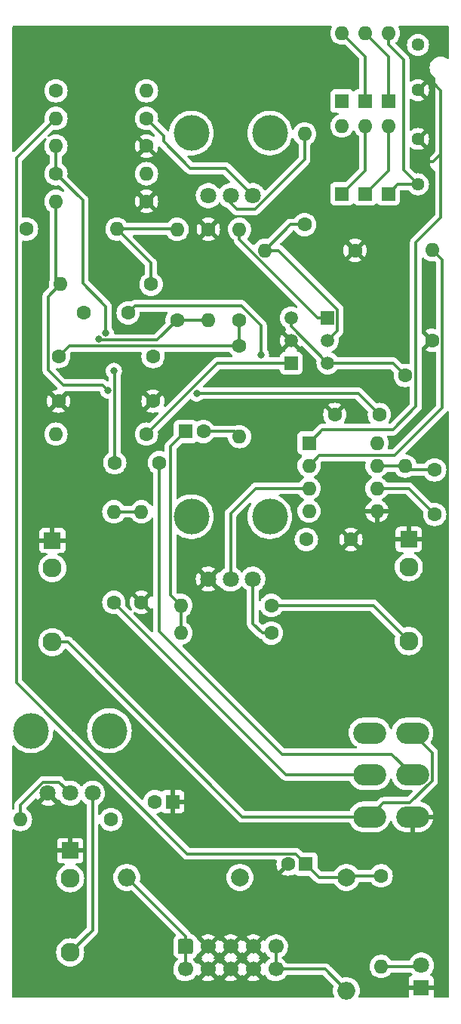
<source format=gtl>
G04 #@! TF.GenerationSoftware,KiCad,Pcbnew,7.0.11-7.0.11~ubuntu22.04.1*
G04 #@! TF.CreationDate,2024-10-19T21:35:02+01:00*
G04 #@! TF.ProjectId,MS20-VCF,4d533230-2d56-4434-962e-6b696361645f,rev?*
G04 #@! TF.SameCoordinates,Original*
G04 #@! TF.FileFunction,Copper,L1,Top*
G04 #@! TF.FilePolarity,Positive*
%FSLAX46Y46*%
G04 Gerber Fmt 4.6, Leading zero omitted, Abs format (unit mm)*
G04 Created by KiCad (PCBNEW 7.0.11-7.0.11~ubuntu22.04.1) date 2024-10-19 21:35:02*
%MOMM*%
%LPD*%
G01*
G04 APERTURE LIST*
G04 #@! TA.AperFunction,ComponentPad*
%ADD10C,1.600000*%
G04 #@! TD*
G04 #@! TA.AperFunction,WasherPad*
%ADD11C,4.000000*%
G04 #@! TD*
G04 #@! TA.AperFunction,ComponentPad*
%ADD12C,1.800000*%
G04 #@! TD*
G04 #@! TA.AperFunction,ComponentPad*
%ADD13R,1.600000X1.600000*%
G04 #@! TD*
G04 #@! TA.AperFunction,ComponentPad*
%ADD14O,1.600000X1.600000*%
G04 #@! TD*
G04 #@! TA.AperFunction,ComponentPad*
%ADD15R,1.930000X1.830000*%
G04 #@! TD*
G04 #@! TA.AperFunction,ComponentPad*
%ADD16C,2.130000*%
G04 #@! TD*
G04 #@! TA.AperFunction,ComponentPad*
%ADD17R,1.500000X1.500000*%
G04 #@! TD*
G04 #@! TA.AperFunction,ComponentPad*
%ADD18C,1.500000*%
G04 #@! TD*
G04 #@! TA.AperFunction,ComponentPad*
%ADD19O,3.700000X2.400000*%
G04 #@! TD*
G04 #@! TA.AperFunction,ComponentPad*
%ADD20R,1.800000X1.800000*%
G04 #@! TD*
G04 #@! TA.AperFunction,ComponentPad*
%ADD21C,2.000000*%
G04 #@! TD*
G04 #@! TA.AperFunction,ComponentPad*
%ADD22O,2.000000X2.000000*%
G04 #@! TD*
G04 #@! TA.AperFunction,ComponentPad*
%ADD23C,1.700000*%
G04 #@! TD*
G04 #@! TA.AperFunction,ComponentPad*
%ADD24C,1.440000*%
G04 #@! TD*
G04 #@! TA.AperFunction,ViaPad*
%ADD25C,0.800000*%
G04 #@! TD*
G04 #@! TA.AperFunction,Conductor*
%ADD26C,0.300000*%
G04 #@! TD*
G04 APERTURE END LIST*
D10*
X82900000Y-86800000D03*
X82900000Y-91800000D03*
D11*
X46400000Y-116050000D03*
X37600000Y-116050000D03*
D12*
X44500000Y-123050000D03*
X42000000Y-123050000D03*
X39500000Y-123050000D03*
D11*
X55600000Y-49050000D03*
X64400000Y-49050000D03*
D12*
X62500000Y-56050000D03*
X60000000Y-56050000D03*
X57500000Y-56050000D03*
D13*
X77700000Y-45460000D03*
D14*
X77700000Y-37840000D03*
D13*
X77700000Y-55860000D03*
D14*
X77700000Y-48240000D03*
D13*
X75100000Y-45460000D03*
D14*
X75100000Y-37840000D03*
D13*
X75100000Y-55860000D03*
D14*
X75100000Y-48240000D03*
D13*
X72500000Y-45460000D03*
D14*
X72500000Y-37840000D03*
D13*
X72500000Y-55860000D03*
D14*
X72500000Y-48240000D03*
D15*
X42000000Y-129500000D03*
D16*
X42000000Y-140900000D03*
X42000000Y-132600000D03*
D15*
X40000000Y-94720000D03*
D16*
X40000000Y-106120000D03*
X40000000Y-97820000D03*
D15*
X80000000Y-94600000D03*
D16*
X80000000Y-106000000D03*
X80000000Y-97700000D03*
D17*
X66800000Y-74840000D03*
D18*
X66800000Y-72300000D03*
X66800000Y-69760000D03*
D17*
X70900000Y-69760000D03*
D18*
X70900000Y-72300000D03*
X70900000Y-74840000D03*
D10*
X57500000Y-59840000D03*
D14*
X57500000Y-70000000D03*
D10*
X50000000Y-101660000D03*
D14*
X50000000Y-91500000D03*
D10*
X50560000Y-82800000D03*
D14*
X40400000Y-82800000D03*
D10*
X54000000Y-70000000D03*
D14*
X54000000Y-59840000D03*
D10*
X61000000Y-70000000D03*
D14*
X61000000Y-59840000D03*
D10*
X73980000Y-62200000D03*
D14*
X63820000Y-62200000D03*
D10*
X51080000Y-66000000D03*
D14*
X40920000Y-66000000D03*
D10*
X50560000Y-50500000D03*
D14*
X40400000Y-50500000D03*
D10*
X50560000Y-56700000D03*
D14*
X40400000Y-56700000D03*
D10*
X46580000Y-126000000D03*
D14*
X36420000Y-126000000D03*
D10*
X68300000Y-59300000D03*
D14*
X68300000Y-49140000D03*
D10*
X40400000Y-53600000D03*
D14*
X50560000Y-53600000D03*
D10*
X50560000Y-47400000D03*
D14*
X40400000Y-47400000D03*
D10*
X40400000Y-44300000D03*
D14*
X50560000Y-44300000D03*
D10*
X82600000Y-72280000D03*
D14*
X82600000Y-62120000D03*
D10*
X64580000Y-105100000D03*
D14*
X54420000Y-105100000D03*
D10*
X64580000Y-102000000D03*
D14*
X54420000Y-102000000D03*
D11*
X64400000Y-92050000D03*
X55600000Y-92050000D03*
D12*
X62500000Y-99050000D03*
X60000000Y-99050000D03*
X57500000Y-99050000D03*
D19*
X75600000Y-116300000D03*
X75600000Y-121000000D03*
X75600000Y-125700000D03*
X80400000Y-116300000D03*
X80400000Y-121000000D03*
X80400000Y-125700000D03*
D10*
X79600000Y-76220000D03*
D14*
X79600000Y-86380000D03*
D13*
X68800000Y-83800000D03*
D14*
X68800000Y-86340000D03*
X68800000Y-88880000D03*
X68800000Y-91420000D03*
X76420000Y-91420000D03*
X76420000Y-88880000D03*
X76420000Y-86340000D03*
X76420000Y-83800000D03*
D10*
X43500000Y-69200000D03*
X48500000Y-69200000D03*
X46900000Y-101660000D03*
D14*
X46900000Y-91500000D03*
D10*
X37100000Y-59800000D03*
D14*
X47260000Y-59800000D03*
D10*
X61000000Y-72920000D03*
D14*
X61000000Y-83080000D03*
D10*
X76700000Y-80600000D03*
X71700000Y-80600000D03*
X73500000Y-94600000D03*
X68500000Y-94600000D03*
D13*
X68455112Y-131000000D03*
D10*
X66455112Y-131000000D03*
D13*
X53500000Y-124000000D03*
D10*
X51500000Y-124000000D03*
D13*
X54944888Y-82500000D03*
D10*
X56944888Y-82500000D03*
D20*
X81400000Y-144875000D03*
D12*
X81400000Y-142335000D03*
D21*
X61050000Y-132500000D03*
D22*
X48350000Y-132500000D03*
G04 #@! TA.AperFunction,ComponentPad*
G36*
G01*
X54325000Y-139397500D02*
X55525000Y-139397500D01*
G75*
G02*
X55775000Y-139647500I0J-250000D01*
G01*
X55775000Y-140847500D01*
G75*
G02*
X55525000Y-141097500I-250000J0D01*
G01*
X54325000Y-141097500D01*
G75*
G02*
X54075000Y-140847500I0J250000D01*
G01*
X54075000Y-139647500D01*
G75*
G02*
X54325000Y-139397500I250000J0D01*
G01*
G37*
G04 #@! TD.AperFunction*
D23*
X54925000Y-142787500D03*
X57465000Y-140247500D03*
X57465000Y-142787500D03*
X60005000Y-140247500D03*
X60005000Y-142787500D03*
X62545000Y-140247500D03*
X62545000Y-142787500D03*
X65085000Y-140247500D03*
X65085000Y-142787500D03*
D24*
X81030000Y-44240000D03*
X81030000Y-41700000D03*
X81030000Y-39160000D03*
X81030000Y-54780000D03*
X81030000Y-52240000D03*
X81030000Y-49700000D03*
D10*
X76900000Y-132320000D03*
D14*
X76900000Y-142480000D03*
D21*
X73000000Y-132500000D03*
D22*
X73000000Y-145200000D03*
D10*
X47000000Y-86000000D03*
X52000000Y-86000000D03*
X51300000Y-74100000D03*
X51300000Y-79100000D03*
X40700000Y-79100000D03*
X40700000Y-74100000D03*
D25*
X56195388Y-78224566D03*
X46900000Y-75700000D03*
X63400000Y-73900000D03*
X45241121Y-72150468D03*
X46250500Y-77905000D03*
X46000000Y-71500000D03*
D26*
X56219954Y-78200000D02*
X56195388Y-78224566D01*
X76900000Y-132320000D02*
X73180000Y-132320000D01*
X35950000Y-110650000D02*
X35950000Y-51850000D01*
X69955112Y-132500000D02*
X68455112Y-131000000D01*
X74300000Y-78200000D02*
X56219954Y-78200000D01*
X73000000Y-132500000D02*
X69955112Y-132500000D01*
X35950000Y-51850000D02*
X40400000Y-47400000D01*
X73180000Y-132320000D02*
X73000000Y-132500000D01*
X67305112Y-129850000D02*
X55150000Y-129850000D01*
X55150000Y-129850000D02*
X35950000Y-110650000D01*
X68455112Y-131000000D02*
X67305112Y-129850000D01*
X76700000Y-80600000D02*
X74300000Y-78200000D01*
X41880000Y-72920000D02*
X61000000Y-72920000D01*
X40700000Y-74100000D02*
X41880000Y-72920000D01*
X61000000Y-70000000D02*
X61000000Y-72920000D01*
X79600000Y-86380000D02*
X76460000Y-86380000D01*
X82900000Y-86800000D02*
X80020000Y-86800000D01*
X80020000Y-86800000D02*
X79600000Y-86380000D01*
X76460000Y-86380000D02*
X76420000Y-86340000D01*
X47000000Y-75800000D02*
X46900000Y-75700000D01*
X47000000Y-86000000D02*
X47000000Y-75800000D01*
X60420000Y-82500000D02*
X61000000Y-83080000D01*
X56944888Y-82500000D02*
X60420000Y-82500000D01*
X77700000Y-48240000D02*
X77700000Y-53260000D01*
X77700000Y-53260000D02*
X75100000Y-55860000D01*
X53960000Y-59800000D02*
X54000000Y-59840000D01*
X47260000Y-59800000D02*
X53960000Y-59800000D01*
X51080000Y-66000000D02*
X51080000Y-63620000D01*
X51080000Y-63620000D02*
X47260000Y-59800000D01*
X78199311Y-82300689D02*
X70299311Y-82300689D01*
X49299999Y-68400001D02*
X61200001Y-68400001D01*
X80800000Y-61300000D02*
X80800000Y-79700000D01*
X83600000Y-44270000D02*
X81030000Y-41700000D01*
X83600000Y-58500000D02*
X80800000Y-61300000D01*
X83600000Y-44300000D02*
X83600000Y-44270000D01*
X70299311Y-82300689D02*
X68800000Y-83800000D01*
X82760000Y-52240000D02*
X83600000Y-51400000D01*
X83600000Y-51500000D02*
X83600000Y-44300000D01*
X63400000Y-70600000D02*
X63400000Y-73900000D01*
X48500000Y-69200000D02*
X49299999Y-68400001D01*
X81030000Y-52240000D02*
X82760000Y-52240000D01*
X83600000Y-51400000D02*
X83600000Y-58500000D01*
X61200001Y-68400001D02*
X63400000Y-70600000D01*
X80800000Y-79700000D02*
X78199311Y-82300689D01*
X76420000Y-88880000D02*
X79980000Y-88880000D01*
X69753654Y-69760000D02*
X61000000Y-61006346D01*
X70900000Y-69760000D02*
X69753654Y-69760000D01*
X61000000Y-61006346D02*
X61000000Y-59840000D01*
X79980000Y-88880000D02*
X82900000Y-91800000D01*
X80400000Y-121000000D02*
X78100000Y-118700000D01*
X52000000Y-104900000D02*
X52000000Y-86000000D01*
X65800000Y-118700000D02*
X52000000Y-104900000D01*
X78100000Y-118700000D02*
X65800000Y-118700000D01*
X54420000Y-102000000D02*
X53250000Y-100830000D01*
X53250000Y-84194888D02*
X54944888Y-82500000D01*
X53250000Y-100830000D02*
X53250000Y-84194888D01*
X54420000Y-105100000D02*
X54420000Y-102000000D01*
X38982233Y-121800000D02*
X40750000Y-121800000D01*
X36420000Y-126000000D02*
X36420000Y-124362233D01*
X40750000Y-121800000D02*
X42000000Y-123050000D01*
X36420000Y-124362233D02*
X38982233Y-121800000D01*
X44500000Y-138400000D02*
X42000000Y-140900000D01*
X44500000Y-123050000D02*
X44500000Y-138400000D01*
X50560000Y-47400000D02*
X52500000Y-49340000D01*
X59450000Y-53000000D02*
X62500000Y-56050000D01*
X52500000Y-50000000D02*
X55500000Y-53000000D01*
X52500000Y-49340000D02*
X52500000Y-50000000D01*
X55500000Y-53000000D02*
X59450000Y-53000000D01*
X68300000Y-49140000D02*
X68300000Y-52017767D01*
X68300000Y-52017767D02*
X62717767Y-57600000D01*
X62717767Y-57600000D02*
X60700000Y-57600000D01*
X60000000Y-56050000D02*
X60000000Y-56900000D01*
X60000000Y-56900000D02*
X60700000Y-57600000D01*
X76900000Y-142480000D02*
X81255000Y-142480000D01*
X81255000Y-142480000D02*
X81400000Y-142335000D01*
X81030000Y-54780000D02*
X79400000Y-53150000D01*
X79400000Y-53150000D02*
X79400000Y-40800000D01*
X81030000Y-54780000D02*
X78780000Y-54780000D01*
X79400000Y-40800000D02*
X77700000Y-39100000D01*
X77700000Y-39100000D02*
X77700000Y-37840000D01*
X78780000Y-54780000D02*
X77700000Y-55860000D01*
X77700000Y-40440000D02*
X75100000Y-37840000D01*
X77700000Y-45460000D02*
X77700000Y-40440000D01*
X75100000Y-45460000D02*
X75100000Y-40440000D01*
X75100000Y-40440000D02*
X72500000Y-37840000D01*
X75100000Y-48240000D02*
X75100000Y-53260000D01*
X75100000Y-53260000D02*
X72500000Y-55860000D01*
X83750000Y-63270000D02*
X83750000Y-79850000D01*
X82600000Y-62120000D02*
X83750000Y-63270000D01*
X83750000Y-79850000D02*
X78410000Y-85190000D01*
X69950000Y-85190000D02*
X68800000Y-86340000D01*
X78410000Y-85190000D02*
X69950000Y-85190000D01*
X70587500Y-142787500D02*
X73000000Y-145200000D01*
X65085000Y-142787500D02*
X70587500Y-142787500D01*
X65085000Y-140247500D02*
X65085000Y-142787500D01*
X54925000Y-140247500D02*
X54925000Y-139075000D01*
X54925000Y-139075000D02*
X48350000Y-132500000D01*
X54925000Y-140247500D02*
X54925000Y-142787500D01*
X66240000Y-121000000D02*
X46900000Y-101660000D01*
X75600000Y-121000000D02*
X66240000Y-121000000D01*
X65400000Y-62200000D02*
X63820000Y-62200000D01*
X66720000Y-59300000D02*
X63820000Y-62200000D01*
X68300000Y-59300000D02*
X66720000Y-59300000D01*
X70900000Y-72300000D02*
X72000000Y-71200000D01*
X72000000Y-71200000D02*
X72000000Y-68800000D01*
X72000000Y-68800000D02*
X65400000Y-62200000D01*
X60000000Y-91700000D02*
X60000000Y-99050000D01*
X68800000Y-88880000D02*
X62820000Y-88880000D01*
X62820000Y-88880000D02*
X60000000Y-91700000D01*
X75600000Y-125700000D02*
X77150000Y-124150000D01*
X82600000Y-121642031D02*
X82600000Y-118500000D01*
X40000000Y-106120000D02*
X41720000Y-106120000D01*
X61300000Y-125700000D02*
X75600000Y-125700000D01*
X41720000Y-106120000D02*
X61300000Y-125700000D01*
X82600000Y-118500000D02*
X80400000Y-116300000D01*
X77150000Y-124150000D02*
X80092031Y-124150000D01*
X80092031Y-124150000D02*
X82600000Y-121642031D01*
X76000000Y-102000000D02*
X64580000Y-102000000D01*
X80000000Y-106000000D02*
X76000000Y-102000000D01*
X50560000Y-82800000D02*
X58520000Y-74840000D01*
X58520000Y-74840000D02*
X66800000Y-74840000D01*
X70900000Y-74840000D02*
X78220000Y-74840000D01*
X70900000Y-74840000D02*
X66800000Y-70740000D01*
X66800000Y-70740000D02*
X66800000Y-69760000D01*
X78220000Y-74840000D02*
X79600000Y-76220000D01*
X57500000Y-70000000D02*
X54000000Y-70000000D01*
X45241121Y-72150468D02*
X45340653Y-72250000D01*
X51750000Y-72250000D02*
X54000000Y-70000000D01*
X45340653Y-72250000D02*
X51750000Y-72250000D01*
X50000000Y-91500000D02*
X46900000Y-91500000D01*
X45645500Y-77300000D02*
X41200000Y-77300000D01*
X41200000Y-77300000D02*
X39550000Y-75650000D01*
X39550000Y-75650000D02*
X39550000Y-67370000D01*
X40400000Y-65480000D02*
X40920000Y-66000000D01*
X39550000Y-67370000D02*
X40920000Y-66000000D01*
X40400000Y-56700000D02*
X40400000Y-65480000D01*
X46250500Y-77905000D02*
X45645500Y-77300000D01*
X46000000Y-68500000D02*
X43400000Y-65900000D01*
X43400000Y-56600000D02*
X40400000Y-53600000D01*
X46000000Y-71500000D02*
X46000000Y-68500000D01*
X43400000Y-65900000D02*
X43400000Y-56600000D01*
X40400000Y-53600000D02*
X40400000Y-50500000D01*
X63550000Y-105100000D02*
X64580000Y-105100000D01*
X62500000Y-104050000D02*
X63550000Y-105100000D01*
X62500000Y-99050000D02*
X62500000Y-104050000D01*
G04 #@! TA.AperFunction,Conductor*
G36*
X39251865Y-49583560D02*
G01*
X39308701Y-49626107D01*
X39333512Y-49692627D01*
X39318421Y-49762001D01*
X39311046Y-49773886D01*
X39265637Y-49838737D01*
X39265633Y-49838743D01*
X39262477Y-49843251D01*
X39260154Y-49848233D01*
X39260151Y-49848238D01*
X39170064Y-50041432D01*
X39165716Y-50050757D01*
X39164294Y-50056065D01*
X39164293Y-50056067D01*
X39115363Y-50238675D01*
X39106457Y-50271913D01*
X39086502Y-50500000D01*
X39106457Y-50728087D01*
X39107881Y-50733400D01*
X39107881Y-50733402D01*
X39161153Y-50932212D01*
X39165716Y-50949243D01*
X39168039Y-50954224D01*
X39168039Y-50954225D01*
X39260151Y-51151762D01*
X39260154Y-51151767D01*
X39262477Y-51156749D01*
X39301312Y-51212211D01*
X39389800Y-51338584D01*
X39393802Y-51344300D01*
X39555700Y-51506198D01*
X39560208Y-51509355D01*
X39560211Y-51509357D01*
X39573897Y-51518940D01*
X39687772Y-51598676D01*
X39732099Y-51654132D01*
X39741500Y-51701888D01*
X39741500Y-52398112D01*
X39721498Y-52466233D01*
X39687772Y-52501324D01*
X39649109Y-52528396D01*
X39560211Y-52590643D01*
X39560208Y-52590645D01*
X39555700Y-52593802D01*
X39393802Y-52755700D01*
X39262477Y-52943251D01*
X39260154Y-52948233D01*
X39260151Y-52948238D01*
X39168039Y-53145775D01*
X39165716Y-53150757D01*
X39164294Y-53156065D01*
X39164293Y-53156067D01*
X39121690Y-53315064D01*
X39106457Y-53371913D01*
X39086502Y-53600000D01*
X39106457Y-53828087D01*
X39107881Y-53833400D01*
X39107881Y-53833402D01*
X39148600Y-53985364D01*
X39165716Y-54049243D01*
X39168039Y-54054224D01*
X39168039Y-54054225D01*
X39260151Y-54251762D01*
X39260154Y-54251767D01*
X39262477Y-54256749D01*
X39393802Y-54444300D01*
X39555700Y-54606198D01*
X39560208Y-54609355D01*
X39560211Y-54609357D01*
X39617057Y-54649161D01*
X39743251Y-54737523D01*
X39748233Y-54739846D01*
X39748238Y-54739849D01*
X39945775Y-54831961D01*
X39950757Y-54834284D01*
X39956065Y-54835706D01*
X39956067Y-54835707D01*
X40166598Y-54892119D01*
X40166600Y-54892119D01*
X40171913Y-54893543D01*
X40400000Y-54913498D01*
X40628087Y-54893543D01*
X40635766Y-54891485D01*
X40663659Y-54884012D01*
X40734635Y-54885702D01*
X40785364Y-54916624D01*
X41287477Y-55418737D01*
X41321503Y-55481049D01*
X41316438Y-55551864D01*
X41273891Y-55608700D01*
X41207371Y-55633511D01*
X41137997Y-55618420D01*
X41126111Y-55611045D01*
X41113920Y-55602509D01*
X41056749Y-55562477D01*
X41051767Y-55560154D01*
X41051762Y-55560151D01*
X40854225Y-55468039D01*
X40854224Y-55468039D01*
X40849243Y-55465716D01*
X40843935Y-55464294D01*
X40843933Y-55464293D01*
X40633402Y-55407881D01*
X40633400Y-55407881D01*
X40628087Y-55406457D01*
X40400000Y-55386502D01*
X40171913Y-55406457D01*
X40166600Y-55407881D01*
X40166598Y-55407881D01*
X39956067Y-55464293D01*
X39956065Y-55464294D01*
X39950757Y-55465716D01*
X39945776Y-55468039D01*
X39945775Y-55468039D01*
X39748238Y-55560151D01*
X39748233Y-55560154D01*
X39743251Y-55562477D01*
X39652941Y-55625713D01*
X39560211Y-55690643D01*
X39560208Y-55690645D01*
X39555700Y-55693802D01*
X39393802Y-55855700D01*
X39262477Y-56043251D01*
X39260154Y-56048233D01*
X39260151Y-56048238D01*
X39171634Y-56238066D01*
X39165716Y-56250757D01*
X39164294Y-56256065D01*
X39164293Y-56256067D01*
X39107881Y-56466598D01*
X39106457Y-56471913D01*
X39086502Y-56700000D01*
X39106457Y-56928087D01*
X39107881Y-56933400D01*
X39107881Y-56933402D01*
X39161228Y-57132492D01*
X39165716Y-57149243D01*
X39168039Y-57154224D01*
X39168039Y-57154225D01*
X39260151Y-57351762D01*
X39260154Y-57351767D01*
X39262477Y-57356749D01*
X39393802Y-57544300D01*
X39555700Y-57706198D01*
X39560208Y-57709355D01*
X39560211Y-57709357D01*
X39618315Y-57750042D01*
X39687772Y-57798676D01*
X39732099Y-57854132D01*
X39741500Y-57901888D01*
X39741500Y-65397944D01*
X39740941Y-65409795D01*
X39740940Y-65409807D01*
X39739212Y-65417537D01*
X39739294Y-65420151D01*
X39729073Y-65457778D01*
X39685716Y-65550757D01*
X39684294Y-65556065D01*
X39684293Y-65556067D01*
X39627881Y-65766598D01*
X39626457Y-65771913D01*
X39606502Y-66000000D01*
X39626457Y-66228087D01*
X39627881Y-66233402D01*
X39627882Y-66233405D01*
X39635988Y-66263659D01*
X39634298Y-66334635D01*
X39603376Y-66385364D01*
X39142395Y-66846345D01*
X39133615Y-66854335D01*
X39133613Y-66854337D01*
X39126920Y-66858584D01*
X39121494Y-66864362D01*
X39121493Y-66864363D01*
X39078396Y-66910257D01*
X39075641Y-66913099D01*
X39055073Y-66933667D01*
X39052356Y-66937170D01*
X39044648Y-66946195D01*
X39013028Y-66979867D01*
X39009207Y-66986818D01*
X39009206Y-66986819D01*
X39002697Y-66998658D01*
X38991843Y-67015182D01*
X38984018Y-67025271D01*
X38978696Y-67032132D01*
X38975549Y-67039404D01*
X38975548Y-67039406D01*
X38960346Y-67074535D01*
X38955124Y-67085195D01*
X38932876Y-67125663D01*
X38927541Y-67146441D01*
X38921142Y-67165131D01*
X38912620Y-67184824D01*
X38911380Y-67192655D01*
X38905394Y-67230448D01*
X38902987Y-67242071D01*
X38891500Y-67286812D01*
X38891500Y-67308259D01*
X38889949Y-67327969D01*
X38886594Y-67349152D01*
X38887340Y-67357043D01*
X38890941Y-67395138D01*
X38891500Y-67406996D01*
X38891500Y-75567944D01*
X38890941Y-75579800D01*
X38889212Y-75587537D01*
X38889461Y-75595459D01*
X38891438Y-75658369D01*
X38891500Y-75662327D01*
X38891500Y-75691432D01*
X38892056Y-75695832D01*
X38892988Y-75707664D01*
X38894438Y-75753831D01*
X38896650Y-75761444D01*
X38896650Y-75761445D01*
X38900419Y-75774416D01*
X38904430Y-75793782D01*
X38907118Y-75815064D01*
X38910034Y-75822429D01*
X38910035Y-75822433D01*
X38924126Y-75858021D01*
X38927965Y-75869231D01*
X38940855Y-75913600D01*
X38951775Y-75932065D01*
X38960466Y-75949805D01*
X38968365Y-75969756D01*
X38995516Y-76007126D01*
X39002033Y-76017048D01*
X39021507Y-76049977D01*
X39021510Y-76049981D01*
X39025547Y-76056807D01*
X39040711Y-76071971D01*
X39053551Y-76087004D01*
X39066159Y-76104357D01*
X39101752Y-76133802D01*
X39110532Y-76141792D01*
X39854518Y-76885777D01*
X40560194Y-77591453D01*
X40594219Y-77653765D01*
X40589155Y-77724580D01*
X40546608Y-77781416D01*
X40482083Y-77806068D01*
X40477490Y-77806470D01*
X40466688Y-77808375D01*
X40256239Y-77864764D01*
X40245947Y-77868510D01*
X40048489Y-77960586D01*
X40038994Y-77966069D01*
X39986952Y-78002509D01*
X39978576Y-78012988D01*
X39985644Y-78026434D01*
X40687188Y-78727978D01*
X40701132Y-78735592D01*
X40702965Y-78735461D01*
X40709580Y-78731210D01*
X41415079Y-78025711D01*
X41415952Y-78024112D01*
X41466155Y-77973911D01*
X41526538Y-77958500D01*
X45229168Y-77958500D01*
X45297289Y-77978502D01*
X45343782Y-78032158D01*
X45354478Y-78071330D01*
X45356958Y-78094928D01*
X45415973Y-78276556D01*
X45511460Y-78441944D01*
X45639247Y-78583866D01*
X45793748Y-78696118D01*
X45799776Y-78698802D01*
X45799778Y-78698803D01*
X45865307Y-78727978D01*
X45968212Y-78773794D01*
X46061613Y-78793647D01*
X46148556Y-78812128D01*
X46148561Y-78812128D01*
X46155013Y-78813500D01*
X46215500Y-78813500D01*
X46283621Y-78833502D01*
X46330114Y-78887158D01*
X46341500Y-78939500D01*
X46341500Y-84798112D01*
X46321498Y-84866233D01*
X46287772Y-84901324D01*
X46218315Y-84949958D01*
X46160211Y-84990643D01*
X46160208Y-84990645D01*
X46155700Y-84993802D01*
X45993802Y-85155700D01*
X45862477Y-85343251D01*
X45860154Y-85348233D01*
X45860151Y-85348238D01*
X45786373Y-85506457D01*
X45765716Y-85550757D01*
X45764294Y-85556065D01*
X45764293Y-85556067D01*
X45731422Y-85678743D01*
X45706457Y-85771913D01*
X45686502Y-86000000D01*
X45706457Y-86228087D01*
X45707881Y-86233400D01*
X45707881Y-86233402D01*
X45739327Y-86350757D01*
X45765716Y-86449243D01*
X45768039Y-86454224D01*
X45768039Y-86454225D01*
X45860151Y-86651762D01*
X45860154Y-86651767D01*
X45862477Y-86656749D01*
X45865634Y-86661257D01*
X45955251Y-86789243D01*
X45993802Y-86844300D01*
X46155700Y-87006198D01*
X46160208Y-87009355D01*
X46160211Y-87009357D01*
X46194551Y-87033402D01*
X46343251Y-87137523D01*
X46348233Y-87139846D01*
X46348238Y-87139849D01*
X46433891Y-87179789D01*
X46550757Y-87234284D01*
X46556065Y-87235706D01*
X46556067Y-87235707D01*
X46766598Y-87292119D01*
X46766600Y-87292119D01*
X46771913Y-87293543D01*
X47000000Y-87313498D01*
X47228087Y-87293543D01*
X47233400Y-87292119D01*
X47233402Y-87292119D01*
X47443933Y-87235707D01*
X47443935Y-87235706D01*
X47449243Y-87234284D01*
X47566109Y-87179789D01*
X47651762Y-87139849D01*
X47651767Y-87139846D01*
X47656749Y-87137523D01*
X47805449Y-87033402D01*
X47839789Y-87009357D01*
X47839792Y-87009355D01*
X47844300Y-87006198D01*
X48006198Y-86844300D01*
X48044750Y-86789243D01*
X48134366Y-86661257D01*
X48137523Y-86656749D01*
X48139846Y-86651767D01*
X48139849Y-86651762D01*
X48231961Y-86454225D01*
X48231961Y-86454224D01*
X48234284Y-86449243D01*
X48260674Y-86350757D01*
X48292119Y-86233402D01*
X48292119Y-86233400D01*
X48293543Y-86228087D01*
X48313498Y-86000000D01*
X48293543Y-85771913D01*
X48268578Y-85678743D01*
X48235707Y-85556067D01*
X48235706Y-85556065D01*
X48234284Y-85550757D01*
X48213627Y-85506457D01*
X48139849Y-85348238D01*
X48139846Y-85348233D01*
X48137523Y-85343251D01*
X48006198Y-85155700D01*
X47844300Y-84993802D01*
X47839792Y-84990645D01*
X47839789Y-84990643D01*
X47781685Y-84949958D01*
X47712228Y-84901324D01*
X47667901Y-84845868D01*
X47658500Y-84798112D01*
X47658500Y-79105475D01*
X49987483Y-79105475D01*
X50006472Y-79322519D01*
X50008375Y-79333312D01*
X50064764Y-79543761D01*
X50068510Y-79554053D01*
X50160586Y-79751511D01*
X50166069Y-79761006D01*
X50202509Y-79813048D01*
X50212988Y-79821424D01*
X50226434Y-79814356D01*
X50927978Y-79112812D01*
X50935592Y-79098868D01*
X50935461Y-79097035D01*
X50931210Y-79090420D01*
X50225713Y-78384923D01*
X50213938Y-78378493D01*
X50201923Y-78387789D01*
X50166069Y-78438994D01*
X50160586Y-78448489D01*
X50068510Y-78645947D01*
X50064764Y-78656239D01*
X50008375Y-78866688D01*
X50006472Y-78877481D01*
X49987483Y-79094525D01*
X49987483Y-79105475D01*
X47658500Y-79105475D01*
X47658500Y-78012988D01*
X50578576Y-78012988D01*
X50585644Y-78026434D01*
X51287188Y-78727978D01*
X51301132Y-78735592D01*
X51302965Y-78735461D01*
X51309580Y-78731210D01*
X52015077Y-78025713D01*
X52021507Y-78013938D01*
X52012211Y-78001923D01*
X51961006Y-77966069D01*
X51951511Y-77960586D01*
X51754053Y-77868510D01*
X51743761Y-77864764D01*
X51533312Y-77808375D01*
X51522519Y-77806472D01*
X51305475Y-77787483D01*
X51294525Y-77787483D01*
X51077481Y-77806472D01*
X51066688Y-77808375D01*
X50856239Y-77864764D01*
X50845947Y-77868510D01*
X50648489Y-77960586D01*
X50638994Y-77966069D01*
X50586952Y-78002509D01*
X50578576Y-78012988D01*
X47658500Y-78012988D01*
X47658500Y-76236999D01*
X47675381Y-76173999D01*
X47731223Y-76077279D01*
X47731224Y-76077278D01*
X47734527Y-76071556D01*
X47793542Y-75889928D01*
X47799354Y-75834636D01*
X47812814Y-75706565D01*
X47813504Y-75700000D01*
X47804532Y-75614639D01*
X47794232Y-75516635D01*
X47794232Y-75516633D01*
X47793542Y-75510072D01*
X47734527Y-75328444D01*
X47639040Y-75163056D01*
X47511253Y-75021134D01*
X47410864Y-74948197D01*
X47362094Y-74912763D01*
X47362093Y-74912762D01*
X47356752Y-74908882D01*
X47350724Y-74906198D01*
X47350722Y-74906197D01*
X47188319Y-74833891D01*
X47188318Y-74833891D01*
X47182288Y-74831206D01*
X47088888Y-74811353D01*
X47001944Y-74792872D01*
X47001939Y-74792872D01*
X46995487Y-74791500D01*
X46804513Y-74791500D01*
X46798061Y-74792872D01*
X46798056Y-74792872D01*
X46711112Y-74811353D01*
X46617712Y-74831206D01*
X46611682Y-74833891D01*
X46611681Y-74833891D01*
X46449278Y-74906197D01*
X46449276Y-74906198D01*
X46443248Y-74908882D01*
X46437907Y-74912762D01*
X46437906Y-74912763D01*
X46389136Y-74948197D01*
X46288747Y-75021134D01*
X46160960Y-75163056D01*
X46065473Y-75328444D01*
X46006458Y-75510072D01*
X46005768Y-75516633D01*
X46005768Y-75516635D01*
X45995468Y-75614639D01*
X45986496Y-75700000D01*
X45987186Y-75706565D01*
X46000647Y-75834636D01*
X46006458Y-75889928D01*
X46065473Y-76071556D01*
X46068776Y-76077278D01*
X46068777Y-76077279D01*
X46080816Y-76098131D01*
X46160960Y-76236944D01*
X46288747Y-76378866D01*
X46294091Y-76382749D01*
X46298998Y-76387167D01*
X46297112Y-76389262D01*
X46332900Y-76435641D01*
X46341500Y-76481393D01*
X46341500Y-76759087D01*
X46321498Y-76827208D01*
X46267842Y-76873701D01*
X46197568Y-76883805D01*
X46129247Y-76850937D01*
X46105242Y-76828395D01*
X46102400Y-76825640D01*
X46081833Y-76805073D01*
X46078326Y-76802353D01*
X46069304Y-76794647D01*
X46041413Y-76768456D01*
X46035633Y-76763028D01*
X46028681Y-76759206D01*
X46016842Y-76752697D01*
X46000318Y-76741843D01*
X45989632Y-76733555D01*
X45983368Y-76728696D01*
X45976096Y-76725549D01*
X45976094Y-76725548D01*
X45940965Y-76710346D01*
X45930305Y-76705124D01*
X45896784Y-76686695D01*
X45896782Y-76686694D01*
X45889837Y-76682876D01*
X45869059Y-76677541D01*
X45850369Y-76671142D01*
X45830676Y-76662620D01*
X45785052Y-76655394D01*
X45773429Y-76652987D01*
X45745428Y-76645798D01*
X45728688Y-76641500D01*
X45707241Y-76641500D01*
X45687531Y-76639949D01*
X45674177Y-76637834D01*
X45666348Y-76636594D01*
X45620359Y-76640941D01*
X45608504Y-76641500D01*
X41524949Y-76641500D01*
X41456828Y-76621498D01*
X41435854Y-76604595D01*
X40843193Y-76011934D01*
X40445897Y-75614637D01*
X40411872Y-75552327D01*
X40416937Y-75481512D01*
X40459484Y-75424676D01*
X40526004Y-75399865D01*
X40545974Y-75400023D01*
X40694524Y-75413019D01*
X40694525Y-75413019D01*
X40700000Y-75413498D01*
X40928087Y-75393543D01*
X40933400Y-75392119D01*
X40933402Y-75392119D01*
X41143933Y-75335707D01*
X41143935Y-75335706D01*
X41149243Y-75334284D01*
X41191501Y-75314579D01*
X41351762Y-75239849D01*
X41351767Y-75239846D01*
X41356749Y-75237523D01*
X41470108Y-75158148D01*
X41539789Y-75109357D01*
X41539792Y-75109355D01*
X41544300Y-75106198D01*
X41706198Y-74944300D01*
X41713202Y-74934298D01*
X41779230Y-74840000D01*
X41837523Y-74756749D01*
X41839846Y-74751767D01*
X41839849Y-74751762D01*
X41931961Y-74554225D01*
X41931961Y-74554224D01*
X41934284Y-74549243D01*
X41983102Y-74367055D01*
X41992119Y-74333402D01*
X41992119Y-74333400D01*
X41993543Y-74328087D01*
X42013498Y-74100000D01*
X41993543Y-73871913D01*
X41985875Y-73843295D01*
X41984012Y-73836341D01*
X41985702Y-73765365D01*
X42016624Y-73714636D01*
X42115855Y-73615405D01*
X42178167Y-73581379D01*
X42204950Y-73578500D01*
X49920870Y-73578500D01*
X49988991Y-73598502D01*
X50035484Y-73652158D01*
X50045588Y-73722432D01*
X50042577Y-73737111D01*
X50014125Y-73843295D01*
X50006457Y-73871913D01*
X49986502Y-74100000D01*
X50006457Y-74328087D01*
X50007881Y-74333400D01*
X50007881Y-74333402D01*
X50016899Y-74367055D01*
X50065716Y-74549243D01*
X50068039Y-74554224D01*
X50068039Y-74554225D01*
X50160151Y-74751762D01*
X50160154Y-74751767D01*
X50162477Y-74756749D01*
X50220770Y-74840000D01*
X50286799Y-74934298D01*
X50293802Y-74944300D01*
X50455700Y-75106198D01*
X50460208Y-75109355D01*
X50460211Y-75109357D01*
X50529892Y-75158148D01*
X50643251Y-75237523D01*
X50648233Y-75239846D01*
X50648238Y-75239849D01*
X50808499Y-75314579D01*
X50850757Y-75334284D01*
X50856065Y-75335706D01*
X50856067Y-75335707D01*
X51066598Y-75392119D01*
X51066600Y-75392119D01*
X51071913Y-75393543D01*
X51300000Y-75413498D01*
X51528087Y-75393543D01*
X51533400Y-75392119D01*
X51533402Y-75392119D01*
X51743933Y-75335707D01*
X51743935Y-75335706D01*
X51749243Y-75334284D01*
X51791501Y-75314579D01*
X51951762Y-75239849D01*
X51951767Y-75239846D01*
X51956749Y-75237523D01*
X52070108Y-75158148D01*
X52139789Y-75109357D01*
X52139792Y-75109355D01*
X52144300Y-75106198D01*
X52306198Y-74944300D01*
X52313202Y-74934298D01*
X52379230Y-74840000D01*
X52437523Y-74756749D01*
X52439846Y-74751767D01*
X52439849Y-74751762D01*
X52531961Y-74554225D01*
X52531961Y-74554224D01*
X52534284Y-74549243D01*
X52583102Y-74367055D01*
X52592119Y-74333402D01*
X52592119Y-74333400D01*
X52593543Y-74328087D01*
X52613498Y-74100000D01*
X52593543Y-73871913D01*
X52585875Y-73843295D01*
X52557423Y-73737111D01*
X52559113Y-73666135D01*
X52598907Y-73607339D01*
X52664171Y-73579391D01*
X52679130Y-73578500D01*
X59798112Y-73578500D01*
X59866233Y-73598502D01*
X59901324Y-73632228D01*
X59915279Y-73652158D01*
X59983160Y-73749101D01*
X59993802Y-73764300D01*
X60155700Y-73926198D01*
X60160208Y-73929355D01*
X60160211Y-73929357D01*
X60192959Y-73952287D01*
X60237287Y-74007744D01*
X60244596Y-74078363D01*
X60212565Y-74141724D01*
X60151364Y-74177709D01*
X60120688Y-74181500D01*
X58602056Y-74181500D01*
X58590200Y-74180941D01*
X58590197Y-74180941D01*
X58582463Y-74179212D01*
X58527446Y-74180941D01*
X58511631Y-74181438D01*
X58507673Y-74181500D01*
X58478568Y-74181500D01*
X58474168Y-74182056D01*
X58462336Y-74182988D01*
X58416169Y-74184438D01*
X58395579Y-74190420D01*
X58376218Y-74194430D01*
X58369230Y-74195312D01*
X58362796Y-74196125D01*
X58362795Y-74196125D01*
X58354936Y-74197118D01*
X58347571Y-74200034D01*
X58347567Y-74200035D01*
X58311979Y-74214126D01*
X58300769Y-74217965D01*
X58256400Y-74230855D01*
X58237935Y-74241775D01*
X58220195Y-74250466D01*
X58200244Y-74258365D01*
X58162874Y-74285516D01*
X58152952Y-74292033D01*
X58120023Y-74311507D01*
X58120019Y-74311510D01*
X58113193Y-74315547D01*
X58098029Y-74330711D01*
X58082996Y-74343551D01*
X58065643Y-74356159D01*
X58055520Y-74368396D01*
X58036198Y-74391752D01*
X58028208Y-74400532D01*
X52736910Y-79691830D01*
X52674598Y-79725856D01*
X52603783Y-79720791D01*
X52546947Y-79678244D01*
X52522136Y-79611724D01*
X52531681Y-79559981D01*
X52529607Y-79559226D01*
X52535236Y-79543761D01*
X52591625Y-79333312D01*
X52593528Y-79322519D01*
X52612517Y-79105475D01*
X52612517Y-79094525D01*
X52593528Y-78877481D01*
X52591625Y-78866688D01*
X52535236Y-78656239D01*
X52531490Y-78645947D01*
X52439414Y-78448489D01*
X52433931Y-78438994D01*
X52397491Y-78386952D01*
X52387012Y-78378576D01*
X52373566Y-78385644D01*
X50584923Y-80174287D01*
X50578493Y-80186062D01*
X50587789Y-80198077D01*
X50638994Y-80233931D01*
X50648489Y-80239414D01*
X50845947Y-80331490D01*
X50856239Y-80335236D01*
X51066688Y-80391625D01*
X51077481Y-80393528D01*
X51294525Y-80412517D01*
X51305475Y-80412517D01*
X51522519Y-80393528D01*
X51533312Y-80391625D01*
X51743761Y-80335236D01*
X51759226Y-80329607D01*
X51760099Y-80332006D01*
X51819689Y-80322961D01*
X51884499Y-80351947D01*
X51923349Y-80411371D01*
X51923905Y-80482365D01*
X51891830Y-80536910D01*
X50945364Y-81483376D01*
X50883052Y-81517402D01*
X50823659Y-81515988D01*
X50793405Y-81507882D01*
X50788087Y-81506457D01*
X50560000Y-81486502D01*
X50331913Y-81506457D01*
X50326600Y-81507881D01*
X50326598Y-81507881D01*
X50116067Y-81564293D01*
X50116065Y-81564294D01*
X50110757Y-81565716D01*
X50105776Y-81568039D01*
X50105775Y-81568039D01*
X49908238Y-81660151D01*
X49908233Y-81660154D01*
X49903251Y-81662477D01*
X49822451Y-81719054D01*
X49720211Y-81790643D01*
X49720208Y-81790645D01*
X49715700Y-81793802D01*
X49553802Y-81955700D01*
X49422477Y-82143251D01*
X49420154Y-82148233D01*
X49420151Y-82148238D01*
X49377264Y-82240211D01*
X49325716Y-82350757D01*
X49324294Y-82356065D01*
X49324293Y-82356067D01*
X49273338Y-82546233D01*
X49266457Y-82571913D01*
X49246502Y-82800000D01*
X49266457Y-83028087D01*
X49325716Y-83249243D01*
X49328039Y-83254224D01*
X49328039Y-83254225D01*
X49420151Y-83451762D01*
X49420154Y-83451767D01*
X49422477Y-83456749D01*
X49495902Y-83561611D01*
X49549057Y-83637523D01*
X49553802Y-83644300D01*
X49715700Y-83806198D01*
X49720208Y-83809355D01*
X49720211Y-83809357D01*
X49725441Y-83813019D01*
X49903251Y-83937523D01*
X49908233Y-83939846D01*
X49908238Y-83939849D01*
X50085715Y-84022607D01*
X50110757Y-84034284D01*
X50116065Y-84035706D01*
X50116067Y-84035707D01*
X50326598Y-84092119D01*
X50326600Y-84092119D01*
X50331913Y-84093543D01*
X50560000Y-84113498D01*
X50788087Y-84093543D01*
X50793400Y-84092119D01*
X50793402Y-84092119D01*
X51003933Y-84035707D01*
X51003935Y-84035706D01*
X51009243Y-84034284D01*
X51034285Y-84022607D01*
X51211762Y-83939849D01*
X51211767Y-83939846D01*
X51216749Y-83937523D01*
X51394559Y-83813019D01*
X51399789Y-83809357D01*
X51399792Y-83809355D01*
X51404300Y-83806198D01*
X51566198Y-83644300D01*
X51570944Y-83637523D01*
X51624098Y-83561611D01*
X51697523Y-83456749D01*
X51699846Y-83451767D01*
X51699849Y-83451762D01*
X51791961Y-83254225D01*
X51791961Y-83254224D01*
X51794284Y-83249243D01*
X51853543Y-83028087D01*
X51873498Y-82800000D01*
X51853543Y-82571913D01*
X51846662Y-82546233D01*
X51844012Y-82536341D01*
X51845702Y-82465365D01*
X51876624Y-82414636D01*
X54778272Y-79512988D01*
X70978576Y-79512988D01*
X70985644Y-79526434D01*
X71687188Y-80227978D01*
X71701132Y-80235592D01*
X71702965Y-80235461D01*
X71709580Y-80231210D01*
X72415077Y-79525713D01*
X72421507Y-79513938D01*
X72412211Y-79501923D01*
X72361006Y-79466069D01*
X72351511Y-79460586D01*
X72154053Y-79368510D01*
X72143761Y-79364764D01*
X71933312Y-79308375D01*
X71922519Y-79306472D01*
X71705475Y-79287483D01*
X71694525Y-79287483D01*
X71477481Y-79306472D01*
X71466688Y-79308375D01*
X71256239Y-79364764D01*
X71245947Y-79368510D01*
X71048489Y-79460586D01*
X71038994Y-79466069D01*
X70986952Y-79502509D01*
X70978576Y-79512988D01*
X54778272Y-79512988D01*
X55397238Y-78894022D01*
X55459550Y-78859996D01*
X55530365Y-78865061D01*
X55574145Y-78894841D01*
X55574808Y-78894105D01*
X55579716Y-78898525D01*
X55584135Y-78903432D01*
X55738636Y-79015684D01*
X55744664Y-79018368D01*
X55744666Y-79018369D01*
X55907069Y-79090675D01*
X55913100Y-79093360D01*
X55989409Y-79109580D01*
X56093444Y-79131694D01*
X56093449Y-79131694D01*
X56099901Y-79133066D01*
X56290875Y-79133066D01*
X56297327Y-79131694D01*
X56297332Y-79131694D01*
X56401367Y-79109580D01*
X56477676Y-79093360D01*
X56483707Y-79090675D01*
X56646110Y-79018369D01*
X56646112Y-79018368D01*
X56652140Y-79015684D01*
X56806641Y-78903432D01*
X56811056Y-78898529D01*
X56815968Y-78894106D01*
X56817205Y-78895480D01*
X56870007Y-78862950D01*
X56903197Y-78858500D01*
X73975050Y-78858500D01*
X74043171Y-78878502D01*
X74064145Y-78895405D01*
X75383376Y-80214636D01*
X75417402Y-80276948D01*
X75415988Y-80336341D01*
X75414997Y-80340040D01*
X75406457Y-80371913D01*
X75386502Y-80600000D01*
X75406457Y-80828087D01*
X75407881Y-80833400D01*
X75407881Y-80833402D01*
X75425479Y-80899076D01*
X75465716Y-81049243D01*
X75468039Y-81054224D01*
X75468039Y-81054225D01*
X75560151Y-81251762D01*
X75560154Y-81251767D01*
X75562477Y-81256749D01*
X75688183Y-81436274D01*
X75693535Y-81443918D01*
X75716223Y-81511192D01*
X75698938Y-81580052D01*
X75647169Y-81628637D01*
X75590322Y-81642189D01*
X72809068Y-81642189D01*
X72740947Y-81622187D01*
X72694454Y-81568531D01*
X72684350Y-81498257D01*
X72705855Y-81443918D01*
X72833931Y-81261007D01*
X72839414Y-81251511D01*
X72931490Y-81054053D01*
X72935236Y-81043761D01*
X72991625Y-80833312D01*
X72993528Y-80822519D01*
X73012517Y-80605475D01*
X73012517Y-80594525D01*
X72993528Y-80377481D01*
X72991625Y-80366688D01*
X72935236Y-80156239D01*
X72931490Y-80145947D01*
X72839414Y-79948489D01*
X72833931Y-79938994D01*
X72797491Y-79886952D01*
X72787012Y-79878576D01*
X72773566Y-79885644D01*
X71789095Y-80870115D01*
X71726783Y-80904141D01*
X71655968Y-80899076D01*
X71610905Y-80870115D01*
X70625713Y-79884923D01*
X70613938Y-79878493D01*
X70601923Y-79887789D01*
X70566069Y-79938994D01*
X70560586Y-79948489D01*
X70468510Y-80145947D01*
X70464764Y-80156239D01*
X70408375Y-80366688D01*
X70406472Y-80377481D01*
X70387483Y-80594525D01*
X70387483Y-80605475D01*
X70406472Y-80822519D01*
X70408375Y-80833312D01*
X70464764Y-81043761D01*
X70468510Y-81054053D01*
X70560586Y-81251511D01*
X70566069Y-81261007D01*
X70694145Y-81443918D01*
X70716833Y-81511192D01*
X70699548Y-81580053D01*
X70647778Y-81628637D01*
X70590932Y-81642189D01*
X70381367Y-81642189D01*
X70369511Y-81641630D01*
X70369508Y-81641630D01*
X70361774Y-81639901D01*
X70306757Y-81641630D01*
X70290942Y-81642127D01*
X70286984Y-81642189D01*
X70257879Y-81642189D01*
X70253479Y-81642745D01*
X70241647Y-81643677D01*
X70195480Y-81645127D01*
X70174890Y-81651109D01*
X70155529Y-81655119D01*
X70150927Y-81655700D01*
X70142107Y-81656814D01*
X70142106Y-81656814D01*
X70134247Y-81657807D01*
X70126882Y-81660723D01*
X70126878Y-81660724D01*
X70091290Y-81674815D01*
X70080080Y-81678654D01*
X70035711Y-81691544D01*
X70017246Y-81702464D01*
X69999506Y-81711155D01*
X69979555Y-81719054D01*
X69942185Y-81746205D01*
X69932263Y-81752722D01*
X69899334Y-81772196D01*
X69899330Y-81772199D01*
X69892504Y-81776236D01*
X69877340Y-81791400D01*
X69862307Y-81804240D01*
X69844954Y-81816848D01*
X69819151Y-81848039D01*
X69815509Y-81852441D01*
X69807519Y-81861221D01*
X69214145Y-82454595D01*
X69151833Y-82488621D01*
X69125050Y-82491500D01*
X67951866Y-82491500D01*
X67889684Y-82498255D01*
X67753295Y-82549385D01*
X67636739Y-82636739D01*
X67549385Y-82753295D01*
X67498255Y-82889684D01*
X67491500Y-82951866D01*
X67491500Y-84648134D01*
X67498255Y-84710316D01*
X67549385Y-84846705D01*
X67636739Y-84963261D01*
X67753295Y-85050615D01*
X67889684Y-85101745D01*
X67900474Y-85102917D01*
X67902606Y-85103803D01*
X67905222Y-85104425D01*
X67905121Y-85104848D01*
X67966035Y-85130155D01*
X68006463Y-85188517D01*
X68008922Y-85259471D01*
X67972629Y-85320490D01*
X67963969Y-85327489D01*
X67960207Y-85330646D01*
X67955700Y-85333802D01*
X67793802Y-85495700D01*
X67790645Y-85500208D01*
X67790643Y-85500211D01*
X67735902Y-85578389D01*
X67662477Y-85683251D01*
X67660154Y-85688233D01*
X67660151Y-85688238D01*
X67568212Y-85885405D01*
X67565716Y-85890757D01*
X67564294Y-85896065D01*
X67564293Y-85896067D01*
X67512926Y-86087771D01*
X67506457Y-86111913D01*
X67486502Y-86340000D01*
X67506457Y-86568087D01*
X67507881Y-86573400D01*
X67507881Y-86573402D01*
X67508951Y-86577393D01*
X67565716Y-86789243D01*
X67568039Y-86794224D01*
X67568039Y-86794225D01*
X67660151Y-86991762D01*
X67660154Y-86991767D01*
X67662477Y-86996749D01*
X67793802Y-87184300D01*
X67955700Y-87346198D01*
X67960208Y-87349355D01*
X67960211Y-87349357D01*
X68007260Y-87382301D01*
X68143251Y-87477523D01*
X68148233Y-87479846D01*
X68148238Y-87479849D01*
X68182457Y-87495805D01*
X68235742Y-87542722D01*
X68255203Y-87610999D01*
X68234661Y-87678959D01*
X68182457Y-87724195D01*
X68148238Y-87740151D01*
X68148233Y-87740154D01*
X68143251Y-87742477D01*
X68057814Y-87802301D01*
X67960211Y-87870643D01*
X67960208Y-87870645D01*
X67955700Y-87873802D01*
X67793802Y-88035700D01*
X67739663Y-88113019D01*
X67701325Y-88167771D01*
X67645868Y-88212099D01*
X67598112Y-88221500D01*
X62902056Y-88221500D01*
X62890200Y-88220941D01*
X62890197Y-88220941D01*
X62882463Y-88219212D01*
X62827446Y-88220941D01*
X62811631Y-88221438D01*
X62807673Y-88221500D01*
X62778568Y-88221500D01*
X62774168Y-88222056D01*
X62762336Y-88222988D01*
X62716169Y-88224438D01*
X62695579Y-88230420D01*
X62676218Y-88234430D01*
X62669230Y-88235312D01*
X62662796Y-88236125D01*
X62662795Y-88236125D01*
X62654936Y-88237118D01*
X62647571Y-88240034D01*
X62647567Y-88240035D01*
X62611979Y-88254126D01*
X62600769Y-88257965D01*
X62556400Y-88270855D01*
X62537943Y-88281771D01*
X62520193Y-88290466D01*
X62500244Y-88298365D01*
X62493833Y-88303023D01*
X62493831Y-88303024D01*
X62462864Y-88325523D01*
X62452946Y-88332038D01*
X62413193Y-88355548D01*
X62398032Y-88370709D01*
X62383000Y-88383548D01*
X62365643Y-88396159D01*
X62355520Y-88408396D01*
X62336193Y-88431758D01*
X62328203Y-88440538D01*
X59592395Y-91176345D01*
X59583615Y-91184335D01*
X59583613Y-91184337D01*
X59576920Y-91188584D01*
X59571494Y-91194362D01*
X59571493Y-91194363D01*
X59528396Y-91240257D01*
X59525641Y-91243099D01*
X59505073Y-91263667D01*
X59502356Y-91267170D01*
X59494648Y-91276195D01*
X59463028Y-91309867D01*
X59459207Y-91316818D01*
X59459206Y-91316819D01*
X59452697Y-91328658D01*
X59441843Y-91345182D01*
X59434018Y-91355271D01*
X59428696Y-91362132D01*
X59425549Y-91369404D01*
X59425548Y-91369406D01*
X59410346Y-91404535D01*
X59405124Y-91415195D01*
X59397629Y-91428829D01*
X59382876Y-91455663D01*
X59377541Y-91476441D01*
X59371142Y-91495131D01*
X59362620Y-91514824D01*
X59361380Y-91522655D01*
X59355394Y-91560448D01*
X59352987Y-91572071D01*
X59341500Y-91616812D01*
X59341500Y-91638259D01*
X59339949Y-91657969D01*
X59336594Y-91679152D01*
X59337340Y-91687043D01*
X59340941Y-91725138D01*
X59341500Y-91736996D01*
X59341500Y-97728334D01*
X59321498Y-97796455D01*
X59273681Y-97840096D01*
X59246872Y-97854052D01*
X59242739Y-97857155D01*
X59242736Y-97857157D01*
X59116785Y-97951724D01*
X59061655Y-97993117D01*
X58901639Y-98160564D01*
X58898730Y-98164829D01*
X58898724Y-98164837D01*
X58850199Y-98235972D01*
X58795288Y-98280975D01*
X58724763Y-98289146D01*
X58663884Y-98260439D01*
X58658538Y-98255835D01*
X58648973Y-98260238D01*
X57872021Y-99037189D01*
X57864408Y-99051132D01*
X57864539Y-99052966D01*
X57868790Y-99059580D01*
X58646307Y-99837096D01*
X58658313Y-99843652D01*
X58667244Y-99836829D01*
X58733519Y-99811370D01*
X58803037Y-99825783D01*
X58851165Y-99871117D01*
X58856800Y-99880311D01*
X58859501Y-99884719D01*
X59011147Y-100059784D01*
X59189349Y-100207730D01*
X59389322Y-100324584D01*
X59394147Y-100326426D01*
X59394148Y-100326427D01*
X59449288Y-100347483D01*
X59605694Y-100407209D01*
X59610760Y-100408240D01*
X59610761Y-100408240D01*
X59663846Y-100419040D01*
X59832656Y-100453385D01*
X59963324Y-100458176D01*
X60058949Y-100461683D01*
X60058953Y-100461683D01*
X60064113Y-100461872D01*
X60069233Y-100461216D01*
X60069235Y-100461216D01*
X60142291Y-100451857D01*
X60293847Y-100432442D01*
X60298795Y-100430957D01*
X60298802Y-100430956D01*
X60510747Y-100367369D01*
X60515690Y-100365886D01*
X60521287Y-100363144D01*
X60719049Y-100266262D01*
X60719052Y-100266260D01*
X60723684Y-100263991D01*
X60912243Y-100129494D01*
X61076303Y-99966005D01*
X61145370Y-99869888D01*
X61201365Y-99826240D01*
X61272068Y-99819794D01*
X61335033Y-99852597D01*
X61355128Y-99877584D01*
X61356799Y-99880311D01*
X61356802Y-99880315D01*
X61359501Y-99884719D01*
X61511147Y-100059784D01*
X61689349Y-100207730D01*
X61779070Y-100260158D01*
X61827794Y-100311796D01*
X61841500Y-100368946D01*
X61841500Y-103967944D01*
X61840941Y-103979800D01*
X61839212Y-103987537D01*
X61839461Y-103995459D01*
X61841438Y-104058369D01*
X61841500Y-104062327D01*
X61841500Y-104091432D01*
X61842056Y-104095832D01*
X61842988Y-104107664D01*
X61844438Y-104153831D01*
X61846650Y-104161444D01*
X61846650Y-104161445D01*
X61850419Y-104174416D01*
X61854430Y-104193782D01*
X61857118Y-104215064D01*
X61860034Y-104222429D01*
X61860035Y-104222433D01*
X61874126Y-104258021D01*
X61877965Y-104269231D01*
X61890855Y-104313600D01*
X61901775Y-104332065D01*
X61910466Y-104349805D01*
X61918365Y-104369756D01*
X61945516Y-104407126D01*
X61952033Y-104417048D01*
X61971507Y-104449977D01*
X61971510Y-104449981D01*
X61975547Y-104456807D01*
X61990711Y-104471971D01*
X62003551Y-104487004D01*
X62016159Y-104504357D01*
X62049232Y-104531717D01*
X62051747Y-104533798D01*
X62060527Y-104541787D01*
X63026345Y-105507604D01*
X63034335Y-105516385D01*
X63038584Y-105523080D01*
X63044362Y-105528506D01*
X63044363Y-105528507D01*
X63090273Y-105571619D01*
X63093115Y-105574374D01*
X63113667Y-105594926D01*
X63116801Y-105597357D01*
X63117163Y-105597638D01*
X63126191Y-105605348D01*
X63159867Y-105636972D01*
X63166818Y-105640793D01*
X63166819Y-105640794D01*
X63178655Y-105647301D01*
X63195183Y-105658157D01*
X63212131Y-105671304D01*
X63254545Y-105689659D01*
X63265183Y-105694871D01*
X63305663Y-105717124D01*
X63313340Y-105719095D01*
X63313345Y-105719097D01*
X63326426Y-105722455D01*
X63345134Y-105728860D01*
X63364823Y-105737380D01*
X63372649Y-105738619D01*
X63372651Y-105738620D01*
X63384081Y-105740430D01*
X63448234Y-105770840D01*
X63467585Y-105792607D01*
X63573802Y-105944300D01*
X63735700Y-106106198D01*
X63740208Y-106109355D01*
X63740211Y-106109357D01*
X63748370Y-106115070D01*
X63923251Y-106237523D01*
X63928233Y-106239846D01*
X63928238Y-106239849D01*
X64125775Y-106331961D01*
X64130757Y-106334284D01*
X64136065Y-106335706D01*
X64136067Y-106335707D01*
X64346598Y-106392119D01*
X64346600Y-106392119D01*
X64351913Y-106393543D01*
X64580000Y-106413498D01*
X64808087Y-106393543D01*
X64813400Y-106392119D01*
X64813402Y-106392119D01*
X65023933Y-106335707D01*
X65023935Y-106335706D01*
X65029243Y-106334284D01*
X65034225Y-106331961D01*
X65231762Y-106239849D01*
X65231767Y-106239846D01*
X65236749Y-106237523D01*
X65411630Y-106115070D01*
X65419789Y-106109357D01*
X65419792Y-106109355D01*
X65424300Y-106106198D01*
X65586198Y-105944300D01*
X65717523Y-105756749D01*
X65719846Y-105751767D01*
X65719849Y-105751762D01*
X65811961Y-105554225D01*
X65811961Y-105554224D01*
X65814284Y-105549243D01*
X65819348Y-105530346D01*
X65872119Y-105333402D01*
X65872119Y-105333400D01*
X65873543Y-105328087D01*
X65893498Y-105100000D01*
X65873543Y-104871913D01*
X65832970Y-104720493D01*
X65815707Y-104656067D01*
X65815706Y-104656065D01*
X65814284Y-104650757D01*
X65799422Y-104618885D01*
X65719849Y-104448238D01*
X65719846Y-104448233D01*
X65717523Y-104443251D01*
X65621414Y-104305994D01*
X65589357Y-104260211D01*
X65589355Y-104260208D01*
X65586198Y-104255700D01*
X65424300Y-104093802D01*
X65419792Y-104090645D01*
X65419789Y-104090643D01*
X65341611Y-104035902D01*
X65236749Y-103962477D01*
X65231767Y-103960154D01*
X65231762Y-103960151D01*
X65034225Y-103868039D01*
X65034224Y-103868039D01*
X65029243Y-103865716D01*
X65023935Y-103864294D01*
X65023933Y-103864293D01*
X64813402Y-103807881D01*
X64813400Y-103807881D01*
X64808087Y-103806457D01*
X64580000Y-103786502D01*
X64351913Y-103806457D01*
X64346600Y-103807881D01*
X64346598Y-103807881D01*
X64136067Y-103864293D01*
X64136065Y-103864294D01*
X64130757Y-103865716D01*
X64125776Y-103868039D01*
X64125775Y-103868039D01*
X63928238Y-103960151D01*
X63928233Y-103960154D01*
X63923251Y-103962477D01*
X63818389Y-104035902D01*
X63740211Y-104090643D01*
X63740208Y-104090645D01*
X63735700Y-104093802D01*
X63694476Y-104135026D01*
X63632164Y-104169052D01*
X63561349Y-104163987D01*
X63516286Y-104135026D01*
X63195405Y-103814145D01*
X63161379Y-103751833D01*
X63158500Y-103725050D01*
X63158500Y-102616108D01*
X63178502Y-102547987D01*
X63232158Y-102501494D01*
X63302432Y-102491390D01*
X63367012Y-102520884D01*
X63398695Y-102562858D01*
X63440151Y-102651762D01*
X63440154Y-102651767D01*
X63442477Y-102656749D01*
X63573802Y-102844300D01*
X63735700Y-103006198D01*
X63740208Y-103009355D01*
X63740211Y-103009357D01*
X63818389Y-103064098D01*
X63923251Y-103137523D01*
X63928233Y-103139846D01*
X63928238Y-103139849D01*
X64061283Y-103201888D01*
X64130757Y-103234284D01*
X64136065Y-103235706D01*
X64136067Y-103235707D01*
X64346598Y-103292119D01*
X64346600Y-103292119D01*
X64351913Y-103293543D01*
X64580000Y-103313498D01*
X64808087Y-103293543D01*
X64813400Y-103292119D01*
X64813402Y-103292119D01*
X65023933Y-103235707D01*
X65023935Y-103235706D01*
X65029243Y-103234284D01*
X65098717Y-103201888D01*
X65231762Y-103139849D01*
X65231767Y-103139846D01*
X65236749Y-103137523D01*
X65341611Y-103064098D01*
X65419789Y-103009357D01*
X65419792Y-103009355D01*
X65424300Y-103006198D01*
X65586198Y-102844300D01*
X65678676Y-102712228D01*
X65734132Y-102667901D01*
X65781888Y-102658500D01*
X75675050Y-102658500D01*
X75743171Y-102678502D01*
X75764145Y-102695405D01*
X78464886Y-105396145D01*
X78498912Y-105458457D01*
X78498310Y-105514653D01*
X78441066Y-105753089D01*
X78421634Y-106000000D01*
X78441066Y-106246911D01*
X78442220Y-106251718D01*
X78442221Y-106251724D01*
X78462384Y-106335707D01*
X78498885Y-106487742D01*
X78500778Y-106492313D01*
X78500779Y-106492315D01*
X78548591Y-106607742D01*
X78593666Y-106716563D01*
X78723075Y-106927740D01*
X78883927Y-107116073D01*
X79072260Y-107276925D01*
X79283437Y-107406334D01*
X79288007Y-107408227D01*
X79288011Y-107408229D01*
X79507685Y-107499221D01*
X79512258Y-107501115D01*
X79597170Y-107521501D01*
X79748276Y-107557779D01*
X79748282Y-107557780D01*
X79753089Y-107558934D01*
X80000000Y-107578366D01*
X80246911Y-107558934D01*
X80251718Y-107557780D01*
X80251724Y-107557779D01*
X80402830Y-107521501D01*
X80487742Y-107501115D01*
X80492315Y-107499221D01*
X80711989Y-107408229D01*
X80711993Y-107408227D01*
X80716563Y-107406334D01*
X80927740Y-107276925D01*
X81116073Y-107116073D01*
X81276925Y-106927740D01*
X81406334Y-106716563D01*
X81451410Y-106607742D01*
X81499221Y-106492315D01*
X81499222Y-106492313D01*
X81501115Y-106487742D01*
X81537616Y-106335707D01*
X81557779Y-106251724D01*
X81557780Y-106251718D01*
X81558934Y-106246911D01*
X81578366Y-106000000D01*
X81558934Y-105753089D01*
X81557779Y-105748279D01*
X81557779Y-105748276D01*
X81511190Y-105554225D01*
X81501115Y-105512258D01*
X81497229Y-105502876D01*
X81408229Y-105288011D01*
X81408227Y-105288007D01*
X81406334Y-105283437D01*
X81276925Y-105072260D01*
X81116073Y-104883927D01*
X80927740Y-104723075D01*
X80716563Y-104593666D01*
X80711993Y-104591773D01*
X80711989Y-104591771D01*
X80492315Y-104500779D01*
X80492313Y-104500778D01*
X80487742Y-104498885D01*
X80402830Y-104478499D01*
X80251724Y-104442221D01*
X80251718Y-104442220D01*
X80246911Y-104441066D01*
X80000000Y-104421634D01*
X79753089Y-104441066D01*
X79514653Y-104498310D01*
X79443747Y-104494763D01*
X79396145Y-104464886D01*
X76523655Y-101592395D01*
X76515665Y-101583615D01*
X76515663Y-101583613D01*
X76511416Y-101576920D01*
X76459742Y-101528395D01*
X76456901Y-101525641D01*
X76436333Y-101505073D01*
X76432826Y-101502353D01*
X76423804Y-101494647D01*
X76395913Y-101468456D01*
X76390133Y-101463028D01*
X76383181Y-101459206D01*
X76371342Y-101452697D01*
X76354818Y-101441843D01*
X76344132Y-101433555D01*
X76337868Y-101428696D01*
X76330596Y-101425549D01*
X76330594Y-101425548D01*
X76295465Y-101410346D01*
X76284805Y-101405124D01*
X76251284Y-101386695D01*
X76251282Y-101386694D01*
X76244337Y-101382876D01*
X76223559Y-101377541D01*
X76204869Y-101371142D01*
X76185176Y-101362620D01*
X76139552Y-101355394D01*
X76127929Y-101352987D01*
X76099928Y-101345798D01*
X76083188Y-101341500D01*
X76061741Y-101341500D01*
X76042031Y-101339949D01*
X76020848Y-101336594D01*
X75974859Y-101340941D01*
X75963004Y-101341500D01*
X65781888Y-101341500D01*
X65713767Y-101321498D01*
X65678675Y-101287771D01*
X65589357Y-101160211D01*
X65589355Y-101160208D01*
X65586198Y-101155700D01*
X65424300Y-100993802D01*
X65419792Y-100990645D01*
X65419789Y-100990643D01*
X65284356Y-100895812D01*
X65236749Y-100862477D01*
X65231767Y-100860154D01*
X65231762Y-100860151D01*
X65034225Y-100768039D01*
X65034224Y-100768039D01*
X65029243Y-100765716D01*
X65023935Y-100764294D01*
X65023933Y-100764293D01*
X64813402Y-100707881D01*
X64813400Y-100707881D01*
X64808087Y-100706457D01*
X64580000Y-100686502D01*
X64351913Y-100706457D01*
X64346600Y-100707881D01*
X64346598Y-100707881D01*
X64136067Y-100764293D01*
X64136065Y-100764294D01*
X64130757Y-100765716D01*
X64125776Y-100768039D01*
X64125775Y-100768039D01*
X63928238Y-100860151D01*
X63928233Y-100860154D01*
X63923251Y-100862477D01*
X63875644Y-100895812D01*
X63740211Y-100990643D01*
X63740208Y-100990645D01*
X63735700Y-100993802D01*
X63573802Y-101155700D01*
X63570645Y-101160208D01*
X63570643Y-101160211D01*
X63531532Y-101216067D01*
X63442477Y-101343251D01*
X63440154Y-101348233D01*
X63440151Y-101348238D01*
X63398695Y-101437142D01*
X63351778Y-101490427D01*
X63283501Y-101509888D01*
X63215541Y-101489346D01*
X63169475Y-101435323D01*
X63158500Y-101383892D01*
X63158500Y-100373933D01*
X63178502Y-100305812D01*
X63219773Y-100265907D01*
X63223684Y-100263991D01*
X63227893Y-100260989D01*
X63227896Y-100260987D01*
X63314755Y-100199031D01*
X63412243Y-100129494D01*
X63576303Y-99966005D01*
X63711458Y-99777917D01*
X63814078Y-99570280D01*
X63881408Y-99348671D01*
X63911640Y-99119041D01*
X63911904Y-99108229D01*
X63913245Y-99053365D01*
X63913245Y-99053361D01*
X63913327Y-99050000D01*
X63904224Y-98939281D01*
X63894773Y-98824318D01*
X63894772Y-98824312D01*
X63894349Y-98819167D01*
X63860797Y-98685592D01*
X63839184Y-98599544D01*
X63839183Y-98599540D01*
X63837925Y-98594533D01*
X63810730Y-98531989D01*
X63747630Y-98386868D01*
X63747628Y-98386865D01*
X63745570Y-98382131D01*
X63619764Y-98187665D01*
X63615456Y-98182930D01*
X63514266Y-98071724D01*
X63463887Y-98016358D01*
X63459836Y-98013159D01*
X63459832Y-98013155D01*
X63286177Y-97876011D01*
X63286172Y-97876008D01*
X63282123Y-97872810D01*
X63277607Y-97870317D01*
X63277604Y-97870315D01*
X63083879Y-97763373D01*
X63083875Y-97763371D01*
X63079355Y-97760876D01*
X63074486Y-97759152D01*
X63074482Y-97759150D01*
X62907448Y-97700000D01*
X78421634Y-97700000D01*
X78441066Y-97946911D01*
X78442220Y-97951718D01*
X78442221Y-97951724D01*
X78468691Y-98061977D01*
X78498885Y-98187742D01*
X78500778Y-98192313D01*
X78500779Y-98192315D01*
X78584710Y-98394941D01*
X78593666Y-98416563D01*
X78723075Y-98627740D01*
X78883927Y-98816073D01*
X79072260Y-98976925D01*
X79283437Y-99106334D01*
X79288007Y-99108227D01*
X79288011Y-99108229D01*
X79507685Y-99199221D01*
X79512258Y-99201115D01*
X79597170Y-99221501D01*
X79748276Y-99257779D01*
X79748282Y-99257780D01*
X79753089Y-99258934D01*
X80000000Y-99278366D01*
X80246911Y-99258934D01*
X80251718Y-99257780D01*
X80251724Y-99257779D01*
X80402830Y-99221501D01*
X80487742Y-99201115D01*
X80492315Y-99199221D01*
X80711989Y-99108229D01*
X80711993Y-99108227D01*
X80716563Y-99106334D01*
X80927740Y-98976925D01*
X81116073Y-98816073D01*
X81276925Y-98627740D01*
X81406334Y-98416563D01*
X81415291Y-98394941D01*
X81499221Y-98192315D01*
X81499222Y-98192313D01*
X81501115Y-98187742D01*
X81531309Y-98061977D01*
X81557779Y-97951724D01*
X81557780Y-97951718D01*
X81558934Y-97946911D01*
X81578366Y-97700000D01*
X81558934Y-97453089D01*
X81557780Y-97448282D01*
X81557779Y-97448276D01*
X81502270Y-97217070D01*
X81501115Y-97212258D01*
X81499221Y-97207685D01*
X81408229Y-96988011D01*
X81408227Y-96988007D01*
X81406334Y-96983437D01*
X81276925Y-96772260D01*
X81116073Y-96583927D01*
X80927740Y-96423075D01*
X80716563Y-96293666D01*
X80648342Y-96265408D01*
X80593062Y-96220859D01*
X80570641Y-96153496D01*
X80588199Y-96084705D01*
X80640162Y-96036326D01*
X80696561Y-96022999D01*
X81009669Y-96022999D01*
X81016490Y-96022629D01*
X81067352Y-96017105D01*
X81082604Y-96013479D01*
X81203054Y-95968324D01*
X81218649Y-95959786D01*
X81320724Y-95883285D01*
X81333285Y-95870724D01*
X81409786Y-95768649D01*
X81418324Y-95753054D01*
X81463478Y-95632606D01*
X81467105Y-95617351D01*
X81472631Y-95566486D01*
X81473000Y-95559672D01*
X81473000Y-94872115D01*
X81468525Y-94856876D01*
X81467135Y-94855671D01*
X81459452Y-94854000D01*
X78545116Y-94854000D01*
X78529877Y-94858475D01*
X78528672Y-94859865D01*
X78527001Y-94867548D01*
X78527001Y-95559669D01*
X78527371Y-95566490D01*
X78532895Y-95617352D01*
X78536521Y-95632604D01*
X78581676Y-95753054D01*
X78590214Y-95768649D01*
X78666715Y-95870724D01*
X78679276Y-95883285D01*
X78781351Y-95959786D01*
X78796946Y-95968324D01*
X78917394Y-96013478D01*
X78932649Y-96017105D01*
X78983514Y-96022631D01*
X78990328Y-96023000D01*
X79303438Y-96023000D01*
X79371559Y-96043002D01*
X79418052Y-96096658D01*
X79428156Y-96166932D01*
X79398662Y-96231512D01*
X79351657Y-96265408D01*
X79332132Y-96273496D01*
X79288011Y-96291771D01*
X79288007Y-96291773D01*
X79283437Y-96293666D01*
X79072260Y-96423075D01*
X78883927Y-96583927D01*
X78723075Y-96772260D01*
X78593666Y-96983437D01*
X78591773Y-96988007D01*
X78591771Y-96988011D01*
X78500779Y-97207685D01*
X78498885Y-97212258D01*
X78497730Y-97217070D01*
X78442221Y-97448276D01*
X78442220Y-97448282D01*
X78441066Y-97453089D01*
X78421634Y-97700000D01*
X62907448Y-97700000D01*
X62865903Y-97685288D01*
X62865899Y-97685287D01*
X62861028Y-97683562D01*
X62855935Y-97682655D01*
X62855932Y-97682654D01*
X62638095Y-97643851D01*
X62638089Y-97643850D01*
X62633006Y-97642945D01*
X62560096Y-97642054D01*
X62406581Y-97640179D01*
X62406579Y-97640179D01*
X62401411Y-97640116D01*
X62172464Y-97675150D01*
X61952314Y-97747106D01*
X61947726Y-97749494D01*
X61947722Y-97749496D01*
X61821756Y-97815070D01*
X61746872Y-97854052D01*
X61742739Y-97857155D01*
X61742736Y-97857157D01*
X61616785Y-97951724D01*
X61561655Y-97993117D01*
X61401639Y-98160564D01*
X61354836Y-98229174D01*
X61299927Y-98274175D01*
X61229402Y-98282346D01*
X61165655Y-98251092D01*
X61144959Y-98226609D01*
X61122577Y-98192013D01*
X61122574Y-98192009D01*
X61119764Y-98187665D01*
X61115456Y-98182930D01*
X61014266Y-98071724D01*
X60963887Y-98016358D01*
X60959836Y-98013159D01*
X60959832Y-98013155D01*
X60820401Y-97903040D01*
X60782123Y-97872810D01*
X60723605Y-97840506D01*
X60673636Y-97790075D01*
X60658500Y-97730199D01*
X60658500Y-94600000D01*
X67186502Y-94600000D01*
X67206457Y-94828087D01*
X67207881Y-94833400D01*
X67207881Y-94833402D01*
X67246754Y-94978475D01*
X67265716Y-95049243D01*
X67268039Y-95054224D01*
X67268039Y-95054225D01*
X67360151Y-95251762D01*
X67360154Y-95251767D01*
X67362477Y-95256749D01*
X67493802Y-95444300D01*
X67655700Y-95606198D01*
X67660208Y-95609355D01*
X67660211Y-95609357D01*
X67693414Y-95632606D01*
X67843251Y-95737523D01*
X67848233Y-95739846D01*
X67848238Y-95739849D01*
X68044765Y-95831490D01*
X68050757Y-95834284D01*
X68056065Y-95835706D01*
X68056067Y-95835707D01*
X68266598Y-95892119D01*
X68266600Y-95892119D01*
X68271913Y-95893543D01*
X68500000Y-95913498D01*
X68728087Y-95893543D01*
X68733400Y-95892119D01*
X68733402Y-95892119D01*
X68943933Y-95835707D01*
X68943935Y-95835706D01*
X68949243Y-95834284D01*
X68955235Y-95831490D01*
X69151762Y-95739849D01*
X69151767Y-95739846D01*
X69156749Y-95737523D01*
X69230243Y-95686062D01*
X72778493Y-95686062D01*
X72787789Y-95698077D01*
X72838994Y-95733931D01*
X72848489Y-95739414D01*
X73045947Y-95831490D01*
X73056239Y-95835236D01*
X73266688Y-95891625D01*
X73277481Y-95893528D01*
X73494525Y-95912517D01*
X73505475Y-95912517D01*
X73722519Y-95893528D01*
X73733312Y-95891625D01*
X73943761Y-95835236D01*
X73954053Y-95831490D01*
X74151511Y-95739414D01*
X74161006Y-95733931D01*
X74213048Y-95697491D01*
X74221424Y-95687012D01*
X74214356Y-95673566D01*
X73512812Y-94972022D01*
X73498868Y-94964408D01*
X73497035Y-94964539D01*
X73490420Y-94968790D01*
X72784923Y-95674287D01*
X72778493Y-95686062D01*
X69230243Y-95686062D01*
X69306586Y-95632606D01*
X69339789Y-95609357D01*
X69339792Y-95609355D01*
X69344300Y-95606198D01*
X69506198Y-95444300D01*
X69637523Y-95256749D01*
X69639846Y-95251767D01*
X69639849Y-95251762D01*
X69731961Y-95054225D01*
X69731961Y-95054224D01*
X69734284Y-95049243D01*
X69753247Y-94978475D01*
X69792119Y-94833402D01*
X69792119Y-94833400D01*
X69793543Y-94828087D01*
X69813019Y-94605475D01*
X72187483Y-94605475D01*
X72206472Y-94822519D01*
X72208375Y-94833312D01*
X72264764Y-95043761D01*
X72268510Y-95054053D01*
X72360586Y-95251511D01*
X72366069Y-95261006D01*
X72402509Y-95313048D01*
X72412988Y-95321424D01*
X72426434Y-95314356D01*
X73127978Y-94612812D01*
X73134356Y-94601132D01*
X73864408Y-94601132D01*
X73864539Y-94602965D01*
X73868790Y-94609580D01*
X74574287Y-95315077D01*
X74586062Y-95321507D01*
X74598077Y-95312211D01*
X74633931Y-95261006D01*
X74639414Y-95251511D01*
X74731490Y-95054053D01*
X74735236Y-95043761D01*
X74791625Y-94833312D01*
X74793528Y-94822519D01*
X74812517Y-94605475D01*
X74812517Y-94594525D01*
X74793528Y-94377481D01*
X74791625Y-94366688D01*
X74781228Y-94327885D01*
X78527000Y-94327885D01*
X78531475Y-94343124D01*
X78532865Y-94344329D01*
X78540548Y-94346000D01*
X79727885Y-94346000D01*
X79743124Y-94341525D01*
X79744329Y-94340135D01*
X79746000Y-94332452D01*
X79746000Y-94327885D01*
X80254000Y-94327885D01*
X80258475Y-94343124D01*
X80259865Y-94344329D01*
X80267548Y-94346000D01*
X81454884Y-94346000D01*
X81470123Y-94341525D01*
X81471328Y-94340135D01*
X81472999Y-94332452D01*
X81472999Y-93640331D01*
X81472629Y-93633510D01*
X81467105Y-93582648D01*
X81463479Y-93567396D01*
X81418324Y-93446946D01*
X81409786Y-93431351D01*
X81333285Y-93329276D01*
X81320724Y-93316715D01*
X81218649Y-93240214D01*
X81203054Y-93231676D01*
X81082606Y-93186522D01*
X81067351Y-93182895D01*
X81016486Y-93177369D01*
X81009672Y-93177000D01*
X80272115Y-93177000D01*
X80256876Y-93181475D01*
X80255671Y-93182865D01*
X80254000Y-93190548D01*
X80254000Y-94327885D01*
X79746000Y-94327885D01*
X79746000Y-93195116D01*
X79741525Y-93179877D01*
X79740135Y-93178672D01*
X79732452Y-93177001D01*
X78990331Y-93177001D01*
X78983510Y-93177371D01*
X78932648Y-93182895D01*
X78917396Y-93186521D01*
X78796946Y-93231676D01*
X78781351Y-93240214D01*
X78679276Y-93316715D01*
X78666715Y-93329276D01*
X78590214Y-93431351D01*
X78581676Y-93446946D01*
X78536522Y-93567394D01*
X78532895Y-93582649D01*
X78527369Y-93633514D01*
X78527000Y-93640328D01*
X78527000Y-94327885D01*
X74781228Y-94327885D01*
X74735236Y-94156239D01*
X74731490Y-94145947D01*
X74639414Y-93948489D01*
X74633931Y-93938994D01*
X74597491Y-93886952D01*
X74587012Y-93878576D01*
X74573566Y-93885644D01*
X73872022Y-94587188D01*
X73864408Y-94601132D01*
X73134356Y-94601132D01*
X73135592Y-94598868D01*
X73135461Y-94597035D01*
X73131210Y-94590420D01*
X72425713Y-93884923D01*
X72413938Y-93878493D01*
X72401923Y-93887789D01*
X72366069Y-93938994D01*
X72360586Y-93948489D01*
X72268510Y-94145947D01*
X72264764Y-94156239D01*
X72208375Y-94366688D01*
X72206472Y-94377481D01*
X72187483Y-94594525D01*
X72187483Y-94605475D01*
X69813019Y-94605475D01*
X69813498Y-94600000D01*
X69793543Y-94371913D01*
X69785028Y-94340135D01*
X69735707Y-94156067D01*
X69735706Y-94156065D01*
X69734284Y-94150757D01*
X69711035Y-94100898D01*
X69639849Y-93948238D01*
X69639846Y-93948233D01*
X69637523Y-93943251D01*
X69516619Y-93770582D01*
X69509357Y-93760211D01*
X69509355Y-93760208D01*
X69506198Y-93755700D01*
X69344300Y-93593802D01*
X69339792Y-93590645D01*
X69339789Y-93590643D01*
X69228886Y-93512988D01*
X72778576Y-93512988D01*
X72785644Y-93526434D01*
X73487188Y-94227978D01*
X73501132Y-94235592D01*
X73502965Y-94235461D01*
X73509580Y-94231210D01*
X74215077Y-93525713D01*
X74221507Y-93513938D01*
X74212211Y-93501923D01*
X74161006Y-93466069D01*
X74151511Y-93460586D01*
X73954053Y-93368510D01*
X73943761Y-93364764D01*
X73733312Y-93308375D01*
X73722519Y-93306472D01*
X73505475Y-93287483D01*
X73494525Y-93287483D01*
X73277481Y-93306472D01*
X73266688Y-93308375D01*
X73056239Y-93364764D01*
X73045947Y-93368510D01*
X72848489Y-93460586D01*
X72838994Y-93466069D01*
X72786952Y-93502509D01*
X72778576Y-93512988D01*
X69228886Y-93512988D01*
X69213920Y-93502509D01*
X69156749Y-93462477D01*
X69151767Y-93460154D01*
X69151762Y-93460151D01*
X68954225Y-93368039D01*
X68954224Y-93368039D01*
X68949243Y-93365716D01*
X68943935Y-93364294D01*
X68943933Y-93364293D01*
X68733402Y-93307881D01*
X68733400Y-93307881D01*
X68728087Y-93306457D01*
X68500000Y-93286502D01*
X68271913Y-93306457D01*
X68266600Y-93307881D01*
X68266598Y-93307881D01*
X68056067Y-93364293D01*
X68056065Y-93364294D01*
X68050757Y-93365716D01*
X68045776Y-93368039D01*
X68045775Y-93368039D01*
X67848238Y-93460151D01*
X67848233Y-93460154D01*
X67843251Y-93462477D01*
X67786080Y-93502509D01*
X67660211Y-93590643D01*
X67660208Y-93590645D01*
X67655700Y-93593802D01*
X67493802Y-93755700D01*
X67490645Y-93760208D01*
X67490643Y-93760211D01*
X67483381Y-93770582D01*
X67362477Y-93943251D01*
X67360154Y-93948233D01*
X67360151Y-93948238D01*
X67288965Y-94100898D01*
X67265716Y-94150757D01*
X67264294Y-94156065D01*
X67264293Y-94156067D01*
X67214972Y-94340135D01*
X67206457Y-94371913D01*
X67186502Y-94600000D01*
X60658500Y-94600000D01*
X60658500Y-92024950D01*
X60678502Y-91956829D01*
X60695405Y-91935855D01*
X62094396Y-90536864D01*
X62156708Y-90502838D01*
X62227523Y-90507903D01*
X62284359Y-90550450D01*
X62309170Y-90616970D01*
X62294079Y-90686344D01*
X62289891Y-90693448D01*
X62197438Y-90839131D01*
X62195754Y-90842710D01*
X62195750Y-90842717D01*
X62095356Y-91056067D01*
X62063044Y-91124734D01*
X62061818Y-91128506D01*
X62061818Y-91128507D01*
X62050927Y-91162027D01*
X61965505Y-91424928D01*
X61906359Y-91734980D01*
X61886540Y-92050000D01*
X61906359Y-92365020D01*
X61965505Y-92675072D01*
X61966732Y-92678848D01*
X62050781Y-92937523D01*
X62063044Y-92975266D01*
X62064731Y-92978852D01*
X62064733Y-92978856D01*
X62195750Y-93257283D01*
X62195754Y-93257290D01*
X62197438Y-93260869D01*
X62366568Y-93527375D01*
X62369093Y-93530427D01*
X62559287Y-93760331D01*
X62567767Y-93770582D01*
X62797860Y-93986654D01*
X63053221Y-94172184D01*
X63056690Y-94174091D01*
X63056693Y-94174093D01*
X63168559Y-94235592D01*
X63329821Y-94324247D01*
X63333490Y-94325700D01*
X63333495Y-94325702D01*
X63450211Y-94371913D01*
X63623298Y-94440443D01*
X63929025Y-94518940D01*
X64242179Y-94558500D01*
X64557821Y-94558500D01*
X64870975Y-94518940D01*
X65176702Y-94440443D01*
X65349789Y-94371913D01*
X65466505Y-94325702D01*
X65466510Y-94325700D01*
X65470179Y-94324247D01*
X65631441Y-94235592D01*
X65743307Y-94174093D01*
X65743310Y-94174091D01*
X65746779Y-94172184D01*
X66002140Y-93986654D01*
X66232233Y-93770582D01*
X66240714Y-93760331D01*
X66430907Y-93530427D01*
X66433432Y-93527375D01*
X66602562Y-93260869D01*
X66604246Y-93257290D01*
X66604250Y-93257283D01*
X66735267Y-92978856D01*
X66735269Y-92978852D01*
X66736956Y-92975266D01*
X66749220Y-92937523D01*
X66833268Y-92678848D01*
X66834495Y-92675072D01*
X66893641Y-92365020D01*
X66913460Y-92050000D01*
X66893641Y-91734980D01*
X66834495Y-91424928D01*
X66749073Y-91162027D01*
X66738182Y-91128507D01*
X66738182Y-91128506D01*
X66736956Y-91124734D01*
X66704644Y-91056067D01*
X66604250Y-90842717D01*
X66604246Y-90842710D01*
X66602562Y-90839131D01*
X66433432Y-90572625D01*
X66232233Y-90329418D01*
X66002140Y-90113346D01*
X65746779Y-89927816D01*
X65641426Y-89869897D01*
X65470179Y-89775753D01*
X65470888Y-89774464D01*
X65422328Y-89731406D01*
X65403105Y-89663062D01*
X65423884Y-89595174D01*
X65478067Y-89549296D01*
X65529097Y-89538500D01*
X67598112Y-89538500D01*
X67666233Y-89558502D01*
X67701325Y-89592229D01*
X67764486Y-89682432D01*
X67793802Y-89724300D01*
X67955700Y-89886198D01*
X67960208Y-89889355D01*
X67960211Y-89889357D01*
X68038389Y-89944098D01*
X68143251Y-90017523D01*
X68148233Y-90019846D01*
X68148238Y-90019849D01*
X68182457Y-90035805D01*
X68235742Y-90082722D01*
X68255203Y-90150999D01*
X68234661Y-90218959D01*
X68182457Y-90264195D01*
X68148238Y-90280151D01*
X68148233Y-90280154D01*
X68143251Y-90282477D01*
X68071854Y-90332470D01*
X67960211Y-90410643D01*
X67960208Y-90410645D01*
X67955700Y-90413802D01*
X67793802Y-90575700D01*
X67662477Y-90763251D01*
X67660154Y-90768233D01*
X67660151Y-90768238D01*
X67622847Y-90848238D01*
X67565716Y-90970757D01*
X67564294Y-90976065D01*
X67564293Y-90976067D01*
X67507881Y-91186598D01*
X67506457Y-91191913D01*
X67486502Y-91420000D01*
X67506457Y-91648087D01*
X67507881Y-91653400D01*
X67507881Y-91653402D01*
X67528696Y-91731082D01*
X67565716Y-91869243D01*
X67568039Y-91874224D01*
X67568039Y-91874225D01*
X67660151Y-92071762D01*
X67660154Y-92071767D01*
X67662477Y-92076749D01*
X67793802Y-92264300D01*
X67955700Y-92426198D01*
X67960208Y-92429355D01*
X67960211Y-92429357D01*
X67992209Y-92451762D01*
X68143251Y-92557523D01*
X68148233Y-92559846D01*
X68148238Y-92559849D01*
X68329346Y-92644300D01*
X68350757Y-92654284D01*
X68356065Y-92655706D01*
X68356067Y-92655707D01*
X68566598Y-92712119D01*
X68566600Y-92712119D01*
X68571913Y-92713543D01*
X68800000Y-92733498D01*
X69028087Y-92713543D01*
X69033400Y-92712119D01*
X69033402Y-92712119D01*
X69243933Y-92655707D01*
X69243935Y-92655706D01*
X69249243Y-92654284D01*
X69270654Y-92644300D01*
X69451762Y-92559849D01*
X69451767Y-92559846D01*
X69456749Y-92557523D01*
X69607791Y-92451762D01*
X69639789Y-92429357D01*
X69639792Y-92429355D01*
X69644300Y-92426198D01*
X69806198Y-92264300D01*
X69937523Y-92076749D01*
X69939846Y-92071767D01*
X69939849Y-92071762D01*
X70031961Y-91874225D01*
X70031961Y-91874224D01*
X70034284Y-91869243D01*
X70071305Y-91731082D01*
X70083245Y-91686522D01*
X75137273Y-91686522D01*
X75184764Y-91863761D01*
X75188510Y-91874053D01*
X75280586Y-92071511D01*
X75286069Y-92081007D01*
X75411028Y-92259467D01*
X75418084Y-92267875D01*
X75572125Y-92421916D01*
X75580533Y-92428972D01*
X75758993Y-92553931D01*
X75768489Y-92559414D01*
X75965947Y-92651490D01*
X75976239Y-92655236D01*
X76148503Y-92701394D01*
X76162599Y-92701058D01*
X76166000Y-92693116D01*
X76166000Y-92687967D01*
X76674000Y-92687967D01*
X76677973Y-92701498D01*
X76686522Y-92702727D01*
X76863761Y-92655236D01*
X76874053Y-92651490D01*
X77071511Y-92559414D01*
X77081007Y-92553931D01*
X77259467Y-92428972D01*
X77267875Y-92421916D01*
X77421916Y-92267875D01*
X77428972Y-92259467D01*
X77553931Y-92081007D01*
X77559414Y-92071511D01*
X77651490Y-91874053D01*
X77655236Y-91863761D01*
X77701394Y-91691497D01*
X77701058Y-91677401D01*
X77693116Y-91674000D01*
X76692115Y-91674000D01*
X76676876Y-91678475D01*
X76675671Y-91679865D01*
X76674000Y-91687548D01*
X76674000Y-92687967D01*
X76166000Y-92687967D01*
X76166000Y-91692115D01*
X76161525Y-91676876D01*
X76160135Y-91675671D01*
X76152452Y-91674000D01*
X75152033Y-91674000D01*
X75138502Y-91677973D01*
X75137273Y-91686522D01*
X70083245Y-91686522D01*
X70092119Y-91653402D01*
X70092119Y-91653400D01*
X70093543Y-91648087D01*
X70113498Y-91420000D01*
X70093543Y-91191913D01*
X70092119Y-91186598D01*
X70035707Y-90976067D01*
X70035706Y-90976065D01*
X70034284Y-90970757D01*
X69977153Y-90848238D01*
X69939849Y-90768238D01*
X69939846Y-90768233D01*
X69937523Y-90763251D01*
X69806198Y-90575700D01*
X69644300Y-90413802D01*
X69639792Y-90410645D01*
X69639789Y-90410643D01*
X69528146Y-90332470D01*
X69456749Y-90282477D01*
X69451767Y-90280154D01*
X69451762Y-90280151D01*
X69417543Y-90264195D01*
X69364258Y-90217278D01*
X69344797Y-90149001D01*
X69365339Y-90081041D01*
X69417543Y-90035805D01*
X69451762Y-90019849D01*
X69451767Y-90019846D01*
X69456749Y-90017523D01*
X69561611Y-89944098D01*
X69639789Y-89889357D01*
X69639792Y-89889355D01*
X69644300Y-89886198D01*
X69806198Y-89724300D01*
X69835515Y-89682432D01*
X69906844Y-89580563D01*
X69937523Y-89536749D01*
X69939846Y-89531767D01*
X69939849Y-89531762D01*
X70031961Y-89334225D01*
X70031961Y-89334224D01*
X70034284Y-89329243D01*
X70093543Y-89108087D01*
X70113498Y-88880000D01*
X70093543Y-88651913D01*
X70045441Y-88472395D01*
X70035707Y-88436067D01*
X70035706Y-88436065D01*
X70034284Y-88430757D01*
X70022572Y-88405641D01*
X69939849Y-88228238D01*
X69939846Y-88228233D01*
X69937523Y-88223251D01*
X69806198Y-88035700D01*
X69644300Y-87873802D01*
X69639792Y-87870645D01*
X69639789Y-87870643D01*
X69542186Y-87802301D01*
X69456749Y-87742477D01*
X69451767Y-87740154D01*
X69451762Y-87740151D01*
X69417543Y-87724195D01*
X69364258Y-87677278D01*
X69344797Y-87609001D01*
X69365339Y-87541041D01*
X69417543Y-87495805D01*
X69451762Y-87479849D01*
X69451767Y-87479846D01*
X69456749Y-87477523D01*
X69592740Y-87382301D01*
X69639789Y-87349357D01*
X69639792Y-87349355D01*
X69644300Y-87346198D01*
X69806198Y-87184300D01*
X69937523Y-86996749D01*
X69939846Y-86991767D01*
X69939849Y-86991762D01*
X70031961Y-86794225D01*
X70031961Y-86794224D01*
X70034284Y-86789243D01*
X70091050Y-86577393D01*
X70092119Y-86573402D01*
X70092119Y-86573400D01*
X70093543Y-86568087D01*
X70113498Y-86340000D01*
X70093543Y-86111913D01*
X70087074Y-86087771D01*
X70084012Y-86076341D01*
X70085702Y-86005365D01*
X70116624Y-85954636D01*
X70185855Y-85885405D01*
X70248167Y-85851379D01*
X70274950Y-85848500D01*
X75032832Y-85848500D01*
X75100953Y-85868502D01*
X75147446Y-85922158D01*
X75157550Y-85992432D01*
X75154540Y-86007105D01*
X75126457Y-86111913D01*
X75106502Y-86340000D01*
X75126457Y-86568087D01*
X75127881Y-86573400D01*
X75127881Y-86573402D01*
X75128951Y-86577393D01*
X75185716Y-86789243D01*
X75188039Y-86794224D01*
X75188039Y-86794225D01*
X75280151Y-86991762D01*
X75280154Y-86991767D01*
X75282477Y-86996749D01*
X75413802Y-87184300D01*
X75575700Y-87346198D01*
X75580208Y-87349355D01*
X75580211Y-87349357D01*
X75627260Y-87382301D01*
X75763251Y-87477523D01*
X75768233Y-87479846D01*
X75768238Y-87479849D01*
X75802457Y-87495805D01*
X75855742Y-87542722D01*
X75875203Y-87610999D01*
X75854661Y-87678959D01*
X75802457Y-87724195D01*
X75768238Y-87740151D01*
X75768233Y-87740154D01*
X75763251Y-87742477D01*
X75677814Y-87802301D01*
X75580211Y-87870643D01*
X75580208Y-87870645D01*
X75575700Y-87873802D01*
X75413802Y-88035700D01*
X75282477Y-88223251D01*
X75280154Y-88228233D01*
X75280151Y-88228238D01*
X75197428Y-88405641D01*
X75185716Y-88430757D01*
X75184294Y-88436065D01*
X75184293Y-88436067D01*
X75174559Y-88472395D01*
X75126457Y-88651913D01*
X75106502Y-88880000D01*
X75126457Y-89108087D01*
X75185716Y-89329243D01*
X75188039Y-89334224D01*
X75188039Y-89334225D01*
X75280151Y-89531762D01*
X75280154Y-89531767D01*
X75282477Y-89536749D01*
X75313156Y-89580563D01*
X75384486Y-89682432D01*
X75413802Y-89724300D01*
X75575700Y-89886198D01*
X75580208Y-89889355D01*
X75580211Y-89889357D01*
X75658389Y-89944098D01*
X75763251Y-90017523D01*
X75768233Y-90019846D01*
X75768238Y-90019849D01*
X75803049Y-90036081D01*
X75856334Y-90082998D01*
X75875795Y-90151275D01*
X75855253Y-90219235D01*
X75803049Y-90264471D01*
X75768489Y-90280586D01*
X75758993Y-90286069D01*
X75580533Y-90411028D01*
X75572125Y-90418084D01*
X75418084Y-90572125D01*
X75411028Y-90580533D01*
X75286069Y-90758993D01*
X75280586Y-90768489D01*
X75188510Y-90965947D01*
X75184764Y-90976239D01*
X75138606Y-91148503D01*
X75138942Y-91162599D01*
X75146884Y-91166000D01*
X77687967Y-91166000D01*
X77701498Y-91162027D01*
X77702727Y-91153478D01*
X77655236Y-90976239D01*
X77651490Y-90965947D01*
X77559414Y-90768489D01*
X77553931Y-90758993D01*
X77428972Y-90580533D01*
X77421916Y-90572125D01*
X77267875Y-90418084D01*
X77259467Y-90411028D01*
X77081007Y-90286069D01*
X77071511Y-90280586D01*
X77036951Y-90264471D01*
X76983666Y-90217554D01*
X76964205Y-90149277D01*
X76984747Y-90081317D01*
X77036951Y-90036081D01*
X77071762Y-90019849D01*
X77071767Y-90019846D01*
X77076749Y-90017523D01*
X77181611Y-89944098D01*
X77259789Y-89889357D01*
X77259792Y-89889355D01*
X77264300Y-89886198D01*
X77426198Y-89724300D01*
X77455515Y-89682432D01*
X77518675Y-89592229D01*
X77574132Y-89547901D01*
X77621888Y-89538500D01*
X79655050Y-89538500D01*
X79723171Y-89558502D01*
X79744145Y-89575405D01*
X81583376Y-91414636D01*
X81617402Y-91476948D01*
X81615988Y-91536341D01*
X81609529Y-91560448D01*
X81606457Y-91571913D01*
X81586502Y-91800000D01*
X81606457Y-92028087D01*
X81607881Y-92033400D01*
X81607881Y-92033402D01*
X81638712Y-92148462D01*
X81665716Y-92249243D01*
X81668039Y-92254224D01*
X81668039Y-92254225D01*
X81760151Y-92451762D01*
X81760154Y-92451767D01*
X81762477Y-92456749D01*
X81765634Y-92461257D01*
X81889057Y-92637523D01*
X81893802Y-92644300D01*
X82055700Y-92806198D01*
X82060208Y-92809355D01*
X82060211Y-92809357D01*
X82065441Y-92813019D01*
X82243251Y-92937523D01*
X82248233Y-92939846D01*
X82248238Y-92939849D01*
X82331890Y-92978856D01*
X82450757Y-93034284D01*
X82456065Y-93035706D01*
X82456067Y-93035707D01*
X82666598Y-93092119D01*
X82666600Y-93092119D01*
X82671913Y-93093543D01*
X82900000Y-93113498D01*
X83128087Y-93093543D01*
X83133400Y-93092119D01*
X83133402Y-93092119D01*
X83343933Y-93035707D01*
X83343935Y-93035706D01*
X83349243Y-93034284D01*
X83468110Y-92978856D01*
X83551762Y-92939849D01*
X83551767Y-92939846D01*
X83556749Y-92937523D01*
X83734559Y-92813019D01*
X83739789Y-92809357D01*
X83739792Y-92809355D01*
X83744300Y-92806198D01*
X83906198Y-92644300D01*
X83910944Y-92637523D01*
X84034366Y-92461257D01*
X84037523Y-92456749D01*
X84039846Y-92451767D01*
X84039849Y-92451762D01*
X84131961Y-92254225D01*
X84131961Y-92254224D01*
X84134284Y-92249243D01*
X84161289Y-92148462D01*
X84192119Y-92033402D01*
X84192119Y-92033400D01*
X84193543Y-92028087D01*
X84213498Y-91800000D01*
X84193543Y-91571913D01*
X84192118Y-91566595D01*
X84135707Y-91356067D01*
X84135706Y-91356065D01*
X84134284Y-91350757D01*
X84095134Y-91266799D01*
X84039849Y-91148238D01*
X84039846Y-91148233D01*
X84037523Y-91143251D01*
X83906198Y-90955700D01*
X83744300Y-90793802D01*
X83739792Y-90790645D01*
X83739789Y-90790643D01*
X83601017Y-90693474D01*
X83556749Y-90662477D01*
X83551767Y-90660154D01*
X83551762Y-90660151D01*
X83354225Y-90568039D01*
X83354224Y-90568039D01*
X83349243Y-90565716D01*
X83343935Y-90564294D01*
X83343933Y-90564293D01*
X83133402Y-90507881D01*
X83133400Y-90507881D01*
X83128087Y-90506457D01*
X82900000Y-90486502D01*
X82671913Y-90506457D01*
X82664234Y-90508515D01*
X82636341Y-90515988D01*
X82565365Y-90514298D01*
X82514636Y-90483376D01*
X80503655Y-88472395D01*
X80495665Y-88463615D01*
X80495663Y-88463613D01*
X80491416Y-88456920D01*
X80439742Y-88408395D01*
X80436901Y-88405641D01*
X80416333Y-88385073D01*
X80412826Y-88382353D01*
X80403804Y-88374647D01*
X80370133Y-88343028D01*
X80363181Y-88339206D01*
X80351342Y-88332697D01*
X80334818Y-88321843D01*
X80324132Y-88313555D01*
X80317868Y-88308696D01*
X80310596Y-88305549D01*
X80310594Y-88305548D01*
X80275465Y-88290346D01*
X80264805Y-88285124D01*
X80231284Y-88266695D01*
X80231282Y-88266694D01*
X80224337Y-88262876D01*
X80203559Y-88257541D01*
X80184869Y-88251142D01*
X80165176Y-88242620D01*
X80119552Y-88235394D01*
X80107929Y-88232987D01*
X80073661Y-88224189D01*
X80063188Y-88221500D01*
X80041741Y-88221500D01*
X80022031Y-88219949D01*
X80017378Y-88219212D01*
X80000848Y-88216594D01*
X79954859Y-88220941D01*
X79943004Y-88221500D01*
X77621888Y-88221500D01*
X77553767Y-88201498D01*
X77518675Y-88167771D01*
X77480338Y-88113019D01*
X77426198Y-88035700D01*
X77264300Y-87873802D01*
X77259792Y-87870645D01*
X77259789Y-87870643D01*
X77162186Y-87802301D01*
X77076749Y-87742477D01*
X77071767Y-87740154D01*
X77071762Y-87740151D01*
X77037543Y-87724195D01*
X76984258Y-87677278D01*
X76964797Y-87609001D01*
X76985339Y-87541041D01*
X77037543Y-87495805D01*
X77071762Y-87479849D01*
X77071767Y-87479846D01*
X77076749Y-87477523D01*
X77212740Y-87382301D01*
X77259789Y-87349357D01*
X77259792Y-87349355D01*
X77264300Y-87346198D01*
X77426198Y-87184300D01*
X77490668Y-87092228D01*
X77546124Y-87047901D01*
X77593880Y-87038500D01*
X78398112Y-87038500D01*
X78466233Y-87058502D01*
X78501324Y-87092228D01*
X78533040Y-87137523D01*
X78565794Y-87184300D01*
X78593802Y-87224300D01*
X78755700Y-87386198D01*
X78760208Y-87389355D01*
X78760211Y-87389357D01*
X78838389Y-87444098D01*
X78943251Y-87517523D01*
X78948233Y-87519846D01*
X78948238Y-87519849D01*
X79064976Y-87574284D01*
X79150757Y-87614284D01*
X79156065Y-87615706D01*
X79156067Y-87615707D01*
X79366598Y-87672119D01*
X79366600Y-87672119D01*
X79371913Y-87673543D01*
X79600000Y-87693498D01*
X79828087Y-87673543D01*
X79833400Y-87672119D01*
X79833402Y-87672119D01*
X80043933Y-87615707D01*
X80043935Y-87615706D01*
X80049243Y-87614284D01*
X80135024Y-87574284D01*
X80251762Y-87519849D01*
X80251767Y-87519846D01*
X80256749Y-87517523D01*
X80308499Y-87481287D01*
X80380770Y-87458500D01*
X81698112Y-87458500D01*
X81766233Y-87478502D01*
X81801324Y-87512228D01*
X81893802Y-87644300D01*
X82055700Y-87806198D01*
X82060208Y-87809355D01*
X82060211Y-87809357D01*
X82138389Y-87864098D01*
X82243251Y-87937523D01*
X82248233Y-87939846D01*
X82248238Y-87939849D01*
X82445436Y-88031803D01*
X82450757Y-88034284D01*
X82456065Y-88035706D01*
X82456067Y-88035707D01*
X82666598Y-88092119D01*
X82666600Y-88092119D01*
X82671913Y-88093543D01*
X82900000Y-88113498D01*
X83128087Y-88093543D01*
X83133400Y-88092119D01*
X83133402Y-88092119D01*
X83343933Y-88035707D01*
X83343935Y-88035706D01*
X83349243Y-88034284D01*
X83354564Y-88031803D01*
X83551762Y-87939849D01*
X83551767Y-87939846D01*
X83556749Y-87937523D01*
X83661611Y-87864098D01*
X83739789Y-87809357D01*
X83739792Y-87809355D01*
X83744300Y-87806198D01*
X83906198Y-87644300D01*
X83927216Y-87614284D01*
X83998675Y-87512229D01*
X84037523Y-87456749D01*
X84039846Y-87451767D01*
X84039849Y-87451762D01*
X84131961Y-87254225D01*
X84131961Y-87254224D01*
X84134284Y-87249243D01*
X84150642Y-87188197D01*
X84192119Y-87033402D01*
X84192119Y-87033400D01*
X84193543Y-87028087D01*
X84213498Y-86800000D01*
X84193543Y-86571913D01*
X84192119Y-86566598D01*
X84135707Y-86356067D01*
X84135706Y-86356065D01*
X84134284Y-86350757D01*
X84079561Y-86233402D01*
X84039849Y-86148238D01*
X84039846Y-86148233D01*
X84037523Y-86143251D01*
X83906198Y-85955700D01*
X83744300Y-85793802D01*
X83739792Y-85790645D01*
X83739789Y-85790643D01*
X83579979Y-85678743D01*
X83556749Y-85662477D01*
X83551767Y-85660154D01*
X83551762Y-85660151D01*
X83354225Y-85568039D01*
X83354224Y-85568039D01*
X83349243Y-85565716D01*
X83343935Y-85564294D01*
X83343933Y-85564293D01*
X83133402Y-85507881D01*
X83133400Y-85507881D01*
X83128087Y-85506457D01*
X82900000Y-85486502D01*
X82671913Y-85506457D01*
X82666600Y-85507881D01*
X82666598Y-85507881D01*
X82456067Y-85564293D01*
X82456065Y-85564294D01*
X82450757Y-85565716D01*
X82445776Y-85568039D01*
X82445775Y-85568039D01*
X82248238Y-85660151D01*
X82248233Y-85660154D01*
X82243251Y-85662477D01*
X82220021Y-85678743D01*
X82060211Y-85790643D01*
X82060208Y-85790645D01*
X82055700Y-85793802D01*
X81893802Y-85955700D01*
X81890645Y-85960208D01*
X81890643Y-85960211D01*
X81801325Y-86087771D01*
X81745868Y-86132099D01*
X81698112Y-86141500D01*
X80987437Y-86141500D01*
X80919316Y-86121498D01*
X80872823Y-86067842D01*
X80865731Y-86048112D01*
X80835711Y-85936079D01*
X80835707Y-85936069D01*
X80834284Y-85930757D01*
X80788975Y-85833591D01*
X80739849Y-85728238D01*
X80739846Y-85728233D01*
X80737523Y-85723251D01*
X80628842Y-85568039D01*
X80609357Y-85540211D01*
X80609355Y-85540208D01*
X80606198Y-85535700D01*
X80444300Y-85373802D01*
X80439792Y-85370645D01*
X80439789Y-85370643D01*
X80361611Y-85315902D01*
X80256749Y-85242477D01*
X80251767Y-85240154D01*
X80251762Y-85240151D01*
X80054225Y-85148039D01*
X80054224Y-85148039D01*
X80049243Y-85145716D01*
X80043935Y-85144294D01*
X80043933Y-85144293D01*
X79833402Y-85087881D01*
X79833400Y-85087881D01*
X79828087Y-85086457D01*
X79822611Y-85085978D01*
X79822606Y-85085977D01*
X79756470Y-85080191D01*
X79744818Y-85079172D01*
X79678699Y-85053309D01*
X79637060Y-84995805D01*
X79633119Y-84924918D01*
X79666704Y-84864556D01*
X84157600Y-80373659D01*
X84166381Y-80365669D01*
X84166390Y-80365661D01*
X84173080Y-80361416D01*
X84221621Y-80309725D01*
X84224375Y-80306884D01*
X84244926Y-80286333D01*
X84247638Y-80282837D01*
X84255349Y-80273808D01*
X84274150Y-80253787D01*
X84335363Y-80217822D01*
X84406303Y-80220660D01*
X84464447Y-80261400D01*
X84491335Y-80327108D01*
X84492000Y-80340040D01*
X84492000Y-145866000D01*
X84471998Y-145934121D01*
X84418342Y-145980614D01*
X84366000Y-145992000D01*
X82930080Y-145992000D01*
X82861959Y-145971998D01*
X82815466Y-145918342D01*
X82804817Y-145852393D01*
X82807631Y-145826488D01*
X82808000Y-145819672D01*
X82808000Y-145147115D01*
X82803525Y-145131876D01*
X82802135Y-145130671D01*
X82794452Y-145129000D01*
X80010116Y-145129000D01*
X79994877Y-145133475D01*
X79993672Y-145134865D01*
X79992001Y-145142548D01*
X79992001Y-145819669D01*
X79992371Y-145826491D01*
X79995184Y-145852395D01*
X79982655Y-145922277D01*
X79934333Y-145974292D01*
X79869921Y-145992000D01*
X74493305Y-145992000D01*
X74425184Y-145971998D01*
X74378691Y-145918342D01*
X74368587Y-145848068D01*
X74376896Y-145817782D01*
X74437211Y-145672168D01*
X74437213Y-145672161D01*
X74439105Y-145667594D01*
X74494535Y-145436711D01*
X74513165Y-145200000D01*
X74494535Y-144963289D01*
X74439105Y-144732406D01*
X74404993Y-144650051D01*
X74350135Y-144517611D01*
X74350133Y-144517607D01*
X74348240Y-144513037D01*
X74345654Y-144508817D01*
X74226759Y-144314798D01*
X74226755Y-144314792D01*
X74224176Y-144310584D01*
X74069969Y-144130031D01*
X73889416Y-143975824D01*
X73885208Y-143973245D01*
X73885202Y-143973241D01*
X73691183Y-143854346D01*
X73686963Y-143851760D01*
X73682393Y-143849867D01*
X73682389Y-143849865D01*
X73472167Y-143762789D01*
X73472165Y-143762788D01*
X73467594Y-143760895D01*
X73367839Y-143736946D01*
X73241524Y-143706620D01*
X73241518Y-143706619D01*
X73236711Y-143705465D01*
X73000000Y-143686835D01*
X72763289Y-143705465D01*
X72758482Y-143706619D01*
X72758476Y-143706620D01*
X72568560Y-143752215D01*
X72497652Y-143748668D01*
X72450051Y-143718791D01*
X71211260Y-142480000D01*
X75586502Y-142480000D01*
X75606457Y-142708087D01*
X75607881Y-142713400D01*
X75607881Y-142713402D01*
X75645898Y-142855280D01*
X75665716Y-142929243D01*
X75668039Y-142934224D01*
X75668039Y-142934225D01*
X75760151Y-143131762D01*
X75760154Y-143131767D01*
X75762477Y-143136749D01*
X75893802Y-143324300D01*
X76055700Y-143486198D01*
X76060208Y-143489355D01*
X76060211Y-143489357D01*
X76106366Y-143521675D01*
X76243251Y-143617523D01*
X76248233Y-143619846D01*
X76248238Y-143619849D01*
X76431012Y-143705077D01*
X76450757Y-143714284D01*
X76456065Y-143715706D01*
X76456067Y-143715707D01*
X76666598Y-143772119D01*
X76666600Y-143772119D01*
X76671913Y-143773543D01*
X76900000Y-143793498D01*
X77128087Y-143773543D01*
X77133400Y-143772119D01*
X77133402Y-143772119D01*
X77343933Y-143715707D01*
X77343935Y-143715706D01*
X77349243Y-143714284D01*
X77368988Y-143705077D01*
X77551762Y-143619849D01*
X77551767Y-143619846D01*
X77556749Y-143617523D01*
X77693634Y-143521675D01*
X77739789Y-143489357D01*
X77739792Y-143489355D01*
X77744300Y-143486198D01*
X77906198Y-143324300D01*
X77998676Y-143192228D01*
X78054132Y-143147901D01*
X78101888Y-143138500D01*
X80174904Y-143138500D01*
X80243025Y-143158502D01*
X80270141Y-143182002D01*
X80285666Y-143199925D01*
X80371653Y-143299191D01*
X80401135Y-143363776D01*
X80391020Y-143434049D01*
X80344519Y-143487697D01*
X80320646Y-143499670D01*
X80261944Y-143521677D01*
X80246351Y-143530214D01*
X80144276Y-143606715D01*
X80131715Y-143619276D01*
X80055214Y-143721351D01*
X80046676Y-143736946D01*
X80001522Y-143857394D01*
X79997895Y-143872649D01*
X79992369Y-143923514D01*
X79992000Y-143930328D01*
X79992000Y-144602885D01*
X79996475Y-144618124D01*
X79997865Y-144619329D01*
X80005548Y-144621000D01*
X82789884Y-144621000D01*
X82805123Y-144616525D01*
X82806328Y-144615135D01*
X82807999Y-144607452D01*
X82807999Y-143930331D01*
X82807629Y-143923510D01*
X82802105Y-143872648D01*
X82798479Y-143857396D01*
X82753324Y-143736946D01*
X82744786Y-143721351D01*
X82668285Y-143619276D01*
X82655724Y-143606715D01*
X82553649Y-143530214D01*
X82538052Y-143521675D01*
X82479415Y-143499693D01*
X82422650Y-143457052D01*
X82397950Y-143390490D01*
X82413157Y-143321141D01*
X82434703Y-143292461D01*
X82472641Y-143254654D01*
X82476303Y-143251005D01*
X82611458Y-143062917D01*
X82651318Y-142982267D01*
X82711784Y-142859922D01*
X82711785Y-142859920D01*
X82714078Y-142855280D01*
X82781408Y-142633671D01*
X82811640Y-142404041D01*
X82812741Y-142358993D01*
X82813245Y-142338365D01*
X82813245Y-142338361D01*
X82813327Y-142335000D01*
X82803959Y-142221055D01*
X82794773Y-142109318D01*
X82794772Y-142109312D01*
X82794349Y-142104167D01*
X82751584Y-141933911D01*
X82739184Y-141884544D01*
X82739183Y-141884540D01*
X82737925Y-141879533D01*
X82735866Y-141874797D01*
X82647630Y-141671868D01*
X82647628Y-141671865D01*
X82645570Y-141667131D01*
X82519764Y-141472665D01*
X82507002Y-141458639D01*
X82461726Y-141408882D01*
X82363887Y-141301358D01*
X82359836Y-141298159D01*
X82359832Y-141298155D01*
X82186177Y-141161011D01*
X82186172Y-141161008D01*
X82182123Y-141157810D01*
X82177607Y-141155317D01*
X82177604Y-141155315D01*
X81983879Y-141048373D01*
X81983875Y-141048371D01*
X81979355Y-141045876D01*
X81974486Y-141044152D01*
X81974482Y-141044150D01*
X81765903Y-140970288D01*
X81765899Y-140970287D01*
X81761028Y-140968562D01*
X81755935Y-140967655D01*
X81755932Y-140967654D01*
X81538095Y-140928851D01*
X81538089Y-140928850D01*
X81533006Y-140927945D01*
X81460096Y-140927054D01*
X81306581Y-140925179D01*
X81306579Y-140925179D01*
X81301411Y-140925116D01*
X81072464Y-140960150D01*
X80852314Y-141032106D01*
X80847726Y-141034494D01*
X80847722Y-141034496D01*
X80670423Y-141126792D01*
X80646872Y-141139052D01*
X80642739Y-141142155D01*
X80642736Y-141142157D01*
X80537144Y-141221438D01*
X80461655Y-141278117D01*
X80448703Y-141291671D01*
X80305395Y-141441634D01*
X80301639Y-141445564D01*
X80298728Y-141449832D01*
X80298724Y-141449837D01*
X80284531Y-141470643D01*
X80171119Y-141636899D01*
X80168943Y-141641586D01*
X80168940Y-141641592D01*
X80119292Y-141748550D01*
X80072468Y-141801917D01*
X80005004Y-141821500D01*
X78101888Y-141821500D01*
X78033767Y-141801498D01*
X77998675Y-141767771D01*
X77996760Y-141765035D01*
X77925169Y-141662793D01*
X77909357Y-141640211D01*
X77909355Y-141640208D01*
X77906198Y-141635700D01*
X77744300Y-141473802D01*
X77739792Y-141470645D01*
X77739789Y-141470643D01*
X77651585Y-141408882D01*
X77556749Y-141342477D01*
X77551767Y-141340154D01*
X77551762Y-141340151D01*
X77354225Y-141248039D01*
X77354224Y-141248039D01*
X77349243Y-141245716D01*
X77343935Y-141244294D01*
X77343933Y-141244293D01*
X77133402Y-141187881D01*
X77133400Y-141187881D01*
X77128087Y-141186457D01*
X76900000Y-141166502D01*
X76671913Y-141186457D01*
X76666600Y-141187881D01*
X76666598Y-141187881D01*
X76456067Y-141244293D01*
X76456065Y-141244294D01*
X76450757Y-141245716D01*
X76445776Y-141248039D01*
X76445775Y-141248039D01*
X76248238Y-141340151D01*
X76248233Y-141340154D01*
X76243251Y-141342477D01*
X76148415Y-141408882D01*
X76060211Y-141470643D01*
X76060208Y-141470645D01*
X76055700Y-141473802D01*
X75893802Y-141635700D01*
X75890645Y-141640208D01*
X75890643Y-141640211D01*
X75868477Y-141671868D01*
X75762477Y-141823251D01*
X75760154Y-141828233D01*
X75760151Y-141828238D01*
X75672563Y-142016073D01*
X75665716Y-142030757D01*
X75664294Y-142036065D01*
X75664293Y-142036067D01*
X75610876Y-142235420D01*
X75606457Y-142251913D01*
X75586502Y-142480000D01*
X71211260Y-142480000D01*
X71111155Y-142379895D01*
X71103165Y-142371115D01*
X71103163Y-142371113D01*
X71098916Y-142364420D01*
X71047242Y-142315895D01*
X71044401Y-142313141D01*
X71023833Y-142292573D01*
X71020326Y-142289853D01*
X71011304Y-142282147D01*
X70977633Y-142250528D01*
X70970681Y-142246706D01*
X70958842Y-142240197D01*
X70942318Y-142229343D01*
X70931632Y-142221055D01*
X70925368Y-142216196D01*
X70918096Y-142213049D01*
X70918094Y-142213048D01*
X70882965Y-142197846D01*
X70872305Y-142192624D01*
X70838784Y-142174195D01*
X70838782Y-142174194D01*
X70831837Y-142170376D01*
X70811059Y-142165041D01*
X70792369Y-142158642D01*
X70772676Y-142150120D01*
X70727052Y-142142894D01*
X70715429Y-142140487D01*
X70684588Y-142132569D01*
X70670688Y-142129000D01*
X70649241Y-142129000D01*
X70629531Y-142127449D01*
X70616177Y-142125334D01*
X70608348Y-142124094D01*
X70562359Y-142128441D01*
X70550504Y-142129000D01*
X66345632Y-142129000D01*
X66277511Y-142108998D01*
X66239840Y-142071440D01*
X66167822Y-141960117D01*
X66167820Y-141960114D01*
X66165014Y-141955777D01*
X66014670Y-141790551D01*
X66010616Y-141787349D01*
X66010615Y-141787348D01*
X65843412Y-141655299D01*
X65839359Y-141652098D01*
X65834841Y-141649604D01*
X65834835Y-141649600D01*
X65808605Y-141635120D01*
X65758635Y-141584687D01*
X65743500Y-141524812D01*
X65743500Y-141511461D01*
X65763502Y-141443340D01*
X65796332Y-141408882D01*
X65819558Y-141392315D01*
X65964860Y-141288673D01*
X66123096Y-141130989D01*
X66253453Y-140949577D01*
X66263697Y-140928851D01*
X66350136Y-140753953D01*
X66350137Y-140753951D01*
X66352430Y-140749311D01*
X66417370Y-140535569D01*
X66446529Y-140314090D01*
X66446611Y-140310740D01*
X66448074Y-140250865D01*
X66448074Y-140250861D01*
X66448156Y-140247500D01*
X66429852Y-140024861D01*
X66375431Y-139808202D01*
X66286354Y-139603340D01*
X66169645Y-139422935D01*
X66167822Y-139420117D01*
X66167820Y-139420114D01*
X66165014Y-139415777D01*
X66014670Y-139250551D01*
X66010619Y-139247352D01*
X66010615Y-139247348D01*
X65843414Y-139115300D01*
X65843410Y-139115298D01*
X65839359Y-139112098D01*
X65643789Y-139004138D01*
X65638920Y-139002414D01*
X65638916Y-139002412D01*
X65438087Y-138931295D01*
X65438083Y-138931294D01*
X65433212Y-138929569D01*
X65428119Y-138928662D01*
X65428116Y-138928661D01*
X65218373Y-138891300D01*
X65218367Y-138891299D01*
X65213284Y-138890394D01*
X65139452Y-138889492D01*
X64995081Y-138887728D01*
X64995079Y-138887728D01*
X64989911Y-138887665D01*
X64769091Y-138921455D01*
X64556756Y-138990857D01*
X64478455Y-139031618D01*
X64386454Y-139079511D01*
X64358607Y-139094007D01*
X64354474Y-139097110D01*
X64354471Y-139097112D01*
X64184100Y-139225030D01*
X64179965Y-139228135D01*
X64176393Y-139231873D01*
X64049283Y-139364886D01*
X64025629Y-139389638D01*
X63952693Y-139496559D01*
X63917898Y-139547566D01*
X63862987Y-139592569D01*
X63792462Y-139600740D01*
X63728715Y-139569486D01*
X63708017Y-139545001D01*
X63678062Y-139498697D01*
X63667377Y-139489495D01*
X63657812Y-139493898D01*
X62917022Y-140234688D01*
X62909408Y-140248632D01*
X62909539Y-140250465D01*
X62913790Y-140257080D01*
X63655474Y-140998764D01*
X63667484Y-141005323D01*
X63679223Y-140996355D01*
X63713022Y-140949319D01*
X63714277Y-140950221D01*
X63761391Y-140906855D01*
X63831330Y-140894648D01*
X63896767Y-140922191D01*
X63924580Y-140954013D01*
X63982287Y-141048183D01*
X63982291Y-141048188D01*
X63984987Y-141052588D01*
X64131250Y-141221438D01*
X64303126Y-141364132D01*
X64307583Y-141366736D01*
X64307588Y-141366740D01*
X64364070Y-141399745D01*
X64412794Y-141451383D01*
X64426500Y-141508533D01*
X64426500Y-141522205D01*
X64406498Y-141590326D01*
X64366441Y-141627072D01*
X64367570Y-141628864D01*
X64363200Y-141631616D01*
X64358607Y-141634007D01*
X64354465Y-141637117D01*
X64193677Y-141757840D01*
X64179965Y-141768135D01*
X64025629Y-141929638D01*
X63952693Y-142036559D01*
X63917898Y-142087566D01*
X63862987Y-142132569D01*
X63792462Y-142140740D01*
X63728715Y-142109486D01*
X63708017Y-142085001D01*
X63678062Y-142038697D01*
X63667377Y-142029495D01*
X63657812Y-142033898D01*
X62917022Y-142774688D01*
X62909408Y-142788632D01*
X62909539Y-142790465D01*
X62913790Y-142797080D01*
X63655474Y-143538764D01*
X63667484Y-143545323D01*
X63679223Y-143536355D01*
X63713022Y-143489319D01*
X63714277Y-143490221D01*
X63761391Y-143446855D01*
X63831330Y-143434648D01*
X63896767Y-143462191D01*
X63924580Y-143494013D01*
X63982287Y-143588183D01*
X63982291Y-143588188D01*
X63984987Y-143592588D01*
X64131250Y-143761438D01*
X64303126Y-143904132D01*
X64496000Y-144016838D01*
X64704692Y-144096530D01*
X64709760Y-144097561D01*
X64709763Y-144097562D01*
X64814604Y-144118892D01*
X64923597Y-144141067D01*
X64928772Y-144141257D01*
X64928774Y-144141257D01*
X65141673Y-144149064D01*
X65141677Y-144149064D01*
X65146837Y-144149253D01*
X65151957Y-144148597D01*
X65151959Y-144148597D01*
X65363288Y-144121525D01*
X65363289Y-144121525D01*
X65368416Y-144120868D01*
X65373366Y-144119383D01*
X65577429Y-144058161D01*
X65577434Y-144058159D01*
X65582384Y-144056674D01*
X65782994Y-143958396D01*
X65964860Y-143828673D01*
X66123096Y-143670989D01*
X66137542Y-143650886D01*
X66247060Y-143498474D01*
X66303055Y-143454826D01*
X66349383Y-143446000D01*
X70262550Y-143446000D01*
X70330671Y-143466002D01*
X70351645Y-143482905D01*
X71518791Y-144650051D01*
X71552817Y-144712363D01*
X71552215Y-144768560D01*
X71505465Y-144963289D01*
X71486835Y-145200000D01*
X71505465Y-145436711D01*
X71560895Y-145667594D01*
X71562787Y-145672161D01*
X71562789Y-145672168D01*
X71623104Y-145817782D01*
X71630693Y-145888372D01*
X71598913Y-145951859D01*
X71537855Y-145988086D01*
X71506695Y-145992000D01*
X35634000Y-145992000D01*
X35565879Y-145971998D01*
X35519386Y-145918342D01*
X35508000Y-145866000D01*
X35508000Y-132600000D01*
X40421634Y-132600000D01*
X40441066Y-132846911D01*
X40442220Y-132851718D01*
X40442221Y-132851724D01*
X40471040Y-132971762D01*
X40498885Y-133087742D01*
X40500778Y-133092313D01*
X40500779Y-133092315D01*
X40541732Y-133191183D01*
X40593666Y-133316563D01*
X40723075Y-133527740D01*
X40883927Y-133716073D01*
X41072260Y-133876925D01*
X41283437Y-134006334D01*
X41288007Y-134008227D01*
X41288011Y-134008229D01*
X41299928Y-134013165D01*
X41512258Y-134101115D01*
X41597170Y-134121501D01*
X41748276Y-134157779D01*
X41748282Y-134157780D01*
X41753089Y-134158934D01*
X42000000Y-134178366D01*
X42246911Y-134158934D01*
X42251718Y-134157780D01*
X42251724Y-134157779D01*
X42402830Y-134121501D01*
X42487742Y-134101115D01*
X42700072Y-134013165D01*
X42711989Y-134008229D01*
X42711993Y-134008227D01*
X42716563Y-134006334D01*
X42927740Y-133876925D01*
X43116073Y-133716073D01*
X43276925Y-133527740D01*
X43406334Y-133316563D01*
X43458269Y-133191183D01*
X43499221Y-133092315D01*
X43499222Y-133092313D01*
X43501115Y-133087742D01*
X43528960Y-132971762D01*
X43557779Y-132851724D01*
X43557780Y-132851718D01*
X43558934Y-132846911D01*
X43578366Y-132600000D01*
X43558934Y-132353089D01*
X43557780Y-132348282D01*
X43557779Y-132348276D01*
X43510111Y-132149730D01*
X43501115Y-132112258D01*
X43473962Y-132046705D01*
X43408229Y-131888011D01*
X43408227Y-131888007D01*
X43406334Y-131883437D01*
X43276925Y-131672260D01*
X43116073Y-131483927D01*
X42927740Y-131323075D01*
X42716563Y-131193666D01*
X42648342Y-131165408D01*
X42593062Y-131120859D01*
X42570641Y-131053496D01*
X42588199Y-130984705D01*
X42640162Y-130936326D01*
X42696561Y-130922999D01*
X43009669Y-130922999D01*
X43016490Y-130922629D01*
X43067352Y-130917105D01*
X43082604Y-130913479D01*
X43203054Y-130868324D01*
X43218649Y-130859786D01*
X43320724Y-130783285D01*
X43333285Y-130770724D01*
X43409786Y-130668649D01*
X43418324Y-130653054D01*
X43463478Y-130532606D01*
X43467105Y-130517351D01*
X43472631Y-130466486D01*
X43473000Y-130459672D01*
X43473000Y-129772115D01*
X43468525Y-129756876D01*
X43467135Y-129755671D01*
X43459452Y-129754000D01*
X40545116Y-129754000D01*
X40529877Y-129758475D01*
X40528672Y-129759865D01*
X40527001Y-129767548D01*
X40527001Y-130459669D01*
X40527371Y-130466490D01*
X40532895Y-130517352D01*
X40536521Y-130532604D01*
X40581676Y-130653054D01*
X40590214Y-130668649D01*
X40666715Y-130770724D01*
X40679276Y-130783285D01*
X40781351Y-130859786D01*
X40796946Y-130868324D01*
X40917394Y-130913478D01*
X40932649Y-130917105D01*
X40983514Y-130922631D01*
X40990328Y-130923000D01*
X41303438Y-130923000D01*
X41371559Y-130943002D01*
X41418052Y-130996658D01*
X41428156Y-131066932D01*
X41398662Y-131131512D01*
X41351657Y-131165408D01*
X41323360Y-131177129D01*
X41288011Y-131191771D01*
X41288007Y-131191773D01*
X41283437Y-131193666D01*
X41072260Y-131323075D01*
X40883927Y-131483927D01*
X40723075Y-131672260D01*
X40593666Y-131883437D01*
X40591773Y-131888007D01*
X40591771Y-131888011D01*
X40526038Y-132046705D01*
X40498885Y-132112258D01*
X40489889Y-132149730D01*
X40442221Y-132348276D01*
X40442220Y-132348282D01*
X40441066Y-132353089D01*
X40421634Y-132600000D01*
X35508000Y-132600000D01*
X35508000Y-129227885D01*
X40527000Y-129227885D01*
X40531475Y-129243124D01*
X40532865Y-129244329D01*
X40540548Y-129246000D01*
X41727885Y-129246000D01*
X41743124Y-129241525D01*
X41744329Y-129240135D01*
X41746000Y-129232452D01*
X41746000Y-129227885D01*
X42254000Y-129227885D01*
X42258475Y-129243124D01*
X42259865Y-129244329D01*
X42267548Y-129246000D01*
X43454884Y-129246000D01*
X43470123Y-129241525D01*
X43471328Y-129240135D01*
X43472999Y-129232452D01*
X43472999Y-128540331D01*
X43472629Y-128533510D01*
X43467105Y-128482648D01*
X43463479Y-128467396D01*
X43418324Y-128346946D01*
X43409786Y-128331351D01*
X43333285Y-128229276D01*
X43320724Y-128216715D01*
X43218649Y-128140214D01*
X43203054Y-128131676D01*
X43082606Y-128086522D01*
X43067351Y-128082895D01*
X43016486Y-128077369D01*
X43009672Y-128077000D01*
X42272115Y-128077000D01*
X42256876Y-128081475D01*
X42255671Y-128082865D01*
X42254000Y-128090548D01*
X42254000Y-129227885D01*
X41746000Y-129227885D01*
X41746000Y-128095116D01*
X41741525Y-128079877D01*
X41740135Y-128078672D01*
X41732452Y-128077001D01*
X40990331Y-128077001D01*
X40983510Y-128077371D01*
X40932648Y-128082895D01*
X40917396Y-128086521D01*
X40796946Y-128131676D01*
X40781351Y-128140214D01*
X40679276Y-128216715D01*
X40666715Y-128229276D01*
X40590214Y-128331351D01*
X40581676Y-128346946D01*
X40536522Y-128467394D01*
X40532895Y-128482649D01*
X40527369Y-128533514D01*
X40527000Y-128540328D01*
X40527000Y-129227885D01*
X35508000Y-129227885D01*
X35508000Y-127200838D01*
X35528002Y-127132717D01*
X35581658Y-127086224D01*
X35651932Y-127076120D01*
X35706271Y-127097625D01*
X35763251Y-127137523D01*
X35768233Y-127139846D01*
X35768238Y-127139849D01*
X35899031Y-127200838D01*
X35970757Y-127234284D01*
X35976065Y-127235706D01*
X35976067Y-127235707D01*
X36186598Y-127292119D01*
X36186600Y-127292119D01*
X36191913Y-127293543D01*
X36420000Y-127313498D01*
X36648087Y-127293543D01*
X36653400Y-127292119D01*
X36653402Y-127292119D01*
X36863933Y-127235707D01*
X36863935Y-127235706D01*
X36869243Y-127234284D01*
X36940969Y-127200838D01*
X37071762Y-127139849D01*
X37071767Y-127139846D01*
X37076749Y-127137523D01*
X37181611Y-127064098D01*
X37259789Y-127009357D01*
X37259792Y-127009355D01*
X37264300Y-127006198D01*
X37426198Y-126844300D01*
X37445848Y-126816238D01*
X37554366Y-126661257D01*
X37557523Y-126656749D01*
X37559846Y-126651767D01*
X37559849Y-126651762D01*
X37651961Y-126454225D01*
X37651961Y-126454224D01*
X37654284Y-126449243D01*
X37673823Y-126376325D01*
X37712119Y-126233402D01*
X37712119Y-126233400D01*
X37713543Y-126228087D01*
X37733498Y-126000000D01*
X37713543Y-125771913D01*
X37654284Y-125550757D01*
X37610745Y-125457386D01*
X37559849Y-125348238D01*
X37559846Y-125348233D01*
X37557523Y-125343251D01*
X37449491Y-125188966D01*
X37429357Y-125160211D01*
X37429355Y-125160208D01*
X37426198Y-125155700D01*
X37264300Y-124993802D01*
X37259792Y-124990645D01*
X37259789Y-124990643D01*
X37155481Y-124917606D01*
X37132228Y-124901324D01*
X37087901Y-124845868D01*
X37078500Y-124798112D01*
X37078500Y-124687183D01*
X37098502Y-124619062D01*
X37115405Y-124598088D01*
X37502087Y-124211406D01*
X38703423Y-124211406D01*
X38708704Y-124218461D01*
X38885080Y-124321527D01*
X38894363Y-124325974D01*
X39101003Y-124404883D01*
X39110901Y-124407759D01*
X39327653Y-124451857D01*
X39337883Y-124453076D01*
X39558914Y-124461182D01*
X39569223Y-124460714D01*
X39788623Y-124432608D01*
X39798688Y-124430468D01*
X40010557Y-124366905D01*
X40020152Y-124363144D01*
X40218778Y-124265838D01*
X40227636Y-124260559D01*
X40285097Y-124219572D01*
X40293497Y-124208874D01*
X40286510Y-124195721D01*
X39512811Y-123422021D01*
X39498868Y-123414408D01*
X39497034Y-123414539D01*
X39490420Y-123418790D01*
X38710180Y-124199031D01*
X38703423Y-124211406D01*
X37502087Y-124211406D01*
X38045192Y-123668301D01*
X38107504Y-123634275D01*
X38178319Y-123639340D01*
X38235155Y-123681887D01*
X38241720Y-123691562D01*
X38330097Y-123835781D01*
X38340553Y-123845242D01*
X38349331Y-123841458D01*
X39410905Y-122779885D01*
X39473217Y-122745859D01*
X39544033Y-122750924D01*
X39589095Y-122779885D01*
X40646303Y-123837092D01*
X40658314Y-123843651D01*
X40667244Y-123836829D01*
X40733519Y-123811370D01*
X40803037Y-123825783D01*
X40851165Y-123871117D01*
X40856800Y-123880311D01*
X40859501Y-123884719D01*
X41011147Y-124059784D01*
X41189349Y-124207730D01*
X41389322Y-124324584D01*
X41394147Y-124326426D01*
X41394148Y-124326427D01*
X41433319Y-124341385D01*
X41605694Y-124407209D01*
X41610760Y-124408240D01*
X41610761Y-124408240D01*
X41663846Y-124419040D01*
X41832656Y-124453385D01*
X41963324Y-124458176D01*
X42058949Y-124461683D01*
X42058953Y-124461683D01*
X42064113Y-124461872D01*
X42069233Y-124461216D01*
X42069235Y-124461216D01*
X42162696Y-124449243D01*
X42293847Y-124432442D01*
X42298795Y-124430957D01*
X42298802Y-124430956D01*
X42510747Y-124367369D01*
X42515690Y-124365886D01*
X42552480Y-124347863D01*
X42719049Y-124266262D01*
X42719052Y-124266260D01*
X42723684Y-124263991D01*
X42912243Y-124129494D01*
X43076303Y-123966005D01*
X43081450Y-123958843D01*
X43134713Y-123884719D01*
X43145370Y-123869888D01*
X43201365Y-123826240D01*
X43272068Y-123819794D01*
X43335033Y-123852597D01*
X43355128Y-123877584D01*
X43356799Y-123880311D01*
X43356802Y-123880315D01*
X43359501Y-123884719D01*
X43511147Y-124059784D01*
X43689349Y-124207730D01*
X43779070Y-124260158D01*
X43827794Y-124311796D01*
X43841500Y-124368946D01*
X43841500Y-138075050D01*
X43821498Y-138143171D01*
X43804595Y-138164145D01*
X42603854Y-139364886D01*
X42541542Y-139398912D01*
X42485344Y-139398309D01*
X42251733Y-139342223D01*
X42251725Y-139342222D01*
X42246911Y-139341066D01*
X42000000Y-139321634D01*
X41753089Y-139341066D01*
X41748282Y-139342220D01*
X41748276Y-139342221D01*
X41597170Y-139378499D01*
X41512258Y-139398885D01*
X41507687Y-139400778D01*
X41507685Y-139400779D01*
X41288011Y-139491771D01*
X41288007Y-139491773D01*
X41283437Y-139493666D01*
X41072260Y-139623075D01*
X40883927Y-139783927D01*
X40723075Y-139972260D01*
X40593666Y-140183437D01*
X40591773Y-140188007D01*
X40591771Y-140188011D01*
X40500779Y-140407685D01*
X40498885Y-140412258D01*
X40497730Y-140417070D01*
X40442221Y-140648276D01*
X40442220Y-140648282D01*
X40441066Y-140653089D01*
X40421634Y-140900000D01*
X40441066Y-141146911D01*
X40442220Y-141151718D01*
X40442221Y-141151724D01*
X40475100Y-141288673D01*
X40498885Y-141387742D01*
X40500778Y-141392313D01*
X40500779Y-141392315D01*
X40588551Y-141604214D01*
X40593666Y-141616563D01*
X40723075Y-141827740D01*
X40883927Y-142016073D01*
X41072260Y-142176925D01*
X41283437Y-142306334D01*
X41288007Y-142308227D01*
X41288011Y-142308229D01*
X41507685Y-142399221D01*
X41512258Y-142401115D01*
X41572084Y-142415478D01*
X41748276Y-142457779D01*
X41748282Y-142457780D01*
X41753089Y-142458934D01*
X42000000Y-142478366D01*
X42246911Y-142458934D01*
X42251718Y-142457780D01*
X42251724Y-142457779D01*
X42427916Y-142415478D01*
X42487742Y-142401115D01*
X42492315Y-142399221D01*
X42711989Y-142308229D01*
X42711993Y-142308227D01*
X42716563Y-142306334D01*
X42927740Y-142176925D01*
X43116073Y-142016073D01*
X43276925Y-141827740D01*
X43406334Y-141616563D01*
X43411450Y-141604214D01*
X43499221Y-141392315D01*
X43499222Y-141392313D01*
X43501115Y-141387742D01*
X43524900Y-141288673D01*
X43557779Y-141151724D01*
X43557780Y-141151718D01*
X43558934Y-141146911D01*
X43578366Y-140900000D01*
X43558934Y-140653089D01*
X43557778Y-140648275D01*
X43557777Y-140648267D01*
X43501691Y-140414656D01*
X43505237Y-140343748D01*
X43535114Y-140296146D01*
X44907605Y-138923655D01*
X44916385Y-138915665D01*
X44916387Y-138915663D01*
X44923080Y-138911416D01*
X44932488Y-138901398D01*
X44971604Y-138859743D01*
X44974359Y-138856901D01*
X44994927Y-138836333D01*
X44997647Y-138832826D01*
X45005353Y-138823804D01*
X45031544Y-138795913D01*
X45036972Y-138790133D01*
X45040794Y-138783181D01*
X45047303Y-138771342D01*
X45058157Y-138754818D01*
X45066445Y-138744132D01*
X45071304Y-138737868D01*
X45074452Y-138730594D01*
X45089654Y-138695465D01*
X45094876Y-138684805D01*
X45113305Y-138651284D01*
X45113306Y-138651282D01*
X45117124Y-138644337D01*
X45122459Y-138623559D01*
X45128858Y-138604869D01*
X45137380Y-138585176D01*
X45144606Y-138539552D01*
X45147013Y-138527929D01*
X45156528Y-138490868D01*
X45158500Y-138483188D01*
X45158500Y-138461741D01*
X45160051Y-138442031D01*
X45162166Y-138428677D01*
X45163406Y-138420848D01*
X45159059Y-138374859D01*
X45158500Y-138363004D01*
X45158500Y-132500000D01*
X46836835Y-132500000D01*
X46855465Y-132736711D01*
X46856619Y-132741518D01*
X46856620Y-132741524D01*
X46883077Y-132851724D01*
X46910895Y-132967594D01*
X46912788Y-132972165D01*
X46912789Y-132972167D01*
X46992373Y-133164300D01*
X47001760Y-133186963D01*
X47004346Y-133191183D01*
X47123241Y-133385202D01*
X47123245Y-133385208D01*
X47125824Y-133389416D01*
X47280031Y-133569969D01*
X47460584Y-133724176D01*
X47464792Y-133726755D01*
X47464798Y-133726759D01*
X47658817Y-133845654D01*
X47663037Y-133848240D01*
X47667607Y-133850133D01*
X47667611Y-133850135D01*
X47877833Y-133937211D01*
X47882406Y-133939105D01*
X47962609Y-133958360D01*
X48108476Y-133993380D01*
X48108482Y-133993381D01*
X48113289Y-133994535D01*
X48350000Y-134013165D01*
X48586711Y-133994535D01*
X48591518Y-133993381D01*
X48591524Y-133993380D01*
X48781440Y-133947785D01*
X48852348Y-133951332D01*
X48899949Y-133981209D01*
X53820138Y-138901398D01*
X53854164Y-138963710D01*
X53849099Y-139034525D01*
X53820216Y-139079511D01*
X53789762Y-139110018D01*
X53725695Y-139174197D01*
X53721855Y-139180427D01*
X53721854Y-139180428D01*
X53678630Y-139250551D01*
X53632885Y-139324762D01*
X53577203Y-139492639D01*
X53576503Y-139499475D01*
X53576502Y-139499478D01*
X53572091Y-139542531D01*
X53566500Y-139597100D01*
X53566500Y-140897900D01*
X53566837Y-140901146D01*
X53566837Y-140901150D01*
X53574011Y-140970288D01*
X53577474Y-141003666D01*
X53579655Y-141010202D01*
X53579655Y-141010204D01*
X53621845Y-141136663D01*
X53633450Y-141171446D01*
X53726522Y-141321848D01*
X53851697Y-141446805D01*
X53857927Y-141450645D01*
X53857928Y-141450646D01*
X53984104Y-141528422D01*
X54002262Y-141539615D01*
X54009209Y-141541919D01*
X54011276Y-141542883D01*
X54064561Y-141589799D01*
X54084023Y-141658076D01*
X54063482Y-141726036D01*
X54033681Y-141757837D01*
X54019965Y-141768135D01*
X53865629Y-141929638D01*
X53739743Y-142114180D01*
X53721599Y-142153269D01*
X53655633Y-142295381D01*
X53645688Y-142316805D01*
X53585989Y-142532070D01*
X53562251Y-142754195D01*
X53562548Y-142759348D01*
X53562548Y-142759351D01*
X53564910Y-142800312D01*
X53575110Y-142977215D01*
X53576247Y-142982261D01*
X53576248Y-142982267D01*
X53594424Y-143062917D01*
X53624222Y-143195139D01*
X53708266Y-143402116D01*
X53745072Y-143462178D01*
X53822288Y-143588183D01*
X53824987Y-143592588D01*
X53971250Y-143761438D01*
X54143126Y-143904132D01*
X54336000Y-144016838D01*
X54544692Y-144096530D01*
X54549760Y-144097561D01*
X54549763Y-144097562D01*
X54654604Y-144118892D01*
X54763597Y-144141067D01*
X54768772Y-144141257D01*
X54768774Y-144141257D01*
X54981673Y-144149064D01*
X54981677Y-144149064D01*
X54986837Y-144149253D01*
X54991957Y-144148597D01*
X54991959Y-144148597D01*
X55203288Y-144121525D01*
X55203289Y-144121525D01*
X55208416Y-144120868D01*
X55213366Y-144119383D01*
X55417429Y-144058161D01*
X55417434Y-144058159D01*
X55422384Y-144056674D01*
X55622994Y-143958396D01*
X55687544Y-143912353D01*
X56704977Y-143912353D01*
X56710258Y-143919407D01*
X56871756Y-144013779D01*
X56881042Y-144018229D01*
X57080001Y-144094203D01*
X57089899Y-144097079D01*
X57298595Y-144139538D01*
X57308823Y-144140757D01*
X57521650Y-144148562D01*
X57531936Y-144148095D01*
X57743185Y-144121034D01*
X57753262Y-144118892D01*
X57957255Y-144057691D01*
X57966842Y-144053933D01*
X58158098Y-143960238D01*
X58166944Y-143954965D01*
X58214247Y-143921223D01*
X58221211Y-143912353D01*
X59244977Y-143912353D01*
X59250258Y-143919407D01*
X59411756Y-144013779D01*
X59421042Y-144018229D01*
X59620001Y-144094203D01*
X59629899Y-144097079D01*
X59838595Y-144139538D01*
X59848823Y-144140757D01*
X60061650Y-144148562D01*
X60071936Y-144148095D01*
X60283185Y-144121034D01*
X60293262Y-144118892D01*
X60497255Y-144057691D01*
X60506842Y-144053933D01*
X60698098Y-143960238D01*
X60706944Y-143954965D01*
X60754247Y-143921223D01*
X60761211Y-143912353D01*
X61784977Y-143912353D01*
X61790258Y-143919407D01*
X61951756Y-144013779D01*
X61961042Y-144018229D01*
X62160001Y-144094203D01*
X62169899Y-144097079D01*
X62378595Y-144139538D01*
X62388823Y-144140757D01*
X62601650Y-144148562D01*
X62611936Y-144148095D01*
X62823185Y-144121034D01*
X62833262Y-144118892D01*
X63037255Y-144057691D01*
X63046842Y-144053933D01*
X63238098Y-143960238D01*
X63246944Y-143954965D01*
X63294247Y-143921223D01*
X63302648Y-143910523D01*
X63295660Y-143897370D01*
X62557812Y-143159522D01*
X62543868Y-143151908D01*
X62542035Y-143152039D01*
X62535420Y-143156290D01*
X61791737Y-143899973D01*
X61784977Y-143912353D01*
X60761211Y-143912353D01*
X60762648Y-143910523D01*
X60755660Y-143897370D01*
X60017812Y-143159522D01*
X60003868Y-143151908D01*
X60002035Y-143152039D01*
X59995420Y-143156290D01*
X59251737Y-143899973D01*
X59244977Y-143912353D01*
X58221211Y-143912353D01*
X58222648Y-143910523D01*
X58215660Y-143897370D01*
X57477812Y-143159522D01*
X57463868Y-143151908D01*
X57462035Y-143152039D01*
X57455420Y-143156290D01*
X56711737Y-143899973D01*
X56704977Y-143912353D01*
X55687544Y-143912353D01*
X55804860Y-143828673D01*
X55963096Y-143670989D01*
X55977542Y-143650886D01*
X56093453Y-143489577D01*
X56094640Y-143490430D01*
X56141960Y-143446862D01*
X56211897Y-143434645D01*
X56277338Y-143462178D01*
X56305166Y-143494012D01*
X56331459Y-143536919D01*
X56341916Y-143546380D01*
X56350694Y-143542596D01*
X57092978Y-142800312D01*
X57099356Y-142788632D01*
X57829408Y-142788632D01*
X57829539Y-142790465D01*
X57833790Y-142797080D01*
X58575474Y-143538764D01*
X58587484Y-143545323D01*
X58599223Y-143536355D01*
X58633022Y-143489319D01*
X58634149Y-143490129D01*
X58681659Y-143446381D01*
X58751596Y-143434161D01*
X58817038Y-143461691D01*
X58844870Y-143493529D01*
X58871459Y-143536919D01*
X58881916Y-143546380D01*
X58890694Y-143542596D01*
X59632978Y-142800312D01*
X59639356Y-142788632D01*
X60369408Y-142788632D01*
X60369539Y-142790465D01*
X60373790Y-142797080D01*
X61115474Y-143538764D01*
X61127484Y-143545323D01*
X61139223Y-143536355D01*
X61173022Y-143489319D01*
X61174149Y-143490129D01*
X61221659Y-143446381D01*
X61291596Y-143434161D01*
X61357038Y-143461691D01*
X61384870Y-143493529D01*
X61411459Y-143536919D01*
X61421916Y-143546380D01*
X61430694Y-143542596D01*
X62172978Y-142800312D01*
X62180592Y-142786368D01*
X62180461Y-142784535D01*
X62176210Y-142777920D01*
X61434849Y-142036559D01*
X61423313Y-142030259D01*
X61411028Y-142039884D01*
X61378192Y-142088020D01*
X61323281Y-142133023D01*
X61252756Y-142141194D01*
X61189009Y-142109940D01*
X61168311Y-142085455D01*
X61138062Y-142038697D01*
X61127377Y-142029495D01*
X61117812Y-142033898D01*
X60377022Y-142774688D01*
X60369408Y-142788632D01*
X59639356Y-142788632D01*
X59640592Y-142786368D01*
X59640461Y-142784535D01*
X59636210Y-142777920D01*
X58894849Y-142036559D01*
X58883313Y-142030259D01*
X58871028Y-142039884D01*
X58838192Y-142088020D01*
X58783281Y-142133023D01*
X58712756Y-142141194D01*
X58649009Y-142109940D01*
X58628311Y-142085455D01*
X58598062Y-142038697D01*
X58587377Y-142029495D01*
X58577812Y-142033898D01*
X57837022Y-142774688D01*
X57829408Y-142788632D01*
X57099356Y-142788632D01*
X57100592Y-142786368D01*
X57100461Y-142784535D01*
X57096210Y-142777920D01*
X56354849Y-142036559D01*
X56343313Y-142030259D01*
X56331031Y-142039882D01*
X56298499Y-142087572D01*
X56243587Y-142132575D01*
X56173063Y-142140746D01*
X56109316Y-142109492D01*
X56088618Y-142085008D01*
X56007822Y-141960117D01*
X56007820Y-141960114D01*
X56005014Y-141955777D01*
X55854670Y-141790551D01*
X55812006Y-141756857D01*
X55770944Y-141698941D01*
X55767712Y-141628018D01*
X55803337Y-141566607D01*
X55836647Y-141543876D01*
X55842007Y-141541365D01*
X55848946Y-141539050D01*
X55999348Y-141445978D01*
X56072845Y-141372353D01*
X56704977Y-141372353D01*
X56710258Y-141379407D01*
X56757479Y-141407001D01*
X56806203Y-141458639D01*
X56819274Y-141528422D01*
X56792543Y-141594194D01*
X56752087Y-141627553D01*
X56743466Y-141632041D01*
X56734734Y-141637539D01*
X56714677Y-141652599D01*
X56706223Y-141663927D01*
X56712968Y-141676258D01*
X57452188Y-142415478D01*
X57466132Y-142423092D01*
X57467965Y-142422961D01*
X57474580Y-142418710D01*
X58218389Y-141674901D01*
X58225410Y-141662044D01*
X58218611Y-141652713D01*
X58214559Y-141650021D01*
X58177116Y-141629352D01*
X58127145Y-141578920D01*
X58112373Y-141509477D01*
X58137489Y-141443072D01*
X58164840Y-141416465D01*
X58214247Y-141381223D01*
X58221211Y-141372353D01*
X59244977Y-141372353D01*
X59250258Y-141379407D01*
X59297479Y-141407001D01*
X59346203Y-141458639D01*
X59359274Y-141528422D01*
X59332543Y-141594194D01*
X59292087Y-141627553D01*
X59283466Y-141632041D01*
X59274734Y-141637539D01*
X59254677Y-141652599D01*
X59246223Y-141663927D01*
X59252968Y-141676258D01*
X59992188Y-142415478D01*
X60006132Y-142423092D01*
X60007965Y-142422961D01*
X60014580Y-142418710D01*
X60758389Y-141674901D01*
X60765410Y-141662044D01*
X60758611Y-141652713D01*
X60754559Y-141650021D01*
X60717116Y-141629352D01*
X60667145Y-141578920D01*
X60652373Y-141509477D01*
X60677489Y-141443072D01*
X60704840Y-141416465D01*
X60754247Y-141381223D01*
X60761211Y-141372353D01*
X61784977Y-141372353D01*
X61790258Y-141379407D01*
X61837479Y-141407001D01*
X61886203Y-141458639D01*
X61899274Y-141528422D01*
X61872543Y-141594194D01*
X61832087Y-141627553D01*
X61823466Y-141632041D01*
X61814734Y-141637539D01*
X61794677Y-141652599D01*
X61786223Y-141663927D01*
X61792968Y-141676258D01*
X62532188Y-142415478D01*
X62546132Y-142423092D01*
X62547965Y-142422961D01*
X62554580Y-142418710D01*
X63298389Y-141674901D01*
X63305410Y-141662044D01*
X63298611Y-141652713D01*
X63294559Y-141650021D01*
X63257116Y-141629352D01*
X63207145Y-141578920D01*
X63192373Y-141509477D01*
X63217489Y-141443072D01*
X63244840Y-141416465D01*
X63294247Y-141381223D01*
X63302648Y-141370523D01*
X63295660Y-141357370D01*
X62557812Y-140619522D01*
X62543868Y-140611908D01*
X62542035Y-140612039D01*
X62535420Y-140616290D01*
X61791737Y-141359973D01*
X61784977Y-141372353D01*
X60761211Y-141372353D01*
X60762648Y-141370523D01*
X60755660Y-141357370D01*
X60017812Y-140619522D01*
X60003868Y-140611908D01*
X60002035Y-140612039D01*
X59995420Y-140616290D01*
X59251737Y-141359973D01*
X59244977Y-141372353D01*
X58221211Y-141372353D01*
X58222648Y-141370523D01*
X58215660Y-141357370D01*
X57477812Y-140619522D01*
X57463868Y-140611908D01*
X57462035Y-140612039D01*
X57455420Y-140616290D01*
X56711737Y-141359973D01*
X56704977Y-141372353D01*
X56072845Y-141372353D01*
X56124305Y-141320803D01*
X56136291Y-141301358D01*
X56213275Y-141176468D01*
X56213276Y-141176466D01*
X56217115Y-141170238D01*
X56241913Y-141095475D01*
X56282342Y-141037116D01*
X56311630Y-141019434D01*
X56350694Y-141002596D01*
X57092978Y-140260312D01*
X57099356Y-140248632D01*
X57829408Y-140248632D01*
X57829539Y-140250465D01*
X57833790Y-140257080D01*
X58575474Y-140998764D01*
X58587484Y-141005323D01*
X58599223Y-140996355D01*
X58633022Y-140949319D01*
X58634149Y-140950129D01*
X58681659Y-140906381D01*
X58751596Y-140894161D01*
X58817038Y-140921691D01*
X58844870Y-140953529D01*
X58871459Y-140996919D01*
X58881916Y-141006380D01*
X58890694Y-141002596D01*
X59632978Y-140260312D01*
X59639356Y-140248632D01*
X60369408Y-140248632D01*
X60369539Y-140250465D01*
X60373790Y-140257080D01*
X61115474Y-140998764D01*
X61127484Y-141005323D01*
X61139223Y-140996355D01*
X61173022Y-140949319D01*
X61174149Y-140950129D01*
X61221659Y-140906381D01*
X61291596Y-140894161D01*
X61357038Y-140921691D01*
X61384870Y-140953529D01*
X61411459Y-140996919D01*
X61421916Y-141006380D01*
X61430694Y-141002596D01*
X62172978Y-140260312D01*
X62180592Y-140246368D01*
X62180461Y-140244535D01*
X62176210Y-140237920D01*
X61434849Y-139496559D01*
X61423313Y-139490259D01*
X61411028Y-139499884D01*
X61378192Y-139548020D01*
X61323281Y-139593023D01*
X61252756Y-139601194D01*
X61189009Y-139569940D01*
X61168311Y-139545455D01*
X61138062Y-139498697D01*
X61127377Y-139489495D01*
X61117812Y-139493898D01*
X60377022Y-140234688D01*
X60369408Y-140248632D01*
X59639356Y-140248632D01*
X59640592Y-140246368D01*
X59640461Y-140244535D01*
X59636210Y-140237920D01*
X58894849Y-139496559D01*
X58883313Y-139490259D01*
X58871028Y-139499884D01*
X58838192Y-139548020D01*
X58783281Y-139593023D01*
X58712756Y-139601194D01*
X58649009Y-139569940D01*
X58628311Y-139545455D01*
X58598062Y-139498697D01*
X58587377Y-139489495D01*
X58577812Y-139493898D01*
X57837022Y-140234688D01*
X57829408Y-140248632D01*
X57099356Y-140248632D01*
X57100592Y-140246368D01*
X57100461Y-140244535D01*
X57096210Y-140237920D01*
X56354849Y-139496559D01*
X56314510Y-139474531D01*
X56301523Y-139471706D01*
X56251322Y-139421503D01*
X56242388Y-139400997D01*
X56218870Y-139330507D01*
X56218869Y-139330505D01*
X56216550Y-139323554D01*
X56123478Y-139173152D01*
X56074167Y-139123927D01*
X56706223Y-139123927D01*
X56712968Y-139136258D01*
X57452188Y-139875478D01*
X57466132Y-139883092D01*
X57467965Y-139882961D01*
X57474580Y-139878710D01*
X58218389Y-139134901D01*
X58224382Y-139123927D01*
X59246223Y-139123927D01*
X59252968Y-139136258D01*
X59992188Y-139875478D01*
X60006132Y-139883092D01*
X60007965Y-139882961D01*
X60014580Y-139878710D01*
X60758389Y-139134901D01*
X60764382Y-139123927D01*
X61786223Y-139123927D01*
X61792968Y-139136258D01*
X62532188Y-139875478D01*
X62546132Y-139883092D01*
X62547965Y-139882961D01*
X62554580Y-139878710D01*
X63298389Y-139134901D01*
X63305410Y-139122044D01*
X63298611Y-139112713D01*
X63294554Y-139110018D01*
X63108117Y-139007099D01*
X63098705Y-139002869D01*
X62897959Y-138931780D01*
X62887989Y-138929146D01*
X62678327Y-138891801D01*
X62668073Y-138890831D01*
X62455116Y-138888228D01*
X62444832Y-138888948D01*
X62234321Y-138921161D01*
X62224293Y-138923550D01*
X62021868Y-138989712D01*
X62012359Y-138993709D01*
X61823466Y-139092040D01*
X61814734Y-139097539D01*
X61794677Y-139112599D01*
X61786223Y-139123927D01*
X60764382Y-139123927D01*
X60765410Y-139122044D01*
X60758611Y-139112713D01*
X60754554Y-139110018D01*
X60568117Y-139007099D01*
X60558705Y-139002869D01*
X60357959Y-138931780D01*
X60347989Y-138929146D01*
X60138327Y-138891801D01*
X60128073Y-138890831D01*
X59915116Y-138888228D01*
X59904832Y-138888948D01*
X59694321Y-138921161D01*
X59684293Y-138923550D01*
X59481868Y-138989712D01*
X59472359Y-138993709D01*
X59283466Y-139092040D01*
X59274734Y-139097539D01*
X59254677Y-139112599D01*
X59246223Y-139123927D01*
X58224382Y-139123927D01*
X58225410Y-139122044D01*
X58218611Y-139112713D01*
X58214554Y-139110018D01*
X58028117Y-139007099D01*
X58018705Y-139002869D01*
X57817959Y-138931780D01*
X57807989Y-138929146D01*
X57598327Y-138891801D01*
X57588073Y-138890831D01*
X57375116Y-138888228D01*
X57364832Y-138888948D01*
X57154321Y-138921161D01*
X57144293Y-138923550D01*
X56941868Y-138989712D01*
X56932359Y-138993709D01*
X56743466Y-139092040D01*
X56734734Y-139097539D01*
X56714677Y-139112599D01*
X56706223Y-139123927D01*
X56074167Y-139123927D01*
X55998303Y-139048195D01*
X55992072Y-139044354D01*
X55853968Y-138959225D01*
X55853966Y-138959224D01*
X55847738Y-138955385D01*
X55767167Y-138928661D01*
X55686389Y-138901868D01*
X55686387Y-138901868D01*
X55679861Y-138899703D01*
X55673023Y-138899002D01*
X55673021Y-138899002D01*
X55639701Y-138895588D01*
X55573974Y-138868746D01*
X55536906Y-138820282D01*
X55536356Y-138819012D01*
X55534145Y-138811400D01*
X55523229Y-138792943D01*
X55514534Y-138775193D01*
X55506635Y-138755244D01*
X55498562Y-138744132D01*
X55479477Y-138717864D01*
X55472960Y-138707943D01*
X55449452Y-138668193D01*
X55434291Y-138653032D01*
X55421449Y-138637997D01*
X55420478Y-138636660D01*
X55408841Y-138620643D01*
X55373241Y-138591192D01*
X55364462Y-138583203D01*
X49831209Y-133049949D01*
X49797183Y-132987637D01*
X49797785Y-132931440D01*
X49843380Y-132741524D01*
X49843381Y-132741518D01*
X49844535Y-132736711D01*
X49863165Y-132500000D01*
X59536835Y-132500000D01*
X59555465Y-132736711D01*
X59556619Y-132741518D01*
X59556620Y-132741524D01*
X59583077Y-132851724D01*
X59610895Y-132967594D01*
X59612788Y-132972165D01*
X59612789Y-132972167D01*
X59692373Y-133164300D01*
X59701760Y-133186963D01*
X59704346Y-133191183D01*
X59823241Y-133385202D01*
X59823245Y-133385208D01*
X59825824Y-133389416D01*
X59980031Y-133569969D01*
X60160584Y-133724176D01*
X60164792Y-133726755D01*
X60164798Y-133726759D01*
X60358817Y-133845654D01*
X60363037Y-133848240D01*
X60367607Y-133850133D01*
X60367611Y-133850135D01*
X60577833Y-133937211D01*
X60582406Y-133939105D01*
X60662609Y-133958360D01*
X60808476Y-133993380D01*
X60808482Y-133993381D01*
X60813289Y-133994535D01*
X61050000Y-134013165D01*
X61286711Y-133994535D01*
X61291518Y-133993381D01*
X61291524Y-133993380D01*
X61437391Y-133958360D01*
X61517594Y-133939105D01*
X61522167Y-133937211D01*
X61732389Y-133850135D01*
X61732393Y-133850133D01*
X61736963Y-133848240D01*
X61741183Y-133845654D01*
X61935202Y-133726759D01*
X61935208Y-133726755D01*
X61939416Y-133724176D01*
X62119969Y-133569969D01*
X62274176Y-133389416D01*
X62276755Y-133385208D01*
X62276759Y-133385202D01*
X62395654Y-133191183D01*
X62398240Y-133186963D01*
X62407628Y-133164300D01*
X62487211Y-132972167D01*
X62487212Y-132972165D01*
X62489105Y-132967594D01*
X62516923Y-132851724D01*
X62543380Y-132741524D01*
X62543381Y-132741518D01*
X62544535Y-132736711D01*
X62563165Y-132500000D01*
X62544535Y-132263289D01*
X62541493Y-132250615D01*
X62490260Y-132037218D01*
X62489105Y-132032406D01*
X62429295Y-131888011D01*
X62400135Y-131817611D01*
X62400133Y-131817607D01*
X62398240Y-131813037D01*
X62337768Y-131714356D01*
X62276759Y-131614798D01*
X62276755Y-131614792D01*
X62274176Y-131610584D01*
X62119969Y-131430031D01*
X61939416Y-131275824D01*
X61935208Y-131273245D01*
X61935202Y-131273241D01*
X61741183Y-131154346D01*
X61736963Y-131151760D01*
X61732393Y-131149867D01*
X61732389Y-131149865D01*
X61522167Y-131062789D01*
X61522165Y-131062788D01*
X61517594Y-131060895D01*
X61380081Y-131027881D01*
X61291524Y-131006620D01*
X61291518Y-131006619D01*
X61286711Y-131005465D01*
X61050000Y-130986835D01*
X60813289Y-131005465D01*
X60808482Y-131006619D01*
X60808476Y-131006620D01*
X60719919Y-131027881D01*
X60582406Y-131060895D01*
X60577835Y-131062788D01*
X60577833Y-131062789D01*
X60367611Y-131149865D01*
X60367607Y-131149867D01*
X60363037Y-131151760D01*
X60358817Y-131154346D01*
X60164798Y-131273241D01*
X60164792Y-131273245D01*
X60160584Y-131275824D01*
X59980031Y-131430031D01*
X59825824Y-131610584D01*
X59823245Y-131614792D01*
X59823241Y-131614798D01*
X59762232Y-131714356D01*
X59701760Y-131813037D01*
X59699867Y-131817607D01*
X59699865Y-131817611D01*
X59670705Y-131888011D01*
X59610895Y-132032406D01*
X59609740Y-132037218D01*
X59558508Y-132250615D01*
X59555465Y-132263289D01*
X59536835Y-132500000D01*
X49863165Y-132500000D01*
X49844535Y-132263289D01*
X49841493Y-132250615D01*
X49790260Y-132037218D01*
X49789105Y-132032406D01*
X49729295Y-131888011D01*
X49700135Y-131817611D01*
X49700133Y-131817607D01*
X49698240Y-131813037D01*
X49637768Y-131714356D01*
X49576759Y-131614798D01*
X49576755Y-131614792D01*
X49574176Y-131610584D01*
X49419969Y-131430031D01*
X49239416Y-131275824D01*
X49235208Y-131273245D01*
X49235202Y-131273241D01*
X49041183Y-131154346D01*
X49036963Y-131151760D01*
X49032393Y-131149867D01*
X49032389Y-131149865D01*
X48822167Y-131062789D01*
X48822165Y-131062788D01*
X48817594Y-131060895D01*
X48680081Y-131027881D01*
X48591524Y-131006620D01*
X48591518Y-131006619D01*
X48586711Y-131005465D01*
X48350000Y-130986835D01*
X48113289Y-131005465D01*
X48108482Y-131006619D01*
X48108476Y-131006620D01*
X48019919Y-131027881D01*
X47882406Y-131060895D01*
X47877835Y-131062788D01*
X47877833Y-131062789D01*
X47667611Y-131149865D01*
X47667607Y-131149867D01*
X47663037Y-131151760D01*
X47658817Y-131154346D01*
X47464798Y-131273241D01*
X47464792Y-131273245D01*
X47460584Y-131275824D01*
X47280031Y-131430031D01*
X47125824Y-131610584D01*
X47123245Y-131614792D01*
X47123241Y-131614798D01*
X47062232Y-131714356D01*
X47001760Y-131813037D01*
X46999867Y-131817607D01*
X46999865Y-131817611D01*
X46970705Y-131888011D01*
X46910895Y-132032406D01*
X46909740Y-132037218D01*
X46858508Y-132250615D01*
X46855465Y-132263289D01*
X46836835Y-132500000D01*
X45158500Y-132500000D01*
X45158500Y-126616108D01*
X45178502Y-126547987D01*
X45232158Y-126501494D01*
X45302432Y-126491390D01*
X45367012Y-126520884D01*
X45398695Y-126562858D01*
X45440151Y-126651762D01*
X45440154Y-126651767D01*
X45442477Y-126656749D01*
X45445634Y-126661257D01*
X45554153Y-126816238D01*
X45573802Y-126844300D01*
X45735700Y-127006198D01*
X45740208Y-127009355D01*
X45740211Y-127009357D01*
X45818389Y-127064098D01*
X45923251Y-127137523D01*
X45928233Y-127139846D01*
X45928238Y-127139849D01*
X46059031Y-127200838D01*
X46130757Y-127234284D01*
X46136065Y-127235706D01*
X46136067Y-127235707D01*
X46346598Y-127292119D01*
X46346600Y-127292119D01*
X46351913Y-127293543D01*
X46580000Y-127313498D01*
X46808087Y-127293543D01*
X46813400Y-127292119D01*
X46813402Y-127292119D01*
X47023933Y-127235707D01*
X47023935Y-127235706D01*
X47029243Y-127234284D01*
X47100969Y-127200838D01*
X47231762Y-127139849D01*
X47231767Y-127139846D01*
X47236749Y-127137523D01*
X47341611Y-127064098D01*
X47419789Y-127009357D01*
X47419792Y-127009355D01*
X47424300Y-127006198D01*
X47586198Y-126844300D01*
X47605848Y-126816238D01*
X47714366Y-126661257D01*
X47717523Y-126656749D01*
X47719846Y-126651767D01*
X47719849Y-126651762D01*
X47811961Y-126454225D01*
X47811961Y-126454224D01*
X47814284Y-126449243D01*
X47833823Y-126376325D01*
X47872119Y-126233402D01*
X47872119Y-126233400D01*
X47873543Y-126228087D01*
X47893498Y-126000000D01*
X47873543Y-125771913D01*
X47814284Y-125550757D01*
X47770745Y-125457386D01*
X47719849Y-125348238D01*
X47719846Y-125348233D01*
X47717523Y-125343251D01*
X47609491Y-125188966D01*
X47589357Y-125160211D01*
X47589355Y-125160208D01*
X47586198Y-125155700D01*
X47424300Y-124993802D01*
X47419792Y-124990645D01*
X47419789Y-124990643D01*
X47293695Y-124902351D01*
X47236749Y-124862477D01*
X47231767Y-124860154D01*
X47231762Y-124860151D01*
X47034225Y-124768039D01*
X47034224Y-124768039D01*
X47029243Y-124765716D01*
X47023935Y-124764294D01*
X47023933Y-124764293D01*
X46813402Y-124707881D01*
X46813400Y-124707881D01*
X46808087Y-124706457D01*
X46580000Y-124686502D01*
X46351913Y-124706457D01*
X46346600Y-124707881D01*
X46346598Y-124707881D01*
X46136067Y-124764293D01*
X46136065Y-124764294D01*
X46130757Y-124765716D01*
X46125776Y-124768039D01*
X46125775Y-124768039D01*
X45928238Y-124860151D01*
X45928233Y-124860154D01*
X45923251Y-124862477D01*
X45866305Y-124902351D01*
X45740211Y-124990643D01*
X45740208Y-124990645D01*
X45735700Y-124993802D01*
X45573802Y-125155700D01*
X45570645Y-125160208D01*
X45570643Y-125160211D01*
X45550509Y-125188966D01*
X45442477Y-125343251D01*
X45440154Y-125348233D01*
X45440151Y-125348238D01*
X45398695Y-125437142D01*
X45351778Y-125490427D01*
X45283501Y-125509888D01*
X45215541Y-125489346D01*
X45169475Y-125435323D01*
X45158500Y-125383892D01*
X45158500Y-124373933D01*
X45178502Y-124305812D01*
X45219773Y-124265907D01*
X45223684Y-124263991D01*
X45227893Y-124260989D01*
X45227896Y-124260987D01*
X45314755Y-124199031D01*
X45412243Y-124129494D01*
X45576303Y-123966005D01*
X45581450Y-123958843D01*
X45634713Y-123884719D01*
X45711458Y-123777917D01*
X45714426Y-123771913D01*
X45811784Y-123574922D01*
X45811785Y-123574920D01*
X45814078Y-123570280D01*
X45881408Y-123348671D01*
X45911640Y-123119041D01*
X45912163Y-123097648D01*
X45913245Y-123053365D01*
X45913245Y-123053361D01*
X45913327Y-123050000D01*
X45906088Y-122961946D01*
X45894773Y-122824318D01*
X45894772Y-122824312D01*
X45894349Y-122819167D01*
X45848013Y-122634696D01*
X45839184Y-122599544D01*
X45839183Y-122599540D01*
X45837925Y-122594533D01*
X45829067Y-122574161D01*
X45747630Y-122386868D01*
X45747628Y-122386865D01*
X45745570Y-122382131D01*
X45619764Y-122187665D01*
X45592495Y-122157696D01*
X45570134Y-122133122D01*
X45463887Y-122016358D01*
X45459836Y-122013159D01*
X45459832Y-122013155D01*
X45286177Y-121876011D01*
X45286172Y-121876008D01*
X45282123Y-121872810D01*
X45277607Y-121870317D01*
X45277604Y-121870315D01*
X45083879Y-121763373D01*
X45083875Y-121763371D01*
X45079355Y-121760876D01*
X45074486Y-121759152D01*
X45074482Y-121759150D01*
X44865903Y-121685288D01*
X44865899Y-121685287D01*
X44861028Y-121683562D01*
X44855935Y-121682655D01*
X44855932Y-121682654D01*
X44638095Y-121643851D01*
X44638089Y-121643850D01*
X44633006Y-121642945D01*
X44560096Y-121642054D01*
X44406581Y-121640179D01*
X44406579Y-121640179D01*
X44401411Y-121640116D01*
X44172464Y-121675150D01*
X43952314Y-121747106D01*
X43947726Y-121749494D01*
X43947722Y-121749496D01*
X43760626Y-121846892D01*
X43746872Y-121854052D01*
X43742739Y-121857155D01*
X43742736Y-121857157D01*
X43565790Y-121990012D01*
X43561655Y-121993117D01*
X43401639Y-122160564D01*
X43354836Y-122229174D01*
X43299927Y-122274175D01*
X43229402Y-122282346D01*
X43165655Y-122251092D01*
X43144959Y-122226609D01*
X43122577Y-122192013D01*
X43122574Y-122192009D01*
X43119764Y-122187665D01*
X43092495Y-122157696D01*
X43070134Y-122133122D01*
X42963887Y-122016358D01*
X42959836Y-122013159D01*
X42959832Y-122013155D01*
X42786177Y-121876011D01*
X42786172Y-121876008D01*
X42782123Y-121872810D01*
X42777607Y-121870317D01*
X42777604Y-121870315D01*
X42583879Y-121763373D01*
X42583875Y-121763371D01*
X42579355Y-121760876D01*
X42574486Y-121759152D01*
X42574482Y-121759150D01*
X42365903Y-121685288D01*
X42365899Y-121685287D01*
X42361028Y-121683562D01*
X42355935Y-121682655D01*
X42355932Y-121682654D01*
X42138095Y-121643851D01*
X42138089Y-121643850D01*
X42133006Y-121642945D01*
X42060096Y-121642054D01*
X41906581Y-121640179D01*
X41906579Y-121640179D01*
X41901411Y-121640116D01*
X41672464Y-121675150D01*
X41663627Y-121678038D01*
X41658530Y-121679704D01*
X41587566Y-121681853D01*
X41530293Y-121649033D01*
X41273655Y-121392395D01*
X41265665Y-121383615D01*
X41265663Y-121383613D01*
X41261416Y-121376920D01*
X41243965Y-121360532D01*
X41209743Y-121328396D01*
X41206901Y-121325641D01*
X41186333Y-121305073D01*
X41182826Y-121302353D01*
X41173804Y-121294647D01*
X41169613Y-121290711D01*
X41140133Y-121263028D01*
X41133181Y-121259206D01*
X41121342Y-121252697D01*
X41104818Y-121241843D01*
X41094132Y-121233555D01*
X41087868Y-121228696D01*
X41080596Y-121225549D01*
X41080594Y-121225548D01*
X41045465Y-121210346D01*
X41034805Y-121205124D01*
X41001284Y-121186695D01*
X41001282Y-121186694D01*
X40994337Y-121182876D01*
X40973559Y-121177541D01*
X40954869Y-121171142D01*
X40935176Y-121162620D01*
X40889552Y-121155394D01*
X40877929Y-121152987D01*
X40843661Y-121144189D01*
X40833188Y-121141500D01*
X40811741Y-121141500D01*
X40792031Y-121139949D01*
X40770848Y-121136594D01*
X40724859Y-121140941D01*
X40713004Y-121141500D01*
X39064292Y-121141500D01*
X39052436Y-121140941D01*
X39044696Y-121139211D01*
X39036770Y-121139460D01*
X39036769Y-121139460D01*
X38973844Y-121141438D01*
X38969886Y-121141500D01*
X38940801Y-121141500D01*
X38936870Y-121141997D01*
X38936863Y-121141997D01*
X38936412Y-121142054D01*
X38924576Y-121142986D01*
X38878402Y-121144438D01*
X38857812Y-121150420D01*
X38838451Y-121154430D01*
X38831463Y-121155312D01*
X38825029Y-121156125D01*
X38825028Y-121156125D01*
X38817169Y-121157118D01*
X38809804Y-121160034D01*
X38809800Y-121160035D01*
X38774212Y-121174126D01*
X38763002Y-121177965D01*
X38718633Y-121190855D01*
X38700168Y-121201775D01*
X38682428Y-121210466D01*
X38662477Y-121218365D01*
X38625107Y-121245516D01*
X38615185Y-121252033D01*
X38582256Y-121271507D01*
X38582252Y-121271510D01*
X38575426Y-121275547D01*
X38560262Y-121290711D01*
X38545229Y-121303551D01*
X38527876Y-121316159D01*
X38498431Y-121351752D01*
X38490441Y-121360532D01*
X36012395Y-123838578D01*
X36003615Y-123846568D01*
X36003613Y-123846570D01*
X35996920Y-123850817D01*
X35991494Y-123856595D01*
X35991493Y-123856596D01*
X35948396Y-123902490D01*
X35945641Y-123905332D01*
X35925073Y-123925900D01*
X35922356Y-123929403D01*
X35914656Y-123938419D01*
X35883028Y-123972100D01*
X35879207Y-123979051D01*
X35879206Y-123979052D01*
X35872697Y-123990891D01*
X35861843Y-124007415D01*
X35854018Y-124017504D01*
X35848696Y-124024365D01*
X35845549Y-124031637D01*
X35845548Y-124031639D01*
X35830346Y-124066768D01*
X35825124Y-124077428D01*
X35802876Y-124117896D01*
X35797541Y-124138674D01*
X35791142Y-124157364D01*
X35782620Y-124177057D01*
X35777762Y-124207730D01*
X35775394Y-124222681D01*
X35772987Y-124234304D01*
X35766349Y-124260158D01*
X35761500Y-124279045D01*
X35761500Y-124300492D01*
X35759949Y-124320202D01*
X35758449Y-124329673D01*
X35751978Y-124343323D01*
X35754896Y-124347863D01*
X35759441Y-124371503D01*
X35760941Y-124387371D01*
X35761500Y-124399229D01*
X35761500Y-124798112D01*
X35741498Y-124866233D01*
X35707756Y-124901335D01*
X35706256Y-124902385D01*
X35638979Y-124925064D01*
X35570121Y-124907769D01*
X35521544Y-124855993D01*
X35508000Y-124799162D01*
X35508000Y-124383361D01*
X35518494Y-124347623D01*
X35509039Y-124326113D01*
X35508000Y-124309963D01*
X35508000Y-117806557D01*
X35528002Y-117738436D01*
X35581658Y-117691943D01*
X35651932Y-117681839D01*
X35716512Y-117711333D01*
X35731085Y-117726242D01*
X35765235Y-117767523D01*
X35765242Y-117767530D01*
X35767767Y-117770582D01*
X35997860Y-117986654D01*
X36001062Y-117988981D01*
X36001064Y-117988982D01*
X36033316Y-118012414D01*
X36253221Y-118172184D01*
X36256690Y-118174091D01*
X36256693Y-118174093D01*
X36455912Y-118283615D01*
X36529821Y-118324247D01*
X36533490Y-118325700D01*
X36533495Y-118325702D01*
X36731491Y-118404094D01*
X36823298Y-118440443D01*
X37129025Y-118518940D01*
X37442179Y-118558500D01*
X37757821Y-118558500D01*
X38070975Y-118518940D01*
X38376702Y-118440443D01*
X38468509Y-118404094D01*
X38666505Y-118325702D01*
X38666510Y-118325700D01*
X38670179Y-118324247D01*
X38744088Y-118283615D01*
X38943307Y-118174093D01*
X38943310Y-118174091D01*
X38946779Y-118172184D01*
X39166684Y-118012414D01*
X39198936Y-117988982D01*
X39198938Y-117988981D01*
X39202140Y-117986654D01*
X39432233Y-117770582D01*
X39446121Y-117753795D01*
X39630907Y-117530427D01*
X39633432Y-117527375D01*
X39802562Y-117260869D01*
X39804246Y-117257290D01*
X39804250Y-117257283D01*
X39935267Y-116978856D01*
X39935269Y-116978852D01*
X39936956Y-116975266D01*
X40034495Y-116675072D01*
X40093641Y-116365020D01*
X40113460Y-116050000D01*
X40113347Y-116048199D01*
X40133213Y-115980540D01*
X40186869Y-115934047D01*
X40257143Y-115923943D01*
X40321723Y-115953437D01*
X40328306Y-115959566D01*
X54626341Y-130257600D01*
X54634331Y-130266381D01*
X54634339Y-130266390D01*
X54638584Y-130273080D01*
X54644359Y-130278503D01*
X54690274Y-130321620D01*
X54693116Y-130324375D01*
X54713667Y-130344926D01*
X54716801Y-130347357D01*
X54717163Y-130347638D01*
X54726191Y-130355348D01*
X54759867Y-130386972D01*
X54766818Y-130390793D01*
X54766819Y-130390794D01*
X54778655Y-130397301D01*
X54795184Y-130408158D01*
X54805869Y-130416447D01*
X54805871Y-130416448D01*
X54812131Y-130421304D01*
X54854544Y-130439657D01*
X54865181Y-130444868D01*
X54905663Y-130467124D01*
X54913342Y-130469096D01*
X54913343Y-130469096D01*
X54926434Y-130472457D01*
X54945136Y-130478859D01*
X54964823Y-130487379D01*
X54972652Y-130488619D01*
X55010448Y-130494605D01*
X55022074Y-130497013D01*
X55059135Y-130506529D01*
X55059136Y-130506529D01*
X55066812Y-130508500D01*
X55088258Y-130508500D01*
X55107968Y-130510051D01*
X55129151Y-130513406D01*
X55175135Y-130509059D01*
X55186994Y-130508500D01*
X65068461Y-130508500D01*
X65136582Y-130528502D01*
X65183075Y-130582158D01*
X65193179Y-130652432D01*
X65190168Y-130667111D01*
X65163487Y-130766688D01*
X65161584Y-130777481D01*
X65142595Y-130994525D01*
X65142595Y-131005475D01*
X65161584Y-131222519D01*
X65163487Y-131233312D01*
X65219876Y-131443761D01*
X65223622Y-131454053D01*
X65315698Y-131651511D01*
X65321181Y-131661006D01*
X65357621Y-131713048D01*
X65368100Y-131721424D01*
X65381546Y-131714356D01*
X66366017Y-130729885D01*
X66428329Y-130695859D01*
X66499144Y-130700924D01*
X66544207Y-130729885D01*
X66725227Y-130910905D01*
X66759253Y-130973217D01*
X66754188Y-131044032D01*
X66725227Y-131089095D01*
X65740035Y-132074287D01*
X65733605Y-132086062D01*
X65742901Y-132098077D01*
X65794106Y-132133931D01*
X65803601Y-132139414D01*
X66001059Y-132231490D01*
X66011351Y-132235236D01*
X66221800Y-132291625D01*
X66232593Y-132293528D01*
X66449637Y-132312517D01*
X66460587Y-132312517D01*
X66677631Y-132293528D01*
X66688424Y-132291625D01*
X66898873Y-132235236D01*
X66909165Y-132231490D01*
X67106623Y-132139414D01*
X67116123Y-132133929D01*
X67117022Y-132133299D01*
X67117482Y-132133144D01*
X67120880Y-132131182D01*
X67121274Y-132131865D01*
X67184296Y-132110612D01*
X67253156Y-132127898D01*
X67278915Y-132150934D01*
X67280119Y-132149730D01*
X67286470Y-132156081D01*
X67291851Y-132163261D01*
X67299031Y-132168642D01*
X67299034Y-132168645D01*
X67362610Y-132216292D01*
X67408407Y-132250615D01*
X67544796Y-132301745D01*
X67606978Y-132308500D01*
X68780163Y-132308500D01*
X68848284Y-132328502D01*
X68869258Y-132345405D01*
X69431452Y-132907599D01*
X69439442Y-132916380D01*
X69439451Y-132916391D01*
X69443696Y-132923080D01*
X69483060Y-132960046D01*
X69495386Y-132971621D01*
X69498195Y-132974343D01*
X69518779Y-132994926D01*
X69521903Y-132997349D01*
X69521905Y-132997351D01*
X69522275Y-132997638D01*
X69531303Y-133005348D01*
X69564979Y-133036972D01*
X69571930Y-133040793D01*
X69571931Y-133040794D01*
X69583767Y-133047301D01*
X69600296Y-133058158D01*
X69610981Y-133066447D01*
X69610983Y-133066448D01*
X69617243Y-133071304D01*
X69659656Y-133089657D01*
X69670293Y-133094868D01*
X69710775Y-133117124D01*
X69718454Y-133119096D01*
X69718455Y-133119096D01*
X69731546Y-133122457D01*
X69750248Y-133128859D01*
X69769935Y-133137379D01*
X69777764Y-133138619D01*
X69815560Y-133144605D01*
X69827186Y-133147013D01*
X69864247Y-133156529D01*
X69864248Y-133156529D01*
X69871924Y-133158500D01*
X69893370Y-133158500D01*
X69913080Y-133160051D01*
X69934263Y-133163406D01*
X69969754Y-133160051D01*
X69980248Y-133159059D01*
X69992106Y-133158500D01*
X71563754Y-133158500D01*
X71631875Y-133178502D01*
X71671186Y-133218665D01*
X71773235Y-133385193D01*
X71773242Y-133385202D01*
X71775824Y-133389416D01*
X71930031Y-133569969D01*
X72110584Y-133724176D01*
X72114792Y-133726755D01*
X72114798Y-133726759D01*
X72308817Y-133845654D01*
X72313037Y-133848240D01*
X72317607Y-133850133D01*
X72317611Y-133850135D01*
X72527833Y-133937211D01*
X72532406Y-133939105D01*
X72612609Y-133958360D01*
X72758476Y-133993380D01*
X72758482Y-133993381D01*
X72763289Y-133994535D01*
X73000000Y-134013165D01*
X73236711Y-133994535D01*
X73241518Y-133993381D01*
X73241524Y-133993380D01*
X73387391Y-133958360D01*
X73467594Y-133939105D01*
X73472167Y-133937211D01*
X73682389Y-133850135D01*
X73682393Y-133850133D01*
X73686963Y-133848240D01*
X73691183Y-133845654D01*
X73885202Y-133726759D01*
X73885208Y-133726755D01*
X73889416Y-133724176D01*
X74069969Y-133569969D01*
X74224176Y-133389416D01*
X74226755Y-133385208D01*
X74226759Y-133385202D01*
X74345654Y-133191183D01*
X74348240Y-133186963D01*
X74357628Y-133164300D01*
X74402370Y-133056282D01*
X74446918Y-133001001D01*
X74518779Y-132978500D01*
X75698112Y-132978500D01*
X75766233Y-132998502D01*
X75801324Y-133032228D01*
X75836826Y-133082930D01*
X75889741Y-133158500D01*
X75893802Y-133164300D01*
X76055700Y-133326198D01*
X76060208Y-133329355D01*
X76060211Y-133329357D01*
X76138389Y-133384098D01*
X76243251Y-133457523D01*
X76248233Y-133459846D01*
X76248238Y-133459849D01*
X76401894Y-133531499D01*
X76450757Y-133554284D01*
X76456065Y-133555706D01*
X76456067Y-133555707D01*
X76666598Y-133612119D01*
X76666600Y-133612119D01*
X76671913Y-133613543D01*
X76900000Y-133633498D01*
X77128087Y-133613543D01*
X77133400Y-133612119D01*
X77133402Y-133612119D01*
X77343933Y-133555707D01*
X77343935Y-133555706D01*
X77349243Y-133554284D01*
X77398106Y-133531499D01*
X77551762Y-133459849D01*
X77551767Y-133459846D01*
X77556749Y-133457523D01*
X77661611Y-133384098D01*
X77739789Y-133329357D01*
X77739792Y-133329355D01*
X77744300Y-133326198D01*
X77906198Y-133164300D01*
X77910260Y-133158500D01*
X77964098Y-133081611D01*
X78037523Y-132976749D01*
X78039846Y-132971767D01*
X78039849Y-132971762D01*
X78131961Y-132774225D01*
X78131961Y-132774224D01*
X78134284Y-132769243D01*
X78141712Y-132741524D01*
X78192119Y-132553402D01*
X78192119Y-132553400D01*
X78193543Y-132548087D01*
X78213498Y-132320000D01*
X78193543Y-132091913D01*
X78188820Y-132074287D01*
X78135707Y-131876067D01*
X78135706Y-131876065D01*
X78134284Y-131870757D01*
X78123735Y-131848134D01*
X78039849Y-131668238D01*
X78039846Y-131668233D01*
X78037523Y-131663251D01*
X77911959Y-131483927D01*
X77909357Y-131480211D01*
X77909355Y-131480208D01*
X77906198Y-131475700D01*
X77744300Y-131313802D01*
X77739792Y-131310645D01*
X77739789Y-131310643D01*
X77661611Y-131255902D01*
X77556749Y-131182477D01*
X77551767Y-131180154D01*
X77551762Y-131180151D01*
X77354225Y-131088039D01*
X77354224Y-131088039D01*
X77349243Y-131085716D01*
X77343935Y-131084294D01*
X77343933Y-131084293D01*
X77133402Y-131027881D01*
X77133400Y-131027881D01*
X77128087Y-131026457D01*
X76900000Y-131006502D01*
X76671913Y-131026457D01*
X76666600Y-131027881D01*
X76666598Y-131027881D01*
X76456067Y-131084293D01*
X76456065Y-131084294D01*
X76450757Y-131085716D01*
X76445776Y-131088039D01*
X76445775Y-131088039D01*
X76248238Y-131180151D01*
X76248233Y-131180154D01*
X76243251Y-131182477D01*
X76138389Y-131255902D01*
X76060211Y-131310643D01*
X76060208Y-131310645D01*
X76055700Y-131313802D01*
X75893802Y-131475700D01*
X75890645Y-131480208D01*
X75890643Y-131480211D01*
X75801325Y-131607771D01*
X75745868Y-131652099D01*
X75698112Y-131661500D01*
X74324889Y-131661500D01*
X74256768Y-131641498D01*
X74224368Y-131610898D01*
X74224176Y-131610584D01*
X74069969Y-131430031D01*
X73889416Y-131275824D01*
X73885208Y-131273245D01*
X73885202Y-131273241D01*
X73691183Y-131154346D01*
X73686963Y-131151760D01*
X73682393Y-131149867D01*
X73682389Y-131149865D01*
X73472167Y-131062789D01*
X73472165Y-131062788D01*
X73467594Y-131060895D01*
X73330081Y-131027881D01*
X73241524Y-131006620D01*
X73241518Y-131006619D01*
X73236711Y-131005465D01*
X73000000Y-130986835D01*
X72763289Y-131005465D01*
X72758482Y-131006619D01*
X72758476Y-131006620D01*
X72669919Y-131027881D01*
X72532406Y-131060895D01*
X72527835Y-131062788D01*
X72527833Y-131062789D01*
X72317611Y-131149865D01*
X72317607Y-131149867D01*
X72313037Y-131151760D01*
X72308817Y-131154346D01*
X72114798Y-131273241D01*
X72114792Y-131273245D01*
X72110584Y-131275824D01*
X71930031Y-131430031D01*
X71775824Y-131610584D01*
X71773242Y-131614797D01*
X71773235Y-131614807D01*
X71671186Y-131781335D01*
X71618539Y-131828966D01*
X71563754Y-131841500D01*
X70280061Y-131841500D01*
X70211940Y-131821498D01*
X70190966Y-131804595D01*
X69800517Y-131414146D01*
X69766491Y-131351834D01*
X69763612Y-131325051D01*
X69763612Y-130151866D01*
X69756857Y-130089684D01*
X69705727Y-129953295D01*
X69618373Y-129836739D01*
X69501817Y-129749385D01*
X69365428Y-129698255D01*
X69303246Y-129691500D01*
X68130062Y-129691500D01*
X68061941Y-129671498D01*
X68040967Y-129654595D01*
X67828767Y-129442395D01*
X67820777Y-129433615D01*
X67820775Y-129433613D01*
X67816528Y-129426920D01*
X67764854Y-129378395D01*
X67762013Y-129375641D01*
X67741445Y-129355073D01*
X67737938Y-129352353D01*
X67728916Y-129344647D01*
X67701025Y-129318456D01*
X67695245Y-129313028D01*
X67688293Y-129309206D01*
X67676454Y-129302697D01*
X67659930Y-129291843D01*
X67649244Y-129283555D01*
X67642980Y-129278696D01*
X67635708Y-129275549D01*
X67635706Y-129275548D01*
X67600577Y-129260346D01*
X67589917Y-129255124D01*
X67556396Y-129236695D01*
X67556394Y-129236694D01*
X67549449Y-129232876D01*
X67528671Y-129227541D01*
X67509981Y-129221142D01*
X67490288Y-129212620D01*
X67444664Y-129205394D01*
X67433041Y-129202987D01*
X67405040Y-129195798D01*
X67388300Y-129191500D01*
X67366853Y-129191500D01*
X67347143Y-129189949D01*
X67333789Y-129187834D01*
X67325960Y-129186594D01*
X67279971Y-129190941D01*
X67268116Y-129191500D01*
X55474949Y-129191500D01*
X55406828Y-129171498D01*
X55385854Y-129154595D01*
X51722079Y-125490820D01*
X51688053Y-125428508D01*
X51693118Y-125357693D01*
X51735665Y-125300857D01*
X51778563Y-125280018D01*
X51943933Y-125235707D01*
X51943935Y-125235706D01*
X51949243Y-125234284D01*
X51985955Y-125217165D01*
X52151762Y-125139849D01*
X52151767Y-125139846D01*
X52156749Y-125137523D01*
X52161262Y-125134363D01*
X52162624Y-125133410D01*
X52163320Y-125133175D01*
X52166019Y-125131617D01*
X52166332Y-125132160D01*
X52229900Y-125110726D01*
X52298759Y-125128015D01*
X52324081Y-125150656D01*
X52325364Y-125149373D01*
X52344276Y-125168285D01*
X52446351Y-125244786D01*
X52461946Y-125253324D01*
X52582394Y-125298478D01*
X52597649Y-125302105D01*
X52648514Y-125307631D01*
X52655328Y-125308000D01*
X53227885Y-125308000D01*
X53243124Y-125303525D01*
X53244329Y-125302135D01*
X53246000Y-125294452D01*
X53246000Y-125289884D01*
X53754000Y-125289884D01*
X53758475Y-125305123D01*
X53759865Y-125306328D01*
X53767548Y-125307999D01*
X54344669Y-125307999D01*
X54351490Y-125307629D01*
X54402352Y-125302105D01*
X54417604Y-125298479D01*
X54538054Y-125253324D01*
X54553649Y-125244786D01*
X54655724Y-125168285D01*
X54668285Y-125155724D01*
X54744786Y-125053649D01*
X54753324Y-125038054D01*
X54798478Y-124917606D01*
X54802105Y-124902351D01*
X54807631Y-124851486D01*
X54808000Y-124844672D01*
X54808000Y-124272115D01*
X54803525Y-124256876D01*
X54802135Y-124255671D01*
X54794452Y-124254000D01*
X53772115Y-124254000D01*
X53756876Y-124258475D01*
X53755671Y-124259865D01*
X53754000Y-124267548D01*
X53754000Y-125289884D01*
X53246000Y-125289884D01*
X53246000Y-123727885D01*
X53754000Y-123727885D01*
X53758475Y-123743124D01*
X53759865Y-123744329D01*
X53767548Y-123746000D01*
X54789884Y-123746000D01*
X54805123Y-123741525D01*
X54806328Y-123740135D01*
X54807999Y-123732452D01*
X54807999Y-123155331D01*
X54807629Y-123148510D01*
X54802105Y-123097648D01*
X54798479Y-123082396D01*
X54753324Y-122961946D01*
X54744786Y-122946351D01*
X54668285Y-122844276D01*
X54655724Y-122831715D01*
X54553649Y-122755214D01*
X54538054Y-122746676D01*
X54417606Y-122701522D01*
X54402351Y-122697895D01*
X54351486Y-122692369D01*
X54344672Y-122692000D01*
X53772115Y-122692000D01*
X53756876Y-122696475D01*
X53755671Y-122697865D01*
X53754000Y-122705548D01*
X53754000Y-123727885D01*
X53246000Y-123727885D01*
X53246000Y-122710116D01*
X53241525Y-122694877D01*
X53240135Y-122693672D01*
X53232452Y-122692001D01*
X52655331Y-122692001D01*
X52648510Y-122692371D01*
X52597648Y-122697895D01*
X52582396Y-122701521D01*
X52461946Y-122746676D01*
X52446351Y-122755214D01*
X52344276Y-122831715D01*
X52325364Y-122850627D01*
X52323106Y-122848369D01*
X52278846Y-122881457D01*
X52208027Y-122886476D01*
X52166160Y-122868139D01*
X52166019Y-122868383D01*
X52163823Y-122867115D01*
X52162624Y-122866590D01*
X52161262Y-122865637D01*
X52156749Y-122862477D01*
X52151767Y-122860154D01*
X52151762Y-122860151D01*
X51954225Y-122768039D01*
X51954224Y-122768039D01*
X51949243Y-122765716D01*
X51943935Y-122764294D01*
X51943933Y-122764293D01*
X51733402Y-122707881D01*
X51733400Y-122707881D01*
X51728087Y-122706457D01*
X51500000Y-122686502D01*
X51271913Y-122706457D01*
X51266600Y-122707881D01*
X51266598Y-122707881D01*
X51056067Y-122764293D01*
X51056065Y-122764294D01*
X51050757Y-122765716D01*
X51045776Y-122768039D01*
X51045775Y-122768039D01*
X50848238Y-122860151D01*
X50848233Y-122860154D01*
X50843251Y-122862477D01*
X50816145Y-122881457D01*
X50660211Y-122990643D01*
X50660208Y-122990645D01*
X50655700Y-122993802D01*
X50493802Y-123155700D01*
X50362477Y-123343251D01*
X50360154Y-123348233D01*
X50360151Y-123348238D01*
X50293348Y-123491500D01*
X50265716Y-123550757D01*
X50264294Y-123556064D01*
X50219982Y-123721437D01*
X50183030Y-123782059D01*
X50119169Y-123813081D01*
X50048675Y-123804652D01*
X50009180Y-123777920D01*
X42281260Y-116050000D01*
X43886540Y-116050000D01*
X43906359Y-116365020D01*
X43965505Y-116675072D01*
X44063044Y-116975266D01*
X44064731Y-116978852D01*
X44064733Y-116978856D01*
X44195750Y-117257283D01*
X44195754Y-117257290D01*
X44197438Y-117260869D01*
X44366568Y-117527375D01*
X44369093Y-117530427D01*
X44553880Y-117753795D01*
X44567767Y-117770582D01*
X44797860Y-117986654D01*
X44801062Y-117988981D01*
X44801064Y-117988982D01*
X44833316Y-118012414D01*
X45053221Y-118172184D01*
X45056690Y-118174091D01*
X45056693Y-118174093D01*
X45255912Y-118283615D01*
X45329821Y-118324247D01*
X45333490Y-118325700D01*
X45333495Y-118325702D01*
X45531491Y-118404094D01*
X45623298Y-118440443D01*
X45929025Y-118518940D01*
X46242179Y-118558500D01*
X46557821Y-118558500D01*
X46870975Y-118518940D01*
X47176702Y-118440443D01*
X47268509Y-118404094D01*
X47466505Y-118325702D01*
X47466510Y-118325700D01*
X47470179Y-118324247D01*
X47544088Y-118283615D01*
X47743307Y-118174093D01*
X47743310Y-118174091D01*
X47746779Y-118172184D01*
X47966684Y-118012414D01*
X47998936Y-117988982D01*
X47998938Y-117988981D01*
X48002140Y-117986654D01*
X48232233Y-117770582D01*
X48246121Y-117753795D01*
X48430907Y-117530427D01*
X48433432Y-117527375D01*
X48602562Y-117260869D01*
X48604246Y-117257290D01*
X48604250Y-117257283D01*
X48735267Y-116978856D01*
X48735269Y-116978852D01*
X48736956Y-116975266D01*
X48834495Y-116675072D01*
X48893641Y-116365020D01*
X48913460Y-116050000D01*
X48893641Y-115734980D01*
X48834495Y-115424928D01*
X48736956Y-115124734D01*
X48703685Y-115054029D01*
X48604250Y-114842717D01*
X48604246Y-114842710D01*
X48602562Y-114839131D01*
X48433432Y-114572625D01*
X48232233Y-114329418D01*
X48002140Y-114113346D01*
X47746779Y-113927816D01*
X47470179Y-113775753D01*
X47466510Y-113774300D01*
X47466505Y-113774298D01*
X47180372Y-113661010D01*
X47180371Y-113661010D01*
X47176702Y-113659557D01*
X46870975Y-113581060D01*
X46557821Y-113541500D01*
X46242179Y-113541500D01*
X45929025Y-113581060D01*
X45623298Y-113659557D01*
X45619629Y-113661010D01*
X45619628Y-113661010D01*
X45333495Y-113774298D01*
X45333490Y-113774300D01*
X45329821Y-113775753D01*
X45053221Y-113927816D01*
X44797860Y-114113346D01*
X44567767Y-114329418D01*
X44366568Y-114572625D01*
X44197438Y-114839131D01*
X44195754Y-114842710D01*
X44195750Y-114842717D01*
X44096315Y-115054029D01*
X44063044Y-115124734D01*
X43965505Y-115424928D01*
X43906359Y-115734980D01*
X43886540Y-116050000D01*
X42281260Y-116050000D01*
X36645405Y-110414145D01*
X36611379Y-110351833D01*
X36608500Y-110325050D01*
X36608500Y-106120000D01*
X38421634Y-106120000D01*
X38441066Y-106366911D01*
X38442220Y-106371718D01*
X38442221Y-106371724D01*
X38468920Y-106482930D01*
X38498885Y-106607742D01*
X38500778Y-106612313D01*
X38500779Y-106612315D01*
X38542066Y-106711989D01*
X38593666Y-106836563D01*
X38723075Y-107047740D01*
X38883927Y-107236073D01*
X39072260Y-107396925D01*
X39283437Y-107526334D01*
X39288007Y-107528227D01*
X39288011Y-107528229D01*
X39507685Y-107619221D01*
X39512258Y-107621115D01*
X39597170Y-107641501D01*
X39748276Y-107677779D01*
X39748282Y-107677780D01*
X39753089Y-107678934D01*
X40000000Y-107698366D01*
X40246911Y-107678934D01*
X40251718Y-107677780D01*
X40251724Y-107677779D01*
X40402830Y-107641501D01*
X40487742Y-107621115D01*
X40492315Y-107619221D01*
X40711989Y-107528229D01*
X40711993Y-107528227D01*
X40716563Y-107526334D01*
X40927740Y-107396925D01*
X41116073Y-107236073D01*
X41276925Y-107047740D01*
X41308683Y-106995915D01*
X41360428Y-106911476D01*
X41413076Y-106863845D01*
X41483118Y-106852238D01*
X41548315Y-106880341D01*
X41556956Y-106888216D01*
X60776345Y-126107605D01*
X60784335Y-126116385D01*
X60788584Y-126123080D01*
X60794362Y-126128506D01*
X60794363Y-126128507D01*
X60840257Y-126171604D01*
X60843099Y-126174359D01*
X60863667Y-126194927D01*
X60867170Y-126197644D01*
X60876195Y-126205352D01*
X60909867Y-126236972D01*
X60916818Y-126240793D01*
X60916819Y-126240794D01*
X60928658Y-126247303D01*
X60945182Y-126258157D01*
X60955271Y-126265982D01*
X60962132Y-126271304D01*
X60969404Y-126274451D01*
X60969406Y-126274452D01*
X61004535Y-126289654D01*
X61015196Y-126294876D01*
X61055663Y-126317124D01*
X61076441Y-126322459D01*
X61095131Y-126328858D01*
X61114824Y-126337380D01*
X61158596Y-126344313D01*
X61160448Y-126344606D01*
X61172071Y-126347013D01*
X61200072Y-126354202D01*
X61216812Y-126358500D01*
X61238259Y-126358500D01*
X61257969Y-126360051D01*
X61279152Y-126363406D01*
X61325141Y-126359059D01*
X61336996Y-126358500D01*
X73290167Y-126358500D01*
X73358288Y-126378502D01*
X73401981Y-126426417D01*
X73416426Y-126454225D01*
X73493685Y-126602954D01*
X73496500Y-126606808D01*
X73496503Y-126606812D01*
X73603876Y-126753786D01*
X73647023Y-126812847D01*
X73738684Y-126904990D01*
X73826971Y-126993741D01*
X73826976Y-126993745D01*
X73830345Y-126997132D01*
X74039434Y-127151567D01*
X74269476Y-127272598D01*
X74273995Y-127274159D01*
X74274001Y-127274161D01*
X74510661Y-127355880D01*
X74515179Y-127357440D01*
X74770888Y-127404141D01*
X74854061Y-127408500D01*
X76316099Y-127408500D01*
X76318478Y-127408319D01*
X76318479Y-127408319D01*
X76504423Y-127394175D01*
X76504428Y-127394174D01*
X76509190Y-127393812D01*
X76513844Y-127392733D01*
X76513846Y-127392733D01*
X76757760Y-127336197D01*
X76762415Y-127335118D01*
X77003848Y-127238795D01*
X77227934Y-127107062D01*
X77429515Y-126942949D01*
X77603953Y-126750233D01*
X77747233Y-126533349D01*
X77752980Y-126520884D01*
X77854053Y-126301640D01*
X77854054Y-126301637D01*
X77856059Y-126297288D01*
X77879247Y-126216686D01*
X77917303Y-126156752D01*
X77981722Y-126126906D01*
X78052050Y-126136625D01*
X78105959Y-126182823D01*
X78119649Y-126211022D01*
X78172785Y-126367556D01*
X78176525Y-126376325D01*
X78291909Y-126598447D01*
X78296931Y-126606547D01*
X78444584Y-126808659D01*
X78450781Y-126815915D01*
X78627296Y-126993356D01*
X78634525Y-126999596D01*
X78835853Y-127148300D01*
X78843934Y-127153370D01*
X79065440Y-127269910D01*
X79074196Y-127273699D01*
X79310788Y-127355395D01*
X79320010Y-127357814D01*
X79566969Y-127402917D01*
X79574975Y-127403853D01*
X79652427Y-127407912D01*
X79655763Y-127408000D01*
X80127885Y-127408000D01*
X80143124Y-127403525D01*
X80144329Y-127402135D01*
X80146000Y-127394452D01*
X80146000Y-127389885D01*
X80654000Y-127389885D01*
X80658475Y-127405124D01*
X80659865Y-127406329D01*
X80667548Y-127408000D01*
X81113687Y-127408000D01*
X81118453Y-127407819D01*
X81304347Y-127393679D01*
X81313770Y-127392237D01*
X81557601Y-127335719D01*
X81566714Y-127332863D01*
X81799177Y-127240120D01*
X81807757Y-127235917D01*
X82023518Y-127109077D01*
X82031361Y-127103626D01*
X82225457Y-126945607D01*
X82232383Y-126939034D01*
X82400340Y-126753479D01*
X82406198Y-126745927D01*
X82544157Y-126537098D01*
X82548798Y-126528761D01*
X82653582Y-126301465D01*
X82656912Y-126292511D01*
X82726113Y-126051973D01*
X82728045Y-126042639D01*
X82737162Y-125971966D01*
X82734904Y-125957736D01*
X82721829Y-125954000D01*
X80672115Y-125954000D01*
X80656876Y-125958475D01*
X80655671Y-125959865D01*
X80654000Y-125967548D01*
X80654000Y-127389885D01*
X80146000Y-127389885D01*
X80146000Y-125572000D01*
X80166002Y-125503879D01*
X80219658Y-125457386D01*
X80272000Y-125446000D01*
X82721578Y-125446000D01*
X82734429Y-125442227D01*
X82736349Y-125427130D01*
X82710042Y-125278692D01*
X82707671Y-125269460D01*
X82627215Y-125032444D01*
X82623475Y-125023675D01*
X82508091Y-124801553D01*
X82503069Y-124793453D01*
X82355416Y-124591341D01*
X82349219Y-124584085D01*
X82172704Y-124406644D01*
X82165475Y-124400404D01*
X81964147Y-124251700D01*
X81956066Y-124246630D01*
X81734560Y-124130090D01*
X81725804Y-124126301D01*
X81489212Y-124044605D01*
X81479992Y-124042186D01*
X81421322Y-124031471D01*
X81357903Y-123999555D01*
X81321807Y-123938419D01*
X81324494Y-123867474D01*
X81354865Y-123818426D01*
X83007605Y-122165686D01*
X83016385Y-122157696D01*
X83016387Y-122157694D01*
X83023080Y-122153447D01*
X83058022Y-122116238D01*
X83071604Y-122101774D01*
X83074359Y-122098932D01*
X83094927Y-122078364D01*
X83097647Y-122074857D01*
X83105353Y-122065835D01*
X83120004Y-122050233D01*
X83136972Y-122032164D01*
X83143560Y-122020181D01*
X83147303Y-122013373D01*
X83158157Y-121996849D01*
X83166445Y-121986163D01*
X83171304Y-121979899D01*
X83174452Y-121972625D01*
X83189654Y-121937496D01*
X83194876Y-121926836D01*
X83213305Y-121893315D01*
X83213306Y-121893313D01*
X83217124Y-121886368D01*
X83222459Y-121865590D01*
X83228858Y-121846900D01*
X83237380Y-121827207D01*
X83244606Y-121781583D01*
X83247013Y-121769960D01*
X83256528Y-121732899D01*
X83258500Y-121725219D01*
X83258500Y-121703772D01*
X83260051Y-121684062D01*
X83261245Y-121676522D01*
X83263406Y-121662879D01*
X83259059Y-121616890D01*
X83258500Y-121605035D01*
X83258500Y-118582059D01*
X83259059Y-118570203D01*
X83260789Y-118562463D01*
X83258562Y-118491611D01*
X83258500Y-118487653D01*
X83258500Y-118458568D01*
X83257946Y-118454179D01*
X83257013Y-118442337D01*
X83256985Y-118441424D01*
X83255562Y-118396169D01*
X83249580Y-118375579D01*
X83245570Y-118356216D01*
X83243875Y-118342796D01*
X83243875Y-118342795D01*
X83242882Y-118334936D01*
X83239966Y-118327571D01*
X83239965Y-118327567D01*
X83225874Y-118291979D01*
X83222035Y-118280769D01*
X83209145Y-118236400D01*
X83198225Y-118217935D01*
X83189534Y-118200195D01*
X83181635Y-118180244D01*
X83154482Y-118142871D01*
X83147967Y-118132952D01*
X83128493Y-118100023D01*
X83128490Y-118100019D01*
X83124453Y-118093193D01*
X83109289Y-118078029D01*
X83096448Y-118062995D01*
X83095275Y-118061380D01*
X83083841Y-118045643D01*
X83048247Y-118016197D01*
X83039468Y-118008208D01*
X82467747Y-117436487D01*
X82433721Y-117374175D01*
X82438786Y-117303360D01*
X82451712Y-117277940D01*
X82544595Y-117137342D01*
X82547233Y-117133349D01*
X82619532Y-116976522D01*
X82654053Y-116901640D01*
X82654054Y-116901637D01*
X82656059Y-116897288D01*
X82679005Y-116817529D01*
X82726605Y-116652075D01*
X82726606Y-116652070D01*
X82727926Y-116647482D01*
X82761180Y-116389679D01*
X82755056Y-116129813D01*
X82722820Y-115947925D01*
X82710528Y-115878567D01*
X82710527Y-115878563D01*
X82709694Y-115873863D01*
X82626140Y-115627719D01*
X82506315Y-115397046D01*
X82401642Y-115253766D01*
X82355800Y-115191017D01*
X82355799Y-115191016D01*
X82352977Y-115187153D01*
X82261316Y-115095011D01*
X82173029Y-115006259D01*
X82173024Y-115006255D01*
X82169655Y-115002868D01*
X81960566Y-114848433D01*
X81936525Y-114835784D01*
X81734766Y-114729634D01*
X81730524Y-114727402D01*
X81726005Y-114725841D01*
X81725999Y-114725839D01*
X81489339Y-114644120D01*
X81489338Y-114644120D01*
X81484821Y-114642560D01*
X81229112Y-114595859D01*
X81145939Y-114591500D01*
X79683901Y-114591500D01*
X79681522Y-114591681D01*
X79681521Y-114591681D01*
X79495577Y-114605825D01*
X79495572Y-114605826D01*
X79490810Y-114606188D01*
X79486156Y-114607267D01*
X79486154Y-114607267D01*
X79337595Y-114641701D01*
X79237585Y-114664882D01*
X78996152Y-114761205D01*
X78772066Y-114892938D01*
X78570485Y-115057051D01*
X78396047Y-115249767D01*
X78252767Y-115466651D01*
X78250766Y-115470991D01*
X78250764Y-115470995D01*
X78178513Y-115627719D01*
X78143941Y-115702712D01*
X78142617Y-115707314D01*
X78142614Y-115707323D01*
X78120994Y-115782471D01*
X78082938Y-115842406D01*
X78018519Y-115872252D01*
X77948191Y-115862532D01*
X77894282Y-115816333D01*
X77880593Y-115788135D01*
X77878671Y-115782471D01*
X77826140Y-115627719D01*
X77706315Y-115397046D01*
X77601642Y-115253766D01*
X77555800Y-115191017D01*
X77555799Y-115191016D01*
X77552977Y-115187153D01*
X77461316Y-115095011D01*
X77373029Y-115006259D01*
X77373024Y-115006255D01*
X77369655Y-115002868D01*
X77160566Y-114848433D01*
X77136525Y-114835784D01*
X76934766Y-114729634D01*
X76930524Y-114727402D01*
X76926005Y-114725841D01*
X76925999Y-114725839D01*
X76689339Y-114644120D01*
X76689338Y-114644120D01*
X76684821Y-114642560D01*
X76429112Y-114595859D01*
X76345939Y-114591500D01*
X74883901Y-114591500D01*
X74881522Y-114591681D01*
X74881521Y-114591681D01*
X74695577Y-114605825D01*
X74695572Y-114605826D01*
X74690810Y-114606188D01*
X74686156Y-114607267D01*
X74686154Y-114607267D01*
X74537595Y-114641701D01*
X74437585Y-114664882D01*
X74196152Y-114761205D01*
X73972066Y-114892938D01*
X73770485Y-115057051D01*
X73596047Y-115249767D01*
X73452767Y-115466651D01*
X73450766Y-115470991D01*
X73450764Y-115470995D01*
X73378513Y-115627719D01*
X73343941Y-115702712D01*
X73342617Y-115707313D01*
X73342617Y-115707314D01*
X73280295Y-115923943D01*
X73272074Y-115952518D01*
X73238820Y-116210321D01*
X73244944Y-116470187D01*
X73290306Y-116726137D01*
X73373860Y-116972281D01*
X73493685Y-117202954D01*
X73496500Y-117206808D01*
X73496503Y-117206812D01*
X73618771Y-117374175D01*
X73647023Y-117412847D01*
X73738684Y-117504990D01*
X73826971Y-117593741D01*
X73826976Y-117593745D01*
X73830345Y-117597132D01*
X74039434Y-117751567D01*
X74139079Y-117803993D01*
X74190050Y-117853411D01*
X74206213Y-117922544D01*
X74182434Y-117989440D01*
X74126263Y-118032860D01*
X74080410Y-118041500D01*
X66124950Y-118041500D01*
X66056829Y-118021498D01*
X66035855Y-118004595D01*
X54626306Y-106595046D01*
X54592280Y-106532734D01*
X54597345Y-106461919D01*
X54639892Y-106405083D01*
X54682789Y-106384245D01*
X54794964Y-106354187D01*
X54863933Y-106335707D01*
X54863935Y-106335706D01*
X54869243Y-106334284D01*
X54874225Y-106331961D01*
X55071762Y-106239849D01*
X55071767Y-106239846D01*
X55076749Y-106237523D01*
X55251630Y-106115070D01*
X55259789Y-106109357D01*
X55259792Y-106109355D01*
X55264300Y-106106198D01*
X55426198Y-105944300D01*
X55557523Y-105756749D01*
X55559846Y-105751767D01*
X55559849Y-105751762D01*
X55651961Y-105554225D01*
X55651961Y-105554224D01*
X55654284Y-105549243D01*
X55659348Y-105530346D01*
X55712119Y-105333402D01*
X55712119Y-105333400D01*
X55713543Y-105328087D01*
X55733498Y-105100000D01*
X55713543Y-104871913D01*
X55672970Y-104720493D01*
X55655707Y-104656067D01*
X55655706Y-104656065D01*
X55654284Y-104650757D01*
X55639422Y-104618885D01*
X55559849Y-104448238D01*
X55559846Y-104448233D01*
X55557523Y-104443251D01*
X55461414Y-104305994D01*
X55429357Y-104260211D01*
X55429355Y-104260208D01*
X55426198Y-104255700D01*
X55264300Y-104093802D01*
X55259792Y-104090645D01*
X55259789Y-104090643D01*
X55201685Y-104049958D01*
X55132228Y-104001324D01*
X55087901Y-103945868D01*
X55078500Y-103898112D01*
X55078500Y-103201888D01*
X55098502Y-103133767D01*
X55132228Y-103098676D01*
X55201685Y-103050042D01*
X55259789Y-103009357D01*
X55259792Y-103009355D01*
X55264300Y-103006198D01*
X55426198Y-102844300D01*
X55557523Y-102656749D01*
X55559846Y-102651767D01*
X55559849Y-102651762D01*
X55651961Y-102454225D01*
X55651961Y-102454224D01*
X55654284Y-102449243D01*
X55670655Y-102388148D01*
X55712119Y-102233402D01*
X55712119Y-102233400D01*
X55713543Y-102228087D01*
X55733498Y-102000000D01*
X55713543Y-101771913D01*
X55712118Y-101766595D01*
X55655707Y-101556067D01*
X55655706Y-101556065D01*
X55654284Y-101550757D01*
X55634291Y-101507881D01*
X55559849Y-101348238D01*
X55559846Y-101348233D01*
X55557523Y-101343251D01*
X55468468Y-101216067D01*
X55429357Y-101160211D01*
X55429355Y-101160208D01*
X55426198Y-101155700D01*
X55264300Y-100993802D01*
X55259792Y-100990645D01*
X55259789Y-100990643D01*
X55124356Y-100895812D01*
X55076749Y-100862477D01*
X55071767Y-100860154D01*
X55071762Y-100860151D01*
X54874225Y-100768039D01*
X54874224Y-100768039D01*
X54869243Y-100765716D01*
X54863935Y-100764294D01*
X54863933Y-100764293D01*
X54653402Y-100707881D01*
X54653400Y-100707881D01*
X54648087Y-100706457D01*
X54420000Y-100686502D01*
X54191913Y-100706457D01*
X54186595Y-100707882D01*
X54156341Y-100715988D01*
X54085365Y-100714298D01*
X54034636Y-100683376D01*
X53945405Y-100594145D01*
X53911379Y-100531833D01*
X53908500Y-100505050D01*
X53908500Y-100211406D01*
X56703423Y-100211406D01*
X56708704Y-100218461D01*
X56885080Y-100321527D01*
X56894363Y-100325974D01*
X57101003Y-100404883D01*
X57110901Y-100407759D01*
X57327653Y-100451857D01*
X57337883Y-100453076D01*
X57558914Y-100461182D01*
X57569223Y-100460714D01*
X57788623Y-100432608D01*
X57798688Y-100430468D01*
X58010557Y-100366905D01*
X58020152Y-100363144D01*
X58218778Y-100265838D01*
X58227636Y-100260559D01*
X58285097Y-100219572D01*
X58293497Y-100208874D01*
X58286510Y-100195721D01*
X57512811Y-99422021D01*
X57498868Y-99414408D01*
X57497034Y-99414539D01*
X57490420Y-99418790D01*
X56710180Y-100199031D01*
X56703423Y-100211406D01*
X53908500Y-100211406D01*
X53908500Y-99020638D01*
X56087893Y-99020638D01*
X56100627Y-99241468D01*
X56102061Y-99251670D01*
X56150685Y-99467439D01*
X56153773Y-99477292D01*
X56236986Y-99682220D01*
X56241634Y-99691421D01*
X56330097Y-99835781D01*
X56340553Y-99845242D01*
X56349331Y-99841458D01*
X57127979Y-99062811D01*
X57135592Y-99048868D01*
X57135461Y-99047034D01*
X57131210Y-99040420D01*
X56353862Y-98263073D01*
X56342330Y-98256776D01*
X56330048Y-98266399D01*
X56274467Y-98347877D01*
X56269379Y-98356833D01*
X56176252Y-98557459D01*
X56172689Y-98567146D01*
X56113581Y-98780280D01*
X56111650Y-98790400D01*
X56088145Y-99010349D01*
X56087893Y-99020638D01*
X53908500Y-99020638D01*
X53908500Y-97890711D01*
X56705508Y-97890711D01*
X56712251Y-97903040D01*
X57487189Y-98677979D01*
X57501132Y-98685592D01*
X57502966Y-98685461D01*
X57509580Y-98681210D01*
X58288994Y-97901795D01*
X58296011Y-97888944D01*
X58288237Y-97878274D01*
X58285902Y-97876430D01*
X58277320Y-97870729D01*
X58083678Y-97763833D01*
X58074272Y-97759606D01*
X57865772Y-97685772D01*
X57855809Y-97683140D01*
X57638047Y-97644350D01*
X57627796Y-97643381D01*
X57406616Y-97640679D01*
X57396332Y-97641399D01*
X57177693Y-97674855D01*
X57167666Y-97677244D01*
X56957426Y-97745961D01*
X56947916Y-97749958D01*
X56751725Y-97852089D01*
X56743007Y-97857578D01*
X56713961Y-97879386D01*
X56705508Y-97890711D01*
X53908500Y-97890711D01*
X53908500Y-94169019D01*
X53928502Y-94100898D01*
X53982158Y-94054405D01*
X54052432Y-94044301D01*
X54108561Y-94067083D01*
X54248865Y-94169019D01*
X54253221Y-94172184D01*
X54256690Y-94174091D01*
X54256693Y-94174093D01*
X54368559Y-94235592D01*
X54529821Y-94324247D01*
X54533490Y-94325700D01*
X54533495Y-94325702D01*
X54650211Y-94371913D01*
X54823298Y-94440443D01*
X55129025Y-94518940D01*
X55442179Y-94558500D01*
X55757821Y-94558500D01*
X56070975Y-94518940D01*
X56376702Y-94440443D01*
X56549789Y-94371913D01*
X56666505Y-94325702D01*
X56666510Y-94325700D01*
X56670179Y-94324247D01*
X56831441Y-94235592D01*
X56943307Y-94174093D01*
X56943310Y-94174091D01*
X56946779Y-94172184D01*
X57202140Y-93986654D01*
X57432233Y-93770582D01*
X57440714Y-93760331D01*
X57630907Y-93530427D01*
X57633432Y-93527375D01*
X57802562Y-93260869D01*
X57804246Y-93257290D01*
X57804250Y-93257283D01*
X57935267Y-92978856D01*
X57935269Y-92978852D01*
X57936956Y-92975266D01*
X57949220Y-92937523D01*
X58033268Y-92678848D01*
X58034495Y-92675072D01*
X58093641Y-92365020D01*
X58113460Y-92050000D01*
X58093641Y-91734980D01*
X58034495Y-91424928D01*
X57949073Y-91162027D01*
X57938182Y-91128507D01*
X57938182Y-91128506D01*
X57936956Y-91124734D01*
X57904644Y-91056067D01*
X57804250Y-90842717D01*
X57804246Y-90842710D01*
X57802562Y-90839131D01*
X57633432Y-90572625D01*
X57432233Y-90329418D01*
X57202140Y-90113346D01*
X56946779Y-89927816D01*
X56841426Y-89869897D01*
X56673648Y-89777660D01*
X56673647Y-89777659D01*
X56670179Y-89775753D01*
X56666510Y-89774300D01*
X56666505Y-89774298D01*
X56380372Y-89661010D01*
X56380371Y-89661010D01*
X56376702Y-89659557D01*
X56070975Y-89581060D01*
X55757821Y-89541500D01*
X55442179Y-89541500D01*
X55129025Y-89581060D01*
X54823298Y-89659557D01*
X54819629Y-89661010D01*
X54819628Y-89661010D01*
X54533495Y-89774298D01*
X54533490Y-89774300D01*
X54529821Y-89775753D01*
X54526353Y-89777659D01*
X54526352Y-89777660D01*
X54358575Y-89869897D01*
X54253221Y-89927816D01*
X54250019Y-89930142D01*
X54250018Y-89930143D01*
X54108561Y-90032917D01*
X54041693Y-90056776D01*
X53972541Y-90040695D01*
X53923061Y-89989781D01*
X53908500Y-89930981D01*
X53908500Y-84519838D01*
X53928502Y-84451717D01*
X53945405Y-84430743D01*
X54530743Y-83845405D01*
X54593055Y-83811379D01*
X54619838Y-83808500D01*
X55793022Y-83808500D01*
X55855204Y-83801745D01*
X55991593Y-83750615D01*
X56108149Y-83663261D01*
X56113530Y-83656081D01*
X56119880Y-83649731D01*
X56122120Y-83651971D01*
X56166453Y-83618829D01*
X56237272Y-83613810D01*
X56278678Y-83631949D01*
X56278869Y-83631617D01*
X56281852Y-83633339D01*
X56282685Y-83633704D01*
X56288139Y-83637523D01*
X56293121Y-83639846D01*
X56293126Y-83639849D01*
X56490663Y-83731961D01*
X56495645Y-83734284D01*
X56500953Y-83735706D01*
X56500955Y-83735707D01*
X56711486Y-83792119D01*
X56711488Y-83792119D01*
X56716801Y-83793543D01*
X56944888Y-83813498D01*
X57172975Y-83793543D01*
X57178288Y-83792119D01*
X57178290Y-83792119D01*
X57388821Y-83735707D01*
X57388823Y-83735706D01*
X57394131Y-83734284D01*
X57399113Y-83731961D01*
X57596650Y-83639849D01*
X57596655Y-83639846D01*
X57601637Y-83637523D01*
X57707030Y-83563726D01*
X57784677Y-83509357D01*
X57784680Y-83509355D01*
X57789188Y-83506198D01*
X57951086Y-83344300D01*
X57972723Y-83313400D01*
X58043563Y-83212229D01*
X58099020Y-83167901D01*
X58146776Y-83158500D01*
X59577912Y-83158500D01*
X59646033Y-83178502D01*
X59692526Y-83232158D01*
X59703433Y-83273517D01*
X59706457Y-83308087D01*
X59727295Y-83385855D01*
X59760388Y-83509357D01*
X59765716Y-83529243D01*
X59768039Y-83534224D01*
X59768039Y-83534225D01*
X59860151Y-83731762D01*
X59860154Y-83731767D01*
X59862477Y-83736749D01*
X59993802Y-83924300D01*
X60155700Y-84086198D01*
X60160208Y-84089355D01*
X60160211Y-84089357D01*
X60194004Y-84113019D01*
X60343251Y-84217523D01*
X60348233Y-84219846D01*
X60348238Y-84219849D01*
X60545775Y-84311961D01*
X60550757Y-84314284D01*
X60556065Y-84315706D01*
X60556067Y-84315707D01*
X60766598Y-84372119D01*
X60766600Y-84372119D01*
X60771913Y-84373543D01*
X61000000Y-84393498D01*
X61228087Y-84373543D01*
X61233400Y-84372119D01*
X61233402Y-84372119D01*
X61443933Y-84315707D01*
X61443935Y-84315706D01*
X61449243Y-84314284D01*
X61454225Y-84311961D01*
X61651762Y-84219849D01*
X61651767Y-84219846D01*
X61656749Y-84217523D01*
X61805996Y-84113019D01*
X61839789Y-84089357D01*
X61839792Y-84089355D01*
X61844300Y-84086198D01*
X62006198Y-83924300D01*
X62137523Y-83736749D01*
X62139846Y-83731767D01*
X62139849Y-83731762D01*
X62231961Y-83534225D01*
X62231961Y-83534224D01*
X62234284Y-83529243D01*
X62239613Y-83509357D01*
X62292119Y-83313402D01*
X62292119Y-83313400D01*
X62293543Y-83308087D01*
X62313498Y-83080000D01*
X62293543Y-82851913D01*
X62284866Y-82819531D01*
X62235707Y-82636067D01*
X62235706Y-82636065D01*
X62234284Y-82630757D01*
X62206845Y-82571913D01*
X62139849Y-82428238D01*
X62139846Y-82428233D01*
X62137523Y-82423251D01*
X62006198Y-82235700D01*
X61844300Y-82073802D01*
X61839792Y-82070645D01*
X61839789Y-82070643D01*
X61761611Y-82015902D01*
X61656749Y-81942477D01*
X61651767Y-81940154D01*
X61651762Y-81940151D01*
X61454225Y-81848039D01*
X61454224Y-81848039D01*
X61449243Y-81845716D01*
X61443935Y-81844294D01*
X61443933Y-81844293D01*
X61233402Y-81787881D01*
X61233400Y-81787881D01*
X61228087Y-81786457D01*
X61000000Y-81766502D01*
X60771913Y-81786457D01*
X60766600Y-81787881D01*
X60766598Y-81787881D01*
X60675884Y-81812188D01*
X60568578Y-81840941D01*
X60567443Y-81841245D01*
X60519105Y-81841504D01*
X60518731Y-81844465D01*
X60510865Y-81843471D01*
X60503188Y-81841500D01*
X60481741Y-81841500D01*
X60462031Y-81839949D01*
X60448677Y-81837834D01*
X60440848Y-81836594D01*
X60394859Y-81840941D01*
X60383004Y-81841500D01*
X58146776Y-81841500D01*
X58078655Y-81821498D01*
X58043563Y-81787771D01*
X58035487Y-81776236D01*
X57989920Y-81711161D01*
X57954245Y-81660211D01*
X57954243Y-81660208D01*
X57951086Y-81655700D01*
X57789188Y-81493802D01*
X57784680Y-81490645D01*
X57784677Y-81490643D01*
X57706499Y-81435902D01*
X57601637Y-81362477D01*
X57596655Y-81360154D01*
X57596650Y-81360151D01*
X57399113Y-81268039D01*
X57399112Y-81268039D01*
X57394131Y-81265716D01*
X57388823Y-81264294D01*
X57388821Y-81264293D01*
X57178290Y-81207881D01*
X57178288Y-81207881D01*
X57172975Y-81206457D01*
X56944888Y-81186502D01*
X56716801Y-81206457D01*
X56711488Y-81207881D01*
X56711486Y-81207881D01*
X56500955Y-81264293D01*
X56500953Y-81264294D01*
X56495645Y-81265716D01*
X56490664Y-81268039D01*
X56490663Y-81268039D01*
X56293126Y-81360151D01*
X56293121Y-81360154D01*
X56288139Y-81362477D01*
X56282686Y-81366295D01*
X56282202Y-81366459D01*
X56278869Y-81368383D01*
X56278482Y-81367713D01*
X56215414Y-81388988D01*
X56146553Y-81371707D01*
X56121151Y-81348998D01*
X56119880Y-81350269D01*
X56113530Y-81343919D01*
X56108149Y-81336739D01*
X55991593Y-81249385D01*
X55855204Y-81198255D01*
X55793022Y-81191500D01*
X54096754Y-81191500D01*
X54034572Y-81198255D01*
X53898183Y-81249385D01*
X53781627Y-81336739D01*
X53694273Y-81453295D01*
X53643143Y-81589684D01*
X53636388Y-81651866D01*
X53636388Y-82825050D01*
X53616386Y-82893171D01*
X53599483Y-82914145D01*
X52842395Y-83671233D01*
X52833615Y-83679223D01*
X52833613Y-83679225D01*
X52826920Y-83683472D01*
X52821494Y-83689250D01*
X52821493Y-83689251D01*
X52778396Y-83735145D01*
X52775641Y-83737987D01*
X52755073Y-83758555D01*
X52752356Y-83762058D01*
X52744648Y-83771083D01*
X52713028Y-83804755D01*
X52709207Y-83811706D01*
X52709206Y-83811707D01*
X52702697Y-83823546D01*
X52691843Y-83840070D01*
X52684018Y-83850159D01*
X52678696Y-83857020D01*
X52675549Y-83864292D01*
X52675548Y-83864294D01*
X52660346Y-83899423D01*
X52655124Y-83910083D01*
X52638760Y-83939849D01*
X52632876Y-83950551D01*
X52627541Y-83971329D01*
X52621142Y-83990019D01*
X52612620Y-84009712D01*
X52611380Y-84017543D01*
X52605394Y-84055336D01*
X52602987Y-84066959D01*
X52591500Y-84111700D01*
X52591500Y-84133147D01*
X52589949Y-84152857D01*
X52586594Y-84174040D01*
X52587340Y-84181931D01*
X52590941Y-84220026D01*
X52591500Y-84231884D01*
X52591500Y-84639627D01*
X52571498Y-84707748D01*
X52517842Y-84754241D01*
X52447568Y-84764345D01*
X52432889Y-84761334D01*
X52233402Y-84707881D01*
X52233400Y-84707881D01*
X52228087Y-84706457D01*
X52000000Y-84686502D01*
X51771913Y-84706457D01*
X51766600Y-84707881D01*
X51766598Y-84707881D01*
X51556067Y-84764293D01*
X51556065Y-84764294D01*
X51550757Y-84765716D01*
X51545776Y-84768039D01*
X51545775Y-84768039D01*
X51348238Y-84860151D01*
X51348233Y-84860154D01*
X51343251Y-84862477D01*
X51254076Y-84924918D01*
X51160211Y-84990643D01*
X51160208Y-84990645D01*
X51155700Y-84993802D01*
X50993802Y-85155700D01*
X50862477Y-85343251D01*
X50860154Y-85348233D01*
X50860151Y-85348238D01*
X50786373Y-85506457D01*
X50765716Y-85550757D01*
X50764294Y-85556065D01*
X50764293Y-85556067D01*
X50731422Y-85678743D01*
X50706457Y-85771913D01*
X50686502Y-86000000D01*
X50706457Y-86228087D01*
X50707881Y-86233400D01*
X50707881Y-86233402D01*
X50739327Y-86350757D01*
X50765716Y-86449243D01*
X50768039Y-86454224D01*
X50768039Y-86454225D01*
X50860151Y-86651762D01*
X50860154Y-86651767D01*
X50862477Y-86656749D01*
X50865634Y-86661257D01*
X50955251Y-86789243D01*
X50993802Y-86844300D01*
X51155700Y-87006198D01*
X51160208Y-87009355D01*
X51160211Y-87009357D01*
X51194551Y-87033402D01*
X51287772Y-87098676D01*
X51332099Y-87154132D01*
X51341500Y-87201888D01*
X51341500Y-90734939D01*
X51321498Y-90803060D01*
X51267842Y-90849553D01*
X51197568Y-90859657D01*
X51132988Y-90830163D01*
X51112287Y-90807210D01*
X51009357Y-90660211D01*
X51009355Y-90660208D01*
X51006198Y-90655700D01*
X50844300Y-90493802D01*
X50839792Y-90490645D01*
X50839789Y-90490643D01*
X50725537Y-90410643D01*
X50656749Y-90362477D01*
X50651767Y-90360154D01*
X50651762Y-90360151D01*
X50454225Y-90268039D01*
X50454224Y-90268039D01*
X50449243Y-90265716D01*
X50443935Y-90264294D01*
X50443933Y-90264293D01*
X50233402Y-90207881D01*
X50233400Y-90207881D01*
X50228087Y-90206457D01*
X50000000Y-90186502D01*
X49771913Y-90206457D01*
X49766600Y-90207881D01*
X49766598Y-90207881D01*
X49556067Y-90264293D01*
X49556065Y-90264294D01*
X49550757Y-90265716D01*
X49545776Y-90268039D01*
X49545775Y-90268039D01*
X49348238Y-90360151D01*
X49348233Y-90360154D01*
X49343251Y-90362477D01*
X49274463Y-90410643D01*
X49160211Y-90490643D01*
X49160208Y-90490645D01*
X49155700Y-90493802D01*
X48993802Y-90655700D01*
X48990645Y-90660208D01*
X48990643Y-90660211D01*
X48986846Y-90665634D01*
X48921651Y-90758743D01*
X48901325Y-90787771D01*
X48845868Y-90832099D01*
X48798112Y-90841500D01*
X48101888Y-90841500D01*
X48033767Y-90821498D01*
X47998675Y-90787771D01*
X47978350Y-90758743D01*
X47913154Y-90665634D01*
X47909357Y-90660211D01*
X47909355Y-90660208D01*
X47906198Y-90655700D01*
X47744300Y-90493802D01*
X47739792Y-90490645D01*
X47739789Y-90490643D01*
X47625537Y-90410643D01*
X47556749Y-90362477D01*
X47551767Y-90360154D01*
X47551762Y-90360151D01*
X47354225Y-90268039D01*
X47354224Y-90268039D01*
X47349243Y-90265716D01*
X47343935Y-90264294D01*
X47343933Y-90264293D01*
X47133402Y-90207881D01*
X47133400Y-90207881D01*
X47128087Y-90206457D01*
X46900000Y-90186502D01*
X46671913Y-90206457D01*
X46666600Y-90207881D01*
X46666598Y-90207881D01*
X46456067Y-90264293D01*
X46456065Y-90264294D01*
X46450757Y-90265716D01*
X46445776Y-90268039D01*
X46445775Y-90268039D01*
X46248238Y-90360151D01*
X46248233Y-90360154D01*
X46243251Y-90362477D01*
X46174463Y-90410643D01*
X46060211Y-90490643D01*
X46060208Y-90490645D01*
X46055700Y-90493802D01*
X45893802Y-90655700D01*
X45890645Y-90660208D01*
X45890643Y-90660211D01*
X45886846Y-90665634D01*
X45762477Y-90843251D01*
X45760154Y-90848233D01*
X45760151Y-90848238D01*
X45707938Y-90960211D01*
X45665716Y-91050757D01*
X45664294Y-91056065D01*
X45664293Y-91056067D01*
X45607881Y-91266598D01*
X45606457Y-91271913D01*
X45586502Y-91500000D01*
X45606457Y-91728087D01*
X45607881Y-91733400D01*
X45607881Y-91733402D01*
X45662129Y-91935855D01*
X45665716Y-91949243D01*
X45668039Y-91954224D01*
X45668039Y-91954225D01*
X45760151Y-92151762D01*
X45760154Y-92151767D01*
X45762477Y-92156749D01*
X45893802Y-92344300D01*
X46055700Y-92506198D01*
X46060208Y-92509355D01*
X46060211Y-92509357D01*
X46124491Y-92554366D01*
X46243251Y-92637523D01*
X46248233Y-92639846D01*
X46248238Y-92639849D01*
X46445775Y-92731961D01*
X46450757Y-92734284D01*
X46456065Y-92735706D01*
X46456067Y-92735707D01*
X46666598Y-92792119D01*
X46666600Y-92792119D01*
X46671913Y-92793543D01*
X46900000Y-92813498D01*
X47128087Y-92793543D01*
X47133400Y-92792119D01*
X47133402Y-92792119D01*
X47343933Y-92735707D01*
X47343935Y-92735706D01*
X47349243Y-92734284D01*
X47354225Y-92731961D01*
X47551762Y-92639849D01*
X47551767Y-92639846D01*
X47556749Y-92637523D01*
X47675509Y-92554366D01*
X47739789Y-92509357D01*
X47739792Y-92509355D01*
X47744300Y-92506198D01*
X47906198Y-92344300D01*
X47998676Y-92212228D01*
X48054132Y-92167901D01*
X48101888Y-92158500D01*
X48798112Y-92158500D01*
X48866233Y-92178502D01*
X48901324Y-92212228D01*
X48993802Y-92344300D01*
X49155700Y-92506198D01*
X49160208Y-92509355D01*
X49160211Y-92509357D01*
X49224491Y-92554366D01*
X49343251Y-92637523D01*
X49348233Y-92639846D01*
X49348238Y-92639849D01*
X49545775Y-92731961D01*
X49550757Y-92734284D01*
X49556065Y-92735706D01*
X49556067Y-92735707D01*
X49766598Y-92792119D01*
X49766600Y-92792119D01*
X49771913Y-92793543D01*
X50000000Y-92813498D01*
X50228087Y-92793543D01*
X50233400Y-92792119D01*
X50233402Y-92792119D01*
X50443933Y-92735707D01*
X50443935Y-92735706D01*
X50449243Y-92734284D01*
X50454225Y-92731961D01*
X50651762Y-92639849D01*
X50651767Y-92639846D01*
X50656749Y-92637523D01*
X50775509Y-92554366D01*
X50839789Y-92509357D01*
X50839792Y-92509355D01*
X50844300Y-92506198D01*
X51006198Y-92344300D01*
X51065374Y-92259789D01*
X51112287Y-92192790D01*
X51167744Y-92148462D01*
X51238364Y-92141153D01*
X51301724Y-92173184D01*
X51337709Y-92234385D01*
X51341500Y-92265061D01*
X51341500Y-100895812D01*
X51321498Y-100963933D01*
X51267842Y-101010426D01*
X51197568Y-101020530D01*
X51132988Y-100991036D01*
X51112287Y-100968083D01*
X51097491Y-100946952D01*
X51087012Y-100938576D01*
X51073566Y-100945644D01*
X50372022Y-101647188D01*
X50364408Y-101661132D01*
X50364539Y-101662965D01*
X50368790Y-101669580D01*
X51074287Y-102375077D01*
X51086062Y-102381507D01*
X51098077Y-102372211D01*
X51112287Y-102351917D01*
X51167744Y-102307589D01*
X51238364Y-102300280D01*
X51301724Y-102332311D01*
X51337709Y-102393512D01*
X51341500Y-102424188D01*
X51341500Y-104817944D01*
X51340941Y-104829800D01*
X51339212Y-104837537D01*
X51339461Y-104845461D01*
X51339936Y-104860593D01*
X51322082Y-104929308D01*
X51269912Y-104977462D01*
X51199990Y-104989767D01*
X51134515Y-104962316D01*
X51124903Y-104953643D01*
X49110486Y-102939226D01*
X49076460Y-102876914D01*
X49081525Y-102806099D01*
X49124072Y-102749263D01*
X49190592Y-102724452D01*
X49259966Y-102739543D01*
X49271852Y-102746918D01*
X49338994Y-102793931D01*
X49348489Y-102799414D01*
X49545947Y-102891490D01*
X49556239Y-102895236D01*
X49766688Y-102951625D01*
X49777481Y-102953528D01*
X49994525Y-102972517D01*
X50005475Y-102972517D01*
X50222519Y-102953528D01*
X50233312Y-102951625D01*
X50443761Y-102895236D01*
X50454053Y-102891490D01*
X50651511Y-102799414D01*
X50661006Y-102793931D01*
X50713048Y-102757491D01*
X50721424Y-102747012D01*
X50714356Y-102733566D01*
X48925713Y-100944923D01*
X48913938Y-100938493D01*
X48901923Y-100947789D01*
X48866069Y-100998994D01*
X48860586Y-101008489D01*
X48768510Y-101205947D01*
X48764764Y-101216239D01*
X48708375Y-101426688D01*
X48706472Y-101437481D01*
X48687483Y-101654525D01*
X48687483Y-101665475D01*
X48706472Y-101882519D01*
X48708375Y-101893312D01*
X48764764Y-102103761D01*
X48768510Y-102114053D01*
X48860586Y-102311511D01*
X48866069Y-102321006D01*
X48913082Y-102388148D01*
X48935770Y-102455422D01*
X48918485Y-102524283D01*
X48866715Y-102572867D01*
X48796897Y-102585750D01*
X48731198Y-102558841D01*
X48720774Y-102549514D01*
X48216624Y-102045364D01*
X48182598Y-101983052D01*
X48184012Y-101923659D01*
X48192118Y-101893405D01*
X48192119Y-101893402D01*
X48193543Y-101888087D01*
X48213498Y-101660000D01*
X48193543Y-101431913D01*
X48192119Y-101426598D01*
X48135707Y-101216067D01*
X48135706Y-101216065D01*
X48134284Y-101210757D01*
X48108611Y-101155700D01*
X48039849Y-101008238D01*
X48039846Y-101008233D01*
X48037523Y-101003251D01*
X47906198Y-100815700D01*
X47744300Y-100653802D01*
X47739792Y-100650645D01*
X47739789Y-100650643D01*
X47628886Y-100572988D01*
X49278576Y-100572988D01*
X49285644Y-100586434D01*
X49987188Y-101287978D01*
X50001132Y-101295592D01*
X50002965Y-101295461D01*
X50009580Y-101291210D01*
X50715077Y-100585713D01*
X50721507Y-100573938D01*
X50712211Y-100561923D01*
X50661006Y-100526069D01*
X50651511Y-100520586D01*
X50454053Y-100428510D01*
X50443761Y-100424764D01*
X50233312Y-100368375D01*
X50222519Y-100366472D01*
X50005475Y-100347483D01*
X49994525Y-100347483D01*
X49777481Y-100366472D01*
X49766688Y-100368375D01*
X49556239Y-100424764D01*
X49545947Y-100428510D01*
X49348489Y-100520586D01*
X49338994Y-100526069D01*
X49286952Y-100562509D01*
X49278576Y-100572988D01*
X47628886Y-100572988D01*
X47613920Y-100562509D01*
X47556749Y-100522477D01*
X47551767Y-100520154D01*
X47551762Y-100520151D01*
X47354225Y-100428039D01*
X47354224Y-100428039D01*
X47349243Y-100425716D01*
X47343935Y-100424294D01*
X47343933Y-100424293D01*
X47133402Y-100367881D01*
X47133400Y-100367881D01*
X47128087Y-100366457D01*
X46900000Y-100346502D01*
X46671913Y-100366457D01*
X46666600Y-100367881D01*
X46666598Y-100367881D01*
X46456067Y-100424293D01*
X46456065Y-100424294D01*
X46450757Y-100425716D01*
X46445776Y-100428039D01*
X46445775Y-100428039D01*
X46248238Y-100520151D01*
X46248233Y-100520154D01*
X46243251Y-100522477D01*
X46186080Y-100562509D01*
X46060211Y-100650643D01*
X46060208Y-100650645D01*
X46055700Y-100653802D01*
X45893802Y-100815700D01*
X45762477Y-101003251D01*
X45760154Y-101008233D01*
X45760151Y-101008238D01*
X45691389Y-101155700D01*
X45665716Y-101210757D01*
X45664294Y-101216065D01*
X45664293Y-101216067D01*
X45607881Y-101426598D01*
X45606457Y-101431913D01*
X45586502Y-101660000D01*
X45606457Y-101888087D01*
X45607881Y-101893400D01*
X45607881Y-101893402D01*
X45648600Y-102045364D01*
X45665716Y-102109243D01*
X45668039Y-102114224D01*
X45668039Y-102114225D01*
X45760151Y-102311762D01*
X45760154Y-102311767D01*
X45762477Y-102316749D01*
X45765634Y-102321257D01*
X45855251Y-102449243D01*
X45893802Y-102504300D01*
X46055700Y-102666198D01*
X46060208Y-102669355D01*
X46060211Y-102669357D01*
X46097412Y-102695405D01*
X46243251Y-102797523D01*
X46248233Y-102799846D01*
X46248238Y-102799849D01*
X46444765Y-102891490D01*
X46450757Y-102894284D01*
X46456065Y-102895706D01*
X46456067Y-102895707D01*
X46666598Y-102952119D01*
X46666600Y-102952119D01*
X46671913Y-102953543D01*
X46900000Y-102973498D01*
X47128087Y-102953543D01*
X47135766Y-102951485D01*
X47163659Y-102944012D01*
X47234635Y-102945702D01*
X47285364Y-102976624D01*
X65716341Y-121407600D01*
X65724331Y-121416381D01*
X65724339Y-121416390D01*
X65728584Y-121423080D01*
X65734359Y-121428503D01*
X65780274Y-121471620D01*
X65783116Y-121474375D01*
X65803667Y-121494926D01*
X65806801Y-121497357D01*
X65807163Y-121497638D01*
X65816191Y-121505348D01*
X65849867Y-121536972D01*
X65856818Y-121540793D01*
X65856819Y-121540794D01*
X65868655Y-121547301D01*
X65885184Y-121558158D01*
X65895869Y-121566447D01*
X65895871Y-121566448D01*
X65902131Y-121571304D01*
X65944544Y-121589657D01*
X65955181Y-121594868D01*
X65995663Y-121617124D01*
X66003342Y-121619096D01*
X66003343Y-121619096D01*
X66016434Y-121622457D01*
X66035136Y-121628859D01*
X66054823Y-121637379D01*
X66062652Y-121638619D01*
X66100448Y-121644605D01*
X66112074Y-121647013D01*
X66149135Y-121656529D01*
X66149136Y-121656529D01*
X66156812Y-121658500D01*
X66178258Y-121658500D01*
X66197968Y-121660051D01*
X66219151Y-121663406D01*
X66265135Y-121659059D01*
X66276994Y-121658500D01*
X73290167Y-121658500D01*
X73358288Y-121678502D01*
X73401981Y-121726417D01*
X73430638Y-121781583D01*
X73493685Y-121902954D01*
X73496500Y-121906808D01*
X73496503Y-121906812D01*
X73644200Y-122108983D01*
X73647023Y-122112847D01*
X73699586Y-122165686D01*
X73826971Y-122293741D01*
X73826976Y-122293745D01*
X73830345Y-122297132D01*
X74039434Y-122451567D01*
X74269476Y-122572598D01*
X74273995Y-122574159D01*
X74274001Y-122574161D01*
X74449312Y-122634696D01*
X74515179Y-122657440D01*
X74674307Y-122686502D01*
X74713566Y-122693672D01*
X74770888Y-122704141D01*
X74854061Y-122708500D01*
X76316099Y-122708500D01*
X76318478Y-122708319D01*
X76318479Y-122708319D01*
X76504423Y-122694175D01*
X76504428Y-122694174D01*
X76509190Y-122693812D01*
X76513844Y-122692733D01*
X76513846Y-122692733D01*
X76757760Y-122636197D01*
X76762415Y-122635118D01*
X77003848Y-122538795D01*
X77227934Y-122407062D01*
X77429515Y-122242949D01*
X77603953Y-122050233D01*
X77612072Y-122037944D01*
X77744595Y-121837342D01*
X77747233Y-121833349D01*
X77779493Y-121763373D01*
X77854053Y-121601640D01*
X77854054Y-121601637D01*
X77856059Y-121597288D01*
X77857386Y-121592677D01*
X77879006Y-121517529D01*
X77917062Y-121457594D01*
X77981481Y-121427748D01*
X78051809Y-121437468D01*
X78105718Y-121483667D01*
X78119405Y-121511862D01*
X78173860Y-121672281D01*
X78293685Y-121902954D01*
X78296500Y-121906808D01*
X78296503Y-121906812D01*
X78444200Y-122108983D01*
X78447023Y-122112847D01*
X78499586Y-122165686D01*
X78626971Y-122293741D01*
X78626976Y-122293745D01*
X78630345Y-122297132D01*
X78839434Y-122451567D01*
X79069476Y-122572598D01*
X79073995Y-122574159D01*
X79074001Y-122574161D01*
X79249312Y-122634696D01*
X79315179Y-122657440D01*
X79474307Y-122686502D01*
X79513566Y-122693672D01*
X79570888Y-122704141D01*
X79654061Y-122708500D01*
X80298081Y-122708500D01*
X80366202Y-122728502D01*
X80412695Y-122782158D01*
X80422799Y-122852432D01*
X80393305Y-122917012D01*
X80387176Y-122923595D01*
X79856176Y-123454595D01*
X79793864Y-123488621D01*
X79767081Y-123491500D01*
X77232056Y-123491500D01*
X77220200Y-123490941D01*
X77220197Y-123490941D01*
X77212463Y-123489212D01*
X77157446Y-123490941D01*
X77141631Y-123491438D01*
X77137673Y-123491500D01*
X77108568Y-123491500D01*
X77104168Y-123492056D01*
X77092336Y-123492988D01*
X77046169Y-123494438D01*
X77025579Y-123500420D01*
X77006218Y-123504430D01*
X76999230Y-123505312D01*
X76992796Y-123506125D01*
X76992795Y-123506125D01*
X76984936Y-123507118D01*
X76977571Y-123510034D01*
X76977567Y-123510035D01*
X76941979Y-123524126D01*
X76930769Y-123527965D01*
X76886400Y-123540855D01*
X76867935Y-123551775D01*
X76850195Y-123560466D01*
X76830244Y-123568365D01*
X76792874Y-123595516D01*
X76782952Y-123602033D01*
X76750023Y-123621507D01*
X76750019Y-123621510D01*
X76743193Y-123625547D01*
X76728029Y-123640711D01*
X76712996Y-123653551D01*
X76695643Y-123666159D01*
X76682632Y-123681887D01*
X76666198Y-123701752D01*
X76658208Y-123710532D01*
X76414145Y-123954595D01*
X76351833Y-123988621D01*
X76325050Y-123991500D01*
X74883901Y-123991500D01*
X74881522Y-123991681D01*
X74881521Y-123991681D01*
X74695577Y-124005825D01*
X74695572Y-124005826D01*
X74690810Y-124006188D01*
X74686156Y-124007267D01*
X74686154Y-124007267D01*
X74442240Y-124063803D01*
X74437585Y-124064882D01*
X74196152Y-124161205D01*
X73972066Y-124292938D01*
X73770485Y-124457051D01*
X73596047Y-124649767D01*
X73452767Y-124866651D01*
X73425838Y-124925064D01*
X73405928Y-124968252D01*
X73359243Y-125021741D01*
X73291502Y-125041500D01*
X61624950Y-125041500D01*
X61556829Y-125021498D01*
X61535855Y-125004595D01*
X42243655Y-105712395D01*
X42235665Y-105703615D01*
X42235663Y-105703613D01*
X42231416Y-105696920D01*
X42179742Y-105648395D01*
X42176901Y-105645641D01*
X42156333Y-105625073D01*
X42152826Y-105622353D01*
X42143804Y-105614647D01*
X42110133Y-105583028D01*
X42103181Y-105579206D01*
X42091342Y-105572697D01*
X42074818Y-105561843D01*
X42064132Y-105553555D01*
X42057868Y-105548696D01*
X42050596Y-105545549D01*
X42050594Y-105545548D01*
X42015465Y-105530346D01*
X42004805Y-105525124D01*
X41971284Y-105506695D01*
X41971282Y-105506694D01*
X41964337Y-105502876D01*
X41943559Y-105497541D01*
X41924869Y-105491142D01*
X41905176Y-105482620D01*
X41859552Y-105475394D01*
X41847929Y-105472987D01*
X41819928Y-105465798D01*
X41803188Y-105461500D01*
X41781741Y-105461500D01*
X41762031Y-105459949D01*
X41748677Y-105457834D01*
X41740848Y-105456594D01*
X41694859Y-105460941D01*
X41683004Y-105461500D01*
X41512479Y-105461500D01*
X41444358Y-105441498D01*
X41405046Y-105401335D01*
X41319621Y-105261934D01*
X41276925Y-105192260D01*
X41116073Y-105003927D01*
X40927740Y-104843075D01*
X40716563Y-104713666D01*
X40711993Y-104711773D01*
X40711989Y-104711771D01*
X40492315Y-104620779D01*
X40492313Y-104620778D01*
X40487742Y-104618885D01*
X40393470Y-104596252D01*
X40251724Y-104562221D01*
X40251718Y-104562220D01*
X40246911Y-104561066D01*
X40000000Y-104541634D01*
X39753089Y-104561066D01*
X39748282Y-104562220D01*
X39748276Y-104562221D01*
X39606530Y-104596252D01*
X39512258Y-104618885D01*
X39507687Y-104620778D01*
X39507685Y-104620779D01*
X39288011Y-104711771D01*
X39288007Y-104711773D01*
X39283437Y-104713666D01*
X39072260Y-104843075D01*
X38883927Y-105003927D01*
X38723075Y-105192260D01*
X38593666Y-105403437D01*
X38591773Y-105408007D01*
X38591771Y-105408011D01*
X38502867Y-105622644D01*
X38498885Y-105632258D01*
X38492667Y-105658158D01*
X38442221Y-105868276D01*
X38442220Y-105868282D01*
X38441066Y-105873089D01*
X38421634Y-106120000D01*
X36608500Y-106120000D01*
X36608500Y-97820000D01*
X38421634Y-97820000D01*
X38441066Y-98066911D01*
X38442220Y-98071718D01*
X38442221Y-98071724D01*
X38462653Y-98156827D01*
X38498885Y-98307742D01*
X38500778Y-98312313D01*
X38500779Y-98312315D01*
X38542066Y-98411989D01*
X38593666Y-98536563D01*
X38723075Y-98747740D01*
X38883927Y-98936073D01*
X39072260Y-99096925D01*
X39283437Y-99226334D01*
X39288007Y-99228227D01*
X39288011Y-99228229D01*
X39507685Y-99319221D01*
X39512258Y-99321115D01*
X39597170Y-99341501D01*
X39748276Y-99377779D01*
X39748282Y-99377780D01*
X39753089Y-99378934D01*
X40000000Y-99398366D01*
X40246911Y-99378934D01*
X40251718Y-99377780D01*
X40251724Y-99377779D01*
X40402830Y-99341501D01*
X40487742Y-99321115D01*
X40492315Y-99319221D01*
X40711989Y-99228229D01*
X40711993Y-99228227D01*
X40716563Y-99226334D01*
X40927740Y-99096925D01*
X41116073Y-98936073D01*
X41276925Y-98747740D01*
X41406334Y-98536563D01*
X41457935Y-98411989D01*
X41499221Y-98312315D01*
X41499222Y-98312313D01*
X41501115Y-98307742D01*
X41537347Y-98156827D01*
X41557779Y-98071724D01*
X41557780Y-98071718D01*
X41558934Y-98066911D01*
X41578366Y-97820000D01*
X41558934Y-97573089D01*
X41557780Y-97568282D01*
X41557779Y-97568276D01*
X41502270Y-97337070D01*
X41501115Y-97332258D01*
X41499221Y-97327685D01*
X41408229Y-97108011D01*
X41408227Y-97108007D01*
X41406334Y-97103437D01*
X41276925Y-96892260D01*
X41116073Y-96703927D01*
X40927740Y-96543075D01*
X40716563Y-96413666D01*
X40648342Y-96385408D01*
X40593062Y-96340859D01*
X40570641Y-96273496D01*
X40588199Y-96204705D01*
X40640162Y-96156326D01*
X40696561Y-96142999D01*
X41009669Y-96142999D01*
X41016490Y-96142629D01*
X41067352Y-96137105D01*
X41082604Y-96133479D01*
X41203054Y-96088324D01*
X41218649Y-96079786D01*
X41320724Y-96003285D01*
X41333285Y-95990724D01*
X41409786Y-95888649D01*
X41418324Y-95873054D01*
X41463478Y-95752606D01*
X41467105Y-95737351D01*
X41472631Y-95686486D01*
X41473000Y-95679672D01*
X41473000Y-94992115D01*
X41468525Y-94976876D01*
X41467135Y-94975671D01*
X41459452Y-94974000D01*
X38545116Y-94974000D01*
X38529877Y-94978475D01*
X38528672Y-94979865D01*
X38527001Y-94987548D01*
X38527001Y-95679669D01*
X38527371Y-95686490D01*
X38532895Y-95737352D01*
X38536521Y-95752604D01*
X38581676Y-95873054D01*
X38590214Y-95888649D01*
X38666715Y-95990724D01*
X38679276Y-96003285D01*
X38781351Y-96079786D01*
X38796946Y-96088324D01*
X38917394Y-96133478D01*
X38932649Y-96137105D01*
X38983514Y-96142631D01*
X38990328Y-96143000D01*
X39303438Y-96143000D01*
X39371559Y-96163002D01*
X39418052Y-96216658D01*
X39428156Y-96286932D01*
X39398662Y-96351512D01*
X39351657Y-96385408D01*
X39323360Y-96397129D01*
X39288011Y-96411771D01*
X39288007Y-96411773D01*
X39283437Y-96413666D01*
X39072260Y-96543075D01*
X38883927Y-96703927D01*
X38723075Y-96892260D01*
X38593666Y-97103437D01*
X38591773Y-97108007D01*
X38591771Y-97108011D01*
X38500779Y-97327685D01*
X38498885Y-97332258D01*
X38497730Y-97337070D01*
X38442221Y-97568276D01*
X38442220Y-97568282D01*
X38441066Y-97573089D01*
X38421634Y-97820000D01*
X36608500Y-97820000D01*
X36608500Y-94447885D01*
X38527000Y-94447885D01*
X38531475Y-94463124D01*
X38532865Y-94464329D01*
X38540548Y-94466000D01*
X39727885Y-94466000D01*
X39743124Y-94461525D01*
X39744329Y-94460135D01*
X39746000Y-94452452D01*
X39746000Y-94447885D01*
X40254000Y-94447885D01*
X40258475Y-94463124D01*
X40259865Y-94464329D01*
X40267548Y-94466000D01*
X41454884Y-94466000D01*
X41470123Y-94461525D01*
X41471328Y-94460135D01*
X41472999Y-94452452D01*
X41472999Y-93760331D01*
X41472629Y-93753510D01*
X41467105Y-93702648D01*
X41463479Y-93687396D01*
X41418324Y-93566946D01*
X41409786Y-93551351D01*
X41333285Y-93449276D01*
X41320724Y-93436715D01*
X41218649Y-93360214D01*
X41203054Y-93351676D01*
X41082606Y-93306522D01*
X41067351Y-93302895D01*
X41016486Y-93297369D01*
X41009672Y-93297000D01*
X40272115Y-93297000D01*
X40256876Y-93301475D01*
X40255671Y-93302865D01*
X40254000Y-93310548D01*
X40254000Y-94447885D01*
X39746000Y-94447885D01*
X39746000Y-93315116D01*
X39741525Y-93299877D01*
X39740135Y-93298672D01*
X39732452Y-93297001D01*
X38990331Y-93297001D01*
X38983510Y-93297371D01*
X38932648Y-93302895D01*
X38917396Y-93306521D01*
X38796946Y-93351676D01*
X38781351Y-93360214D01*
X38679276Y-93436715D01*
X38666715Y-93449276D01*
X38590214Y-93551351D01*
X38581676Y-93566946D01*
X38536522Y-93687394D01*
X38532895Y-93702649D01*
X38527369Y-93753514D01*
X38527000Y-93760328D01*
X38527000Y-94447885D01*
X36608500Y-94447885D01*
X36608500Y-82800000D01*
X39086502Y-82800000D01*
X39106457Y-83028087D01*
X39165716Y-83249243D01*
X39168039Y-83254224D01*
X39168039Y-83254225D01*
X39260151Y-83451762D01*
X39260154Y-83451767D01*
X39262477Y-83456749D01*
X39335902Y-83561611D01*
X39389057Y-83637523D01*
X39393802Y-83644300D01*
X39555700Y-83806198D01*
X39560208Y-83809355D01*
X39560211Y-83809357D01*
X39565441Y-83813019D01*
X39743251Y-83937523D01*
X39748233Y-83939846D01*
X39748238Y-83939849D01*
X39925715Y-84022607D01*
X39950757Y-84034284D01*
X39956065Y-84035706D01*
X39956067Y-84035707D01*
X40166598Y-84092119D01*
X40166600Y-84092119D01*
X40171913Y-84093543D01*
X40400000Y-84113498D01*
X40628087Y-84093543D01*
X40633400Y-84092119D01*
X40633402Y-84092119D01*
X40843933Y-84035707D01*
X40843935Y-84035706D01*
X40849243Y-84034284D01*
X40874285Y-84022607D01*
X41051762Y-83939849D01*
X41051767Y-83939846D01*
X41056749Y-83937523D01*
X41234559Y-83813019D01*
X41239789Y-83809357D01*
X41239792Y-83809355D01*
X41244300Y-83806198D01*
X41406198Y-83644300D01*
X41410944Y-83637523D01*
X41464098Y-83561611D01*
X41537523Y-83456749D01*
X41539846Y-83451767D01*
X41539849Y-83451762D01*
X41631961Y-83254225D01*
X41631961Y-83254224D01*
X41634284Y-83249243D01*
X41693543Y-83028087D01*
X41713498Y-82800000D01*
X41693543Y-82571913D01*
X41686662Y-82546233D01*
X41635707Y-82356067D01*
X41635706Y-82356065D01*
X41634284Y-82350757D01*
X41582736Y-82240211D01*
X41539849Y-82148238D01*
X41539846Y-82148233D01*
X41537523Y-82143251D01*
X41406198Y-81955700D01*
X41244300Y-81793802D01*
X41239792Y-81790645D01*
X41239789Y-81790643D01*
X41137549Y-81719054D01*
X41056749Y-81662477D01*
X41051767Y-81660154D01*
X41051762Y-81660151D01*
X40854225Y-81568039D01*
X40854224Y-81568039D01*
X40849243Y-81565716D01*
X40843935Y-81564294D01*
X40843933Y-81564293D01*
X40633402Y-81507881D01*
X40633400Y-81507881D01*
X40628087Y-81506457D01*
X40400000Y-81486502D01*
X40171913Y-81506457D01*
X40166600Y-81507881D01*
X40166598Y-81507881D01*
X39956067Y-81564293D01*
X39956065Y-81564294D01*
X39950757Y-81565716D01*
X39945776Y-81568039D01*
X39945775Y-81568039D01*
X39748238Y-81660151D01*
X39748233Y-81660154D01*
X39743251Y-81662477D01*
X39662451Y-81719054D01*
X39560211Y-81790643D01*
X39560208Y-81790645D01*
X39555700Y-81793802D01*
X39393802Y-81955700D01*
X39262477Y-82143251D01*
X39260154Y-82148233D01*
X39260151Y-82148238D01*
X39217264Y-82240211D01*
X39165716Y-82350757D01*
X39164294Y-82356065D01*
X39164293Y-82356067D01*
X39113338Y-82546233D01*
X39106457Y-82571913D01*
X39086502Y-82800000D01*
X36608500Y-82800000D01*
X36608500Y-80186062D01*
X39978493Y-80186062D01*
X39987789Y-80198077D01*
X40038994Y-80233931D01*
X40048489Y-80239414D01*
X40245947Y-80331490D01*
X40256239Y-80335236D01*
X40466688Y-80391625D01*
X40477481Y-80393528D01*
X40694525Y-80412517D01*
X40705475Y-80412517D01*
X40922519Y-80393528D01*
X40933312Y-80391625D01*
X41143761Y-80335236D01*
X41154053Y-80331490D01*
X41351511Y-80239414D01*
X41361006Y-80233931D01*
X41413048Y-80197491D01*
X41421424Y-80187012D01*
X41414356Y-80173566D01*
X40712812Y-79472022D01*
X40698868Y-79464408D01*
X40697035Y-79464539D01*
X40690420Y-79468790D01*
X39984923Y-80174287D01*
X39978493Y-80186062D01*
X36608500Y-80186062D01*
X36608500Y-79105475D01*
X39387483Y-79105475D01*
X39406472Y-79322519D01*
X39408375Y-79333312D01*
X39464764Y-79543761D01*
X39468510Y-79554053D01*
X39560586Y-79751511D01*
X39566069Y-79761006D01*
X39602509Y-79813048D01*
X39612988Y-79821424D01*
X39626434Y-79814356D01*
X40327978Y-79112812D01*
X40334356Y-79101132D01*
X41064408Y-79101132D01*
X41064539Y-79102965D01*
X41068790Y-79109580D01*
X41774287Y-79815077D01*
X41786062Y-79821507D01*
X41798077Y-79812211D01*
X41833931Y-79761006D01*
X41839414Y-79751511D01*
X41931490Y-79554053D01*
X41935236Y-79543761D01*
X41991625Y-79333312D01*
X41993528Y-79322519D01*
X42012517Y-79105475D01*
X42012517Y-79094525D01*
X41993528Y-78877481D01*
X41991625Y-78866688D01*
X41935236Y-78656239D01*
X41931490Y-78645947D01*
X41839414Y-78448489D01*
X41833931Y-78438994D01*
X41797491Y-78386952D01*
X41787012Y-78378576D01*
X41773566Y-78385644D01*
X41072
... [98411 chars truncated]
</source>
